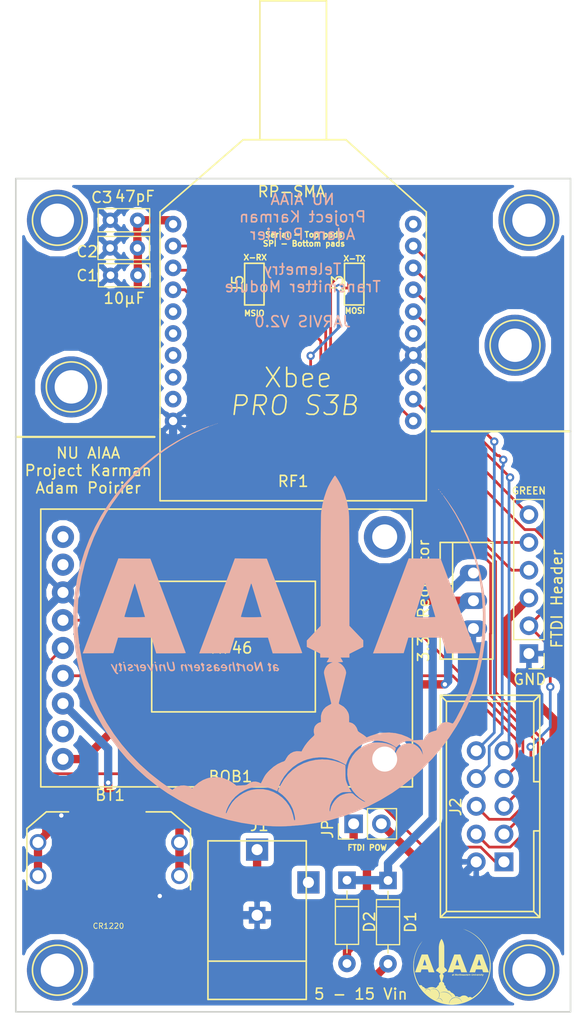
<source format=kicad_pcb>
(kicad_pcb (version 4) (host pcbnew 4.0.6)

  (general
    (links 41)
    (no_connects 0)
    (area 98.222999 34.214999 149.173001 110.565001)
    (thickness 1.6)
    (drawings 20)
    (tracks 217)
    (zones 0)
    (modules 23)
    (nets 34)
  )

  (page A4)
  (layers
    (0 F.Cu signal)
    (31 B.Cu signal)
    (32 B.Adhes user)
    (33 F.Adhes user)
    (34 B.Paste user)
    (35 F.Paste user)
    (36 B.SilkS user)
    (37 F.SilkS user)
    (38 B.Mask user)
    (39 F.Mask user)
    (40 Dwgs.User user)
    (41 Cmts.User user)
    (42 Eco1.User user)
    (43 Eco2.User user)
    (44 Edge.Cuts user)
    (45 Margin user)
    (46 B.CrtYd user)
    (47 F.CrtYd user)
    (48 B.Fab user)
    (49 F.Fab user)
  )

  (setup
    (last_trace_width 0.25)
    (user_trace_width 0.762)
    (trace_clearance 0.2)
    (zone_clearance 0.508)
    (zone_45_only no)
    (trace_min 0.2)
    (segment_width 0.2)
    (edge_width 0.15)
    (via_size 0.762)
    (via_drill 0.4)
    (via_min_size 0.635)
    (via_min_drill 0.3)
    (user_via 0.762 0.381)
    (uvia_size 0.3)
    (uvia_drill 0.1)
    (uvias_allowed no)
    (uvia_min_size 0.2)
    (uvia_min_drill 0.1)
    (pcb_text_width 0.3)
    (pcb_text_size 1.5 1.5)
    (mod_edge_width 0.15)
    (mod_text_size 1 1)
    (mod_text_width 0.15)
    (pad_size 10.16 10.16)
    (pad_drill 0)
    (pad_to_mask_clearance 0.2032)
    (aux_axis_origin 0 0)
    (visible_elements FFFFFF7F)
    (pcbplotparams
      (layerselection 0x010f0_80000001)
      (usegerberextensions false)
      (excludeedgelayer true)
      (linewidth 0.100000)
      (plotframeref false)
      (viasonmask false)
      (mode 1)
      (useauxorigin false)
      (hpglpennumber 1)
      (hpglpenspeed 20)
      (hpglpendiameter 15)
      (hpglpenoverlay 2)
      (psnegative false)
      (psa4output false)
      (plotreference true)
      (plotvalue true)
      (plotinvisibletext false)
      (padsonsilk false)
      (subtractmaskfromsilk false)
      (outputformat 1)
      (mirror false)
      (drillshape 0)
      (scaleselection 1)
      (outputdirectory gerbers/))
  )

  (net 0 "")
  (net 1 "Net-(BOB1-Pad1)")
  (net 2 "Net-(BOB1-Pad2)")
  (net 3 GND)
  (net 4 /RX-GPS)
  (net 5 /TX_GPS)
  (net 6 /GPS-FIX)
  (net 7 /Vbat)
  (net 8 "Net-(BOB1-Pad8)")
  (net 9 +3V3)
  (net 10 "Net-(D2-Pad2)")
  (net 11 "Net-(J1-Pad3)")
  (net 12 /TX-XB)
  (net 13 /RX-XB)
  (net 14 /CTS-XB)
  (net 15 /Xbee_CLK)
  (net 16 /Xbee_SS)
  (net 17 /Xbee_ATTN)
  (net 18 /RX_EX)
  (net 19 "Net-(J4-Pad3)")
  (net 20 /TX_EX)
  (net 21 "Net-(RF1-Pad5)")
  (net 22 "Net-(RF1-Pad6)")
  (net 23 "Net-(RF1-Pad7)")
  (net 24 "Net-(RF1-Pad8)")
  (net 25 "Net-(RF1-Pad9)")
  (net 26 "Net-(RF1-Pad13)")
  (net 27 "Net-(RF1-Pad15)")
  (net 28 "Net-(RF1-Pad20)")
  (net 29 /VCC)
  (net 30 /MOSI)
  (net 31 /RTS)
  (net 32 /MISO)
  (net 33 /PWR)

  (net_class Default "This is the default net class."
    (clearance 0.2)
    (trace_width 0.25)
    (via_dia 0.762)
    (via_drill 0.4)
    (uvia_dia 0.3)
    (uvia_drill 0.1)
    (add_net +3V3)
    (add_net /CTS-XB)
    (add_net /GPS-FIX)
    (add_net /MISO)
    (add_net /MOSI)
    (add_net /PWR)
    (add_net /RTS)
    (add_net /RX-GPS)
    (add_net /RX-XB)
    (add_net /RX_EX)
    (add_net /TX-XB)
    (add_net /TX_EX)
    (add_net /TX_GPS)
    (add_net /VCC)
    (add_net /Vbat)
    (add_net /Xbee_ATTN)
    (add_net /Xbee_CLK)
    (add_net /Xbee_SS)
    (add_net GND)
    (add_net "Net-(BOB1-Pad1)")
    (add_net "Net-(BOB1-Pad2)")
    (add_net "Net-(BOB1-Pad8)")
    (add_net "Net-(D2-Pad2)")
    (add_net "Net-(J1-Pad3)")
    (add_net "Net-(J4-Pad3)")
    (add_net "Net-(RF1-Pad13)")
    (add_net "Net-(RF1-Pad15)")
    (add_net "Net-(RF1-Pad20)")
    (add_net "Net-(RF1-Pad5)")
    (add_net "Net-(RF1-Pad6)")
    (add_net "Net-(RF1-Pad7)")
    (add_net "Net-(RF1-Pad8)")
    (add_net "Net-(RF1-Pad9)")
  )

  (module custom_master:Xbee_Pro_S3B (layer F.Cu) (tedit 5979281C) (tstamp 5976784A)
    (at 111.506 63.754)
    (path /59754613)
    (fp_text reference RF1 (at 12.192 -1.778) (layer F.SilkS)
      (effects (font (size 1 1) (thickness 0.15)))
    )
    (fp_text value Xbee_Pro_S3B_XSC (at 12.2174 -28.956) (layer F.Fab)
      (effects (font (size 1 1) (thickness 0.15)))
    )
    (fp_text user RP-SMA (at 12.0396 -28.2702 180) (layer F.SilkS)
      (effects (font (size 1 1) (thickness 0.15)))
    )
    (fp_text user "PRO S3B" (at 12.2936 -8.7122) (layer F.SilkS)
      (effects (font (size 1.762 1.762) (thickness 0.15) italic))
    )
    (fp_text user Xbee (at 12.6492 -11.2522) (layer F.SilkS)
      (effects (font (size 1.762 1.762) (thickness 0.15)))
    )
    (fp_line (start 9.144 -33.02) (end 9.144 -45.72) (layer F.SilkS) (width 0.15))
    (fp_line (start 9.144 -45.72) (end 15.24 -45.72) (layer F.SilkS) (width 0.15))
    (fp_line (start 15.24 -45.72) (end 15.24 -33.02) (layer F.SilkS) (width 0.15))
    (fp_line (start 0 -26.416) (end 7.62 -33.02) (layer F.SilkS) (width 0.15))
    (fp_line (start 7.62 -33.02) (end 17.018 -33.02) (layer F.SilkS) (width 0.15))
    (fp_line (start 17.018 -33.02) (end 24.384 -26.416) (layer F.SilkS) (width 0.15))
    (fp_line (start 0 0) (end 0 -26.416) (layer F.SilkS) (width 0.15))
    (fp_line (start 0 0) (end 24.384 0) (layer F.SilkS) (width 0.15))
    (fp_line (start 24.384 0) (end 24.384 -26.416) (layer F.SilkS) (width 0.15))
    (pad 1 thru_hole circle (at 1.1938 -25.2984) (size 1.524 1.524) (drill 0.762) (layers *.Cu *.Mask)
      (net 9 +3V3))
    (pad 2 thru_hole circle (at 1.1938 -23.298404) (size 1.524 1.524) (drill 0.762) (layers *.Cu *.Mask)
      (net 18 /RX_EX))
    (pad 3 thru_hole circle (at 1.1938 -21.298408) (size 1.524 1.524) (drill 0.762) (layers *.Cu *.Mask)
      (net 20 /TX_EX))
    (pad 4 thru_hole circle (at 1.1938 -19.298412) (size 1.524 1.524) (drill 0.762) (layers *.Cu *.Mask)
      (net 32 /MISO))
    (pad 5 thru_hole circle (at 1.1938 -17.298416) (size 1.524 1.524) (drill 0.762) (layers *.Cu *.Mask)
      (net 21 "Net-(RF1-Pad5)"))
    (pad 6 thru_hole circle (at 1.1938 -15.29842) (size 1.524 1.524) (drill 0.762) (layers *.Cu *.Mask)
      (net 22 "Net-(RF1-Pad6)"))
    (pad 7 thru_hole circle (at 1.1938 -13.2969) (size 1.524 1.524) (drill 0.762) (layers *.Cu *.Mask)
      (net 23 "Net-(RF1-Pad7)"))
    (pad 8 thru_hole circle (at 1.1938 -11.29792) (size 1.524 1.524) (drill 0.762) (layers *.Cu *.Mask)
      (net 24 "Net-(RF1-Pad8)"))
    (pad 9 thru_hole circle (at 1.1938 -9.2964) (size 1.524 1.524) (drill 0.762) (layers *.Cu *.Mask)
      (net 25 "Net-(RF1-Pad9)"))
    (pad 10 thru_hole circle (at 1.1938 -7.298436) (size 1.524 1.524) (drill 0.762) (layers *.Cu *.Mask)
      (net 3 GND))
    (pad 11 thru_hole circle (at 23.1902 -7.298436) (size 1.524 1.524) (drill 0.762) (layers *.Cu *.Mask)
      (net 30 /MOSI))
    (pad 12 thru_hole circle (at 23.1902 -9.2964) (size 1.524 1.524) (drill 0.762) (layers *.Cu *.Mask)
      (net 14 /CTS-XB))
    (pad 13 thru_hole circle (at 23.1902 -11.29792) (size 1.524 1.524) (drill 0.762) (layers *.Cu *.Mask)
      (net 26 "Net-(RF1-Pad13)"))
    (pad 14 thru_hole circle (at 23.1902 -13.298424) (size 1.524 1.524) (drill 0.762) (layers *.Cu *.Mask)
      (net 3 GND))
    (pad 15 thru_hole circle (at 23.1902 -15.29842) (size 1.524 1.524) (drill 0.762) (layers *.Cu *.Mask)
      (net 27 "Net-(RF1-Pad15)"))
    (pad 16 thru_hole circle (at 23.1902 -17.298416) (size 1.524 1.524) (drill 0.762) (layers *.Cu *.Mask)
      (net 31 /RTS))
    (pad 17 thru_hole circle (at 23.1902 -19.298412) (size 1.524 1.524) (drill 0.762) (layers *.Cu *.Mask)
      (net 16 /Xbee_SS))
    (pad 18 thru_hole circle (at 23.1902 -21.298408) (size 1.524 1.524) (drill 0.762) (layers *.Cu *.Mask)
      (net 15 /Xbee_CLK))
    (pad 19 thru_hole circle (at 23.1902 -23.298404) (size 1.524 1.524) (drill 0.762) (layers *.Cu *.Mask)
      (net 17 /Xbee_ATTN))
    (pad 20 thru_hole circle (at 23.1902 -25.2984) (size 1.524 1.524) (drill 0.762) (layers *.Cu *.Mask)
      (net 28 "Net-(RF1-Pad20)"))
  )

  (module adafruit_BOBs:GPS_BOB_A746 (layer F.Cu) (tedit 59773A31) (tstamp 5976772F)
    (at 100.584 89.916)
    (path /597574A1)
    (fp_text reference BOB1 (at 17.3736 -0.9398) (layer F.SilkS)
      (effects (font (size 1 1) (thickness 0.15)))
    )
    (fp_text value GPS_BOB_ADA-746 (at 15.24 -23.622) (layer F.Fab)
      (effects (font (size 1 1) (thickness 0.15)))
    )
    (fp_text user A746 (at 17.526 -12.7) (layer F.SilkS)
      (effects (font (size 1 1) (thickness 0.15)))
    )
    (fp_text user GPS (at 17.526 -14.732) (layer F.SilkS)
      (effects (font (size 1 1) (thickness 0.15)))
    )
    (fp_line (start 10.16 -6.858) (end 10.16 -18.796) (layer F.SilkS) (width 0.15))
    (fp_line (start 25.146 -6.858) (end 10.16 -6.858) (layer F.SilkS) (width 0.15))
    (fp_line (start 25.146 -18.796) (end 25.146 -6.858) (layer F.SilkS) (width 0.15))
    (fp_line (start 10.16 -18.796) (end 25.146 -18.796) (layer F.SilkS) (width 0.15))
    (fp_line (start 0 0) (end 34.036 0) (layer F.SilkS) (width 0.15))
    (fp_line (start 34.036 0) (end 34.036 -25.4) (layer F.SilkS) (width 0.15))
    (fp_line (start 34.036 -25.4) (end 0 -25.4) (layer F.SilkS) (width 0.15))
    (fp_line (start 0 -25.4) (end 0 0) (layer F.SilkS) (width 0.15))
    (pad 1 thru_hole circle (at 2.032 -22.86) (size 2.032 2.032) (drill 1.016) (layers *.Cu *.Mask)
      (net 1 "Net-(BOB1-Pad1)"))
    (pad 2 thru_hole circle (at 2.032 -20.32) (size 2.032 2.032) (drill 1.016) (layers *.Cu *.Mask)
      (net 2 "Net-(BOB1-Pad2)"))
    (pad 3 thru_hole circle (at 2.032 -17.78) (size 2.032 2.032) (drill 1.016) (layers *.Cu *.Mask)
      (net 3 GND))
    (pad 4 thru_hole circle (at 2.032 -15.24) (size 2.032 2.032) (drill 1.016) (layers *.Cu *.Mask)
      (net 4 /RX-GPS))
    (pad 5 thru_hole circle (at 2.032 -12.7) (size 2.032 2.032) (drill 1.016) (layers *.Cu *.Mask)
      (net 5 /TX_GPS))
    (pad 6 thru_hole circle (at 2.032 -10.16) (size 2.032 2.032) (drill 1.016) (layers *.Cu *.Mask)
      (net 6 /GPS-FIX))
    (pad 7 thru_hole circle (at 2.032 -7.62) (size 2.032 2.032) (drill 1.016) (layers *.Cu *.Mask)
      (net 7 /Vbat))
    (pad 8 thru_hole circle (at 2.032 -5.08) (size 2.032 2.032) (drill 1.016) (layers *.Cu *.Mask)
      (net 8 "Net-(BOB1-Pad8)"))
    (pad 9 thru_hole circle (at 2.032 -2.54) (size 2.032 2.032) (drill 1.016) (layers *.Cu *.Mask)
      (net 9 +3V3))
    (pad ~ thru_hole circle (at 31.496 -22.86) (size 3.81 3.81) (drill 2.286) (layers *.Cu *.Mask))
    (pad ~ thru_hole circle (at 31.496 -2.54) (size 3.81 3.81) (drill 2.286) (layers *.Cu *.Mask))
  )

  (module custom_master:CR1220_Conn_TH_MPD (layer F.Cu) (tedit 5977EF13) (tstamp 59767740)
    (at 106.68 96.52 180)
    (descr https://media.digikey.com/pdf/Data%20Sheets/Memory%20Protection%20PDFs/BK-917_Dwg.pdf)
    (path /5975791A)
    (fp_text reference BT1 (at -0.254 5.842 180) (layer F.SilkS)
      (effects (font (size 1 1) (thickness 0.15)))
    )
    (fp_text value Battery_Cell (at 0 -6.604 180) (layer F.Fab)
      (effects (font (size 1 1) (thickness 0.15)))
    )
    (fp_text user CR1220 (at -0.1016 -6.1214 180) (layer F.SilkS)
      (effects (font (size 0.492 0.492) (thickness 0.0738)))
    )
    (fp_text user "+ Pad" (at -0.508 5.588 180) (layer F.Fab)
      (effects (font (size 1 1) (thickness 0.15)))
    )
    (fp_line (start 5.588 4.318) (end 3.556 4.318) (layer F.SilkS) (width 0.15))
    (fp_line (start -5.842 4.318) (end -3.556 4.318) (layer F.SilkS) (width 0.15))
    (fp_line (start 7.366 2.794) (end 5.588 4.318) (layer F.SilkS) (width 0.15))
    (fp_line (start -5.842 4.318) (end -7.62 2.794) (layer F.SilkS) (width 0.15))
    (fp_line (start -7.62 -2.794) (end -7.62 2.794) (layer F.SilkS) (width 0.15))
    (fp_line (start 7.366 -2.794) (end 7.366 2.794) (layer F.SilkS) (width 0.15))
    (pad 2 smd circle (at 0 0 180) (size 10.16 10.16) (layers F.Cu F.Paste F.Mask)
      (net 3 GND))
    (pad 1 thru_hole circle (at -6.604 -1.524 180) (size 1.524 1.524) (drill 1.016) (layers *.Cu *.Mask)
      (net 7 /Vbat))
    (pad 1 thru_hole circle (at 6.35 -1.524 180) (size 1.524 1.524) (drill 1.016) (layers *.Cu *.Mask)
      (net 7 /Vbat))
    (pad 1 thru_hole circle (at 6.35 1.524 180) (size 1.524 1.524) (drill 1.016) (layers *.Cu *.Mask)
      (net 7 /Vbat))
    (pad 1 thru_hole circle (at -6.604 1.524 180) (size 1.524 1.524) (drill 1.016) (layers *.Cu *.Mask)
      (net 7 /Vbat))
  )

  (module Capacitors_THT:C_Rect_L4.6mm_W2.0mm_P2.50mm_MKS02_FKP02 (layer F.Cu) (tedit 58765D05) (tstamp 59767752)
    (at 106.974 43.1292)
    (descr "C, Rect series, Radial, pin pitch=2.50mm, , length*width=4.6*2mm^2, Capacitor, http://www.wima.de/DE/WIMA_MKS_02.pdf")
    (tags "C Rect series Radial pin pitch 2.50mm  length 4.6mm width 2mm Capacitor")
    (path /59755C48)
    (fp_text reference C1 (at -2.1482 0.0254) (layer F.SilkS)
      (effects (font (size 1 1) (thickness 0.15)))
    )
    (fp_text value 10µF (at 1.25 2.06) (layer F.Fab)
      (effects (font (size 1 1) (thickness 0.15)))
    )
    (fp_line (start -1.05 -1) (end -1.05 1) (layer F.Fab) (width 0.1))
    (fp_line (start -1.05 1) (end 3.55 1) (layer F.Fab) (width 0.1))
    (fp_line (start 3.55 1) (end 3.55 -1) (layer F.Fab) (width 0.1))
    (fp_line (start 3.55 -1) (end -1.05 -1) (layer F.Fab) (width 0.1))
    (fp_line (start -1.11 -1.06) (end 3.61 -1.06) (layer F.SilkS) (width 0.12))
    (fp_line (start -1.11 1.06) (end 3.61 1.06) (layer F.SilkS) (width 0.12))
    (fp_line (start -1.11 -1.06) (end -1.11 1.06) (layer F.SilkS) (width 0.12))
    (fp_line (start 3.61 -1.06) (end 3.61 1.06) (layer F.SilkS) (width 0.12))
    (fp_line (start -1.4 -1.35) (end -1.4 1.35) (layer F.CrtYd) (width 0.05))
    (fp_line (start -1.4 1.35) (end 3.9 1.35) (layer F.CrtYd) (width 0.05))
    (fp_line (start 3.9 1.35) (end 3.9 -1.35) (layer F.CrtYd) (width 0.05))
    (fp_line (start 3.9 -1.35) (end -1.4 -1.35) (layer F.CrtYd) (width 0.05))
    (pad 1 thru_hole circle (at 0 0) (size 1.4 1.4) (drill 0.7) (layers *.Cu *.Mask)
      (net 3 GND))
    (pad 2 thru_hole circle (at 2.5 0) (size 1.4 1.4) (drill 0.7) (layers *.Cu *.Mask)
      (net 9 +3V3))
    (model Capacitors_THT.3dshapes/C_Rect_L4.6mm_W2.0mm_P2.50mm_MKS02_FKP02.wrl
      (at (xyz 0 0 0))
      (scale (xyz 0.393701 0.393701 0.393701))
      (rotate (xyz 0 0 0))
    )
  )

  (module Capacitors_THT:C_Rect_L4.6mm_W2.0mm_P2.50mm_MKS02_FKP02 (layer F.Cu) (tedit 58765D05) (tstamp 59767764)
    (at 106.934 40.64)
    (descr "C, Rect series, Radial, pin pitch=2.50mm, , length*width=4.6*2mm^2, Capacitor, http://www.wima.de/DE/WIMA_MKS_02.pdf")
    (tags "C Rect series Radial pin pitch 2.50mm  length 4.6mm width 2mm Capacitor")
    (path /59755C76)
    (fp_text reference C2 (at -2.1082 0.3302) (layer F.SilkS)
      (effects (font (size 1 1) (thickness 0.15)))
    )
    (fp_text value 1µF (at 1.25 2.06) (layer F.Fab)
      (effects (font (size 1 1) (thickness 0.15)))
    )
    (fp_line (start -1.05 -1) (end -1.05 1) (layer F.Fab) (width 0.1))
    (fp_line (start -1.05 1) (end 3.55 1) (layer F.Fab) (width 0.1))
    (fp_line (start 3.55 1) (end 3.55 -1) (layer F.Fab) (width 0.1))
    (fp_line (start 3.55 -1) (end -1.05 -1) (layer F.Fab) (width 0.1))
    (fp_line (start -1.11 -1.06) (end 3.61 -1.06) (layer F.SilkS) (width 0.12))
    (fp_line (start -1.11 1.06) (end 3.61 1.06) (layer F.SilkS) (width 0.12))
    (fp_line (start -1.11 -1.06) (end -1.11 1.06) (layer F.SilkS) (width 0.12))
    (fp_line (start 3.61 -1.06) (end 3.61 1.06) (layer F.SilkS) (width 0.12))
    (fp_line (start -1.4 -1.35) (end -1.4 1.35) (layer F.CrtYd) (width 0.05))
    (fp_line (start -1.4 1.35) (end 3.9 1.35) (layer F.CrtYd) (width 0.05))
    (fp_line (start 3.9 1.35) (end 3.9 -1.35) (layer F.CrtYd) (width 0.05))
    (fp_line (start 3.9 -1.35) (end -1.4 -1.35) (layer F.CrtYd) (width 0.05))
    (pad 1 thru_hole circle (at 0 0) (size 1.4 1.4) (drill 0.7) (layers *.Cu *.Mask)
      (net 3 GND))
    (pad 2 thru_hole circle (at 2.5 0) (size 1.4 1.4) (drill 0.7) (layers *.Cu *.Mask)
      (net 9 +3V3))
    (model Capacitors_THT.3dshapes/C_Rect_L4.6mm_W2.0mm_P2.50mm_MKS02_FKP02.wrl
      (at (xyz 0 0 0))
      (scale (xyz 0.393701 0.393701 0.393701))
      (rotate (xyz 0 0 0))
    )
  )

  (module Capacitors_THT:C_Rect_L4.6mm_W2.0mm_P2.50mm_MKS02_FKP02 (layer F.Cu) (tedit 58765D05) (tstamp 59767776)
    (at 106.9486 38.1)
    (descr "C, Rect series, Radial, pin pitch=2.50mm, , length*width=4.6*2mm^2, Capacitor, http://www.wima.de/DE/WIMA_MKS_02.pdf")
    (tags "C Rect series Radial pin pitch 2.50mm  length 4.6mm width 2mm Capacitor")
    (path /59755C96)
    (fp_text reference C3 (at -0.7766 -2.0828) (layer F.SilkS)
      (effects (font (size 1 1) (thickness 0.15)))
    )
    (fp_text value 47pF (at 1.25 2.06) (layer F.Fab)
      (effects (font (size 1 1) (thickness 0.15)))
    )
    (fp_line (start -1.05 -1) (end -1.05 1) (layer F.Fab) (width 0.1))
    (fp_line (start -1.05 1) (end 3.55 1) (layer F.Fab) (width 0.1))
    (fp_line (start 3.55 1) (end 3.55 -1) (layer F.Fab) (width 0.1))
    (fp_line (start 3.55 -1) (end -1.05 -1) (layer F.Fab) (width 0.1))
    (fp_line (start -1.11 -1.06) (end 3.61 -1.06) (layer F.SilkS) (width 0.12))
    (fp_line (start -1.11 1.06) (end 3.61 1.06) (layer F.SilkS) (width 0.12))
    (fp_line (start -1.11 -1.06) (end -1.11 1.06) (layer F.SilkS) (width 0.12))
    (fp_line (start 3.61 -1.06) (end 3.61 1.06) (layer F.SilkS) (width 0.12))
    (fp_line (start -1.4 -1.35) (end -1.4 1.35) (layer F.CrtYd) (width 0.05))
    (fp_line (start -1.4 1.35) (end 3.9 1.35) (layer F.CrtYd) (width 0.05))
    (fp_line (start 3.9 1.35) (end 3.9 -1.35) (layer F.CrtYd) (width 0.05))
    (fp_line (start 3.9 -1.35) (end -1.4 -1.35) (layer F.CrtYd) (width 0.05))
    (pad 1 thru_hole circle (at 0 0) (size 1.4 1.4) (drill 0.7) (layers *.Cu *.Mask)
      (net 3 GND))
    (pad 2 thru_hole circle (at 2.5 0) (size 1.4 1.4) (drill 0.7) (layers *.Cu *.Mask)
      (net 9 +3V3))
    (model Capacitors_THT.3dshapes/C_Rect_L4.6mm_W2.0mm_P2.50mm_MKS02_FKP02.wrl
      (at (xyz 0 0 0))
      (scale (xyz 0.393701 0.393701 0.393701))
      (rotate (xyz 0 0 0))
    )
  )

  (module Diodes_THT:D_DO-35_SOD27_P7.62mm_Horizontal (layer F.Cu) (tedit 5877C982) (tstamp 5976778E)
    (at 132.3848 98.4758 270)
    (descr "D, DO-35_SOD27 series, Axial, Horizontal, pin pitch=7.62mm, , length*diameter=4*2mm^2, , http://www.diodes.com/_files/packages/DO-35.pdf")
    (tags "D DO-35_SOD27 series Axial Horizontal pin pitch 7.62mm  length 4mm diameter 2mm")
    (path /597634AA)
    (fp_text reference D1 (at 3.81 -2.06 270) (layer F.SilkS)
      (effects (font (size 1 1) (thickness 0.15)))
    )
    (fp_text value D_Shockley (at 3.81 2.06 270) (layer F.Fab)
      (effects (font (size 1 1) (thickness 0.15)))
    )
    (fp_line (start 1.81 -1) (end 1.81 1) (layer F.Fab) (width 0.1))
    (fp_line (start 1.81 1) (end 5.81 1) (layer F.Fab) (width 0.1))
    (fp_line (start 5.81 1) (end 5.81 -1) (layer F.Fab) (width 0.1))
    (fp_line (start 5.81 -1) (end 1.81 -1) (layer F.Fab) (width 0.1))
    (fp_line (start 0 0) (end 1.81 0) (layer F.Fab) (width 0.1))
    (fp_line (start 7.62 0) (end 5.81 0) (layer F.Fab) (width 0.1))
    (fp_line (start 2.41 -1) (end 2.41 1) (layer F.Fab) (width 0.1))
    (fp_line (start 1.75 -1.06) (end 1.75 1.06) (layer F.SilkS) (width 0.12))
    (fp_line (start 1.75 1.06) (end 5.87 1.06) (layer F.SilkS) (width 0.12))
    (fp_line (start 5.87 1.06) (end 5.87 -1.06) (layer F.SilkS) (width 0.12))
    (fp_line (start 5.87 -1.06) (end 1.75 -1.06) (layer F.SilkS) (width 0.12))
    (fp_line (start 0.98 0) (end 1.75 0) (layer F.SilkS) (width 0.12))
    (fp_line (start 6.64 0) (end 5.87 0) (layer F.SilkS) (width 0.12))
    (fp_line (start 2.41 -1.06) (end 2.41 1.06) (layer F.SilkS) (width 0.12))
    (fp_line (start -1.05 -1.35) (end -1.05 1.35) (layer F.CrtYd) (width 0.05))
    (fp_line (start -1.05 1.35) (end 8.7 1.35) (layer F.CrtYd) (width 0.05))
    (fp_line (start 8.7 1.35) (end 8.7 -1.35) (layer F.CrtYd) (width 0.05))
    (fp_line (start 8.7 -1.35) (end -1.05 -1.35) (layer F.CrtYd) (width 0.05))
    (pad 1 thru_hole rect (at 0 0 270) (size 1.6 1.6) (drill 0.8) (layers *.Cu *.Mask)
      (net 29 /VCC))
    (pad 2 thru_hole oval (at 7.62 0 270) (size 1.6 1.6) (drill 0.8) (layers *.Cu *.Mask)
      (net 33 /PWR))
    (model Diodes_THT.3dshapes/D_DO-35_SOD27_P7.62mm_Horizontal.wrl
      (at (xyz 0 0 0))
      (scale (xyz 0.393701 0.393701 0.393701))
      (rotate (xyz 0 0 0))
    )
  )

  (module Diodes_THT:D_DO-35_SOD27_P7.62mm_Horizontal (layer F.Cu) (tedit 5877C982) (tstamp 597677A6)
    (at 128.6256 98.4504 270)
    (descr "D, DO-35_SOD27 series, Axial, Horizontal, pin pitch=7.62mm, , length*diameter=4*2mm^2, , http://www.diodes.com/_files/packages/DO-35.pdf")
    (tags "D DO-35_SOD27 series Axial Horizontal pin pitch 7.62mm  length 4mm diameter 2mm")
    (path /59763451)
    (fp_text reference D2 (at 3.81 -2.06 270) (layer F.SilkS)
      (effects (font (size 1 1) (thickness 0.15)))
    )
    (fp_text value D_Shockley (at 3.81 2.06 270) (layer F.Fab)
      (effects (font (size 1 1) (thickness 0.15)))
    )
    (fp_line (start 1.81 -1) (end 1.81 1) (layer F.Fab) (width 0.1))
    (fp_line (start 1.81 1) (end 5.81 1) (layer F.Fab) (width 0.1))
    (fp_line (start 5.81 1) (end 5.81 -1) (layer F.Fab) (width 0.1))
    (fp_line (start 5.81 -1) (end 1.81 -1) (layer F.Fab) (width 0.1))
    (fp_line (start 0 0) (end 1.81 0) (layer F.Fab) (width 0.1))
    (fp_line (start 7.62 0) (end 5.81 0) (layer F.Fab) (width 0.1))
    (fp_line (start 2.41 -1) (end 2.41 1) (layer F.Fab) (width 0.1))
    (fp_line (start 1.75 -1.06) (end 1.75 1.06) (layer F.SilkS) (width 0.12))
    (fp_line (start 1.75 1.06) (end 5.87 1.06) (layer F.SilkS) (width 0.12))
    (fp_line (start 5.87 1.06) (end 5.87 -1.06) (layer F.SilkS) (width 0.12))
    (fp_line (start 5.87 -1.06) (end 1.75 -1.06) (layer F.SilkS) (width 0.12))
    (fp_line (start 0.98 0) (end 1.75 0) (layer F.SilkS) (width 0.12))
    (fp_line (start 6.64 0) (end 5.87 0) (layer F.SilkS) (width 0.12))
    (fp_line (start 2.41 -1.06) (end 2.41 1.06) (layer F.SilkS) (width 0.12))
    (fp_line (start -1.05 -1.35) (end -1.05 1.35) (layer F.CrtYd) (width 0.05))
    (fp_line (start -1.05 1.35) (end 8.7 1.35) (layer F.CrtYd) (width 0.05))
    (fp_line (start 8.7 1.35) (end 8.7 -1.35) (layer F.CrtYd) (width 0.05))
    (fp_line (start 8.7 -1.35) (end -1.05 -1.35) (layer F.CrtYd) (width 0.05))
    (pad 1 thru_hole rect (at 0 0 270) (size 1.6 1.6) (drill 0.8) (layers *.Cu *.Mask)
      (net 29 /VCC))
    (pad 2 thru_hole oval (at 7.62 0 270) (size 1.6 1.6) (drill 0.8) (layers *.Cu *.Mask)
      (net 10 "Net-(D2-Pad2)"))
    (model Diodes_THT.3dshapes/D_DO-35_SOD27_P7.62mm_Horizontal.wrl
      (at (xyz 0 0 0))
      (scale (xyz 0.393701 0.393701 0.393701))
      (rotate (xyz 0 0 0))
    )
  )

  (module custom_master:BARREL_JACK_W_Header_Holes (layer F.Cu) (tedit 5976C73F) (tstamp 597677B2)
    (at 120.396 101.854 90)
    (descr "DC Barrel Jack")
    (tags "Power Jack")
    (path /59756136)
    (fp_text reference J1 (at 8.4074 0.2032 180) (layer F.SilkS)
      (effects (font (size 1 1) (thickness 0.15)))
    )
    (fp_text value BARREL_JACK (at 0 -5.99948 90) (layer F.Fab)
      (effects (font (size 1 1) (thickness 0.15)))
    )
    (fp_line (start -4.0005 -4.50088) (end -4.0005 4.50088) (layer F.SilkS) (width 0.15))
    (fp_line (start -7.50062 -4.50088) (end -7.50062 4.50088) (layer F.SilkS) (width 0.15))
    (fp_line (start -7.50062 4.50088) (end 7.00024 4.50088) (layer F.SilkS) (width 0.15))
    (fp_line (start 7.00024 4.50088) (end 7.00024 -4.50088) (layer F.SilkS) (width 0.15))
    (fp_line (start 7.00024 -4.50088) (end -7.50062 -4.50088) (layer F.SilkS) (width 0.15))
    (pad 1 thru_hole rect (at 6.20014 0 90) (size 2.032 2.032) (drill 1.016) (layers *.Cu *.Mask)
      (net 33 /PWR))
    (pad 2 thru_hole rect (at 0.20066 0 90) (size 1.524 1.524) (drill 1.016) (layers *.Cu *.Mask)
      (net 3 GND))
    (pad 3 thru_hole rect (at 3.2004 4.699 90) (size 2.032 2.032) (drill 1.016) (layers *.Cu *.Mask)
      (net 11 "Net-(J1-Pad3)"))
  )

  (module Connectors:IDC_Header_Straight_10pins (layer F.Cu) (tedit 0) (tstamp 597677D3)
    (at 143.002 96.774 90)
    (descr "10 pins through hole IDC header")
    (tags "IDC header socket VASCH")
    (path /59753BC2)
    (fp_text reference J2 (at 5.0292 -4.4196 90) (layer F.SilkS)
      (effects (font (size 1 1) (thickness 0.15)))
    )
    (fp_text value CONN_02X05 (at 5.08 5.223 90) (layer F.Fab)
      (effects (font (size 1 1) (thickness 0.15)))
    )
    (fp_line (start -5.08 -5.82) (end 15.24 -5.82) (layer F.SilkS) (width 0.15))
    (fp_line (start -4.54 -5.27) (end 14.68 -5.27) (layer F.SilkS) (width 0.15))
    (fp_line (start -5.08 3.28) (end 15.24 3.28) (layer F.SilkS) (width 0.15))
    (fp_line (start -4.54 2.73) (end 2.83 2.73) (layer F.SilkS) (width 0.15))
    (fp_line (start 7.33 2.73) (end 14.68 2.73) (layer F.SilkS) (width 0.15))
    (fp_line (start 2.83 2.73) (end 2.83 3.28) (layer F.SilkS) (width 0.15))
    (fp_line (start 7.33 2.73) (end 7.33 3.28) (layer F.SilkS) (width 0.15))
    (fp_line (start -5.08 -5.82) (end -5.08 3.28) (layer F.SilkS) (width 0.15))
    (fp_line (start -4.54 -5.27) (end -4.54 2.73) (layer F.SilkS) (width 0.15))
    (fp_line (start 15.24 -5.82) (end 15.24 3.28) (layer F.SilkS) (width 0.15))
    (fp_line (start 14.68 -5.27) (end 14.68 2.73) (layer F.SilkS) (width 0.15))
    (fp_line (start -5.08 -5.82) (end -4.54 -5.27) (layer F.SilkS) (width 0.15))
    (fp_line (start 15.24 -5.82) (end 14.68 -5.27) (layer F.SilkS) (width 0.15))
    (fp_line (start -5.08 3.28) (end -4.54 2.73) (layer F.SilkS) (width 0.15))
    (fp_line (start 15.24 3.28) (end 14.68 2.73) (layer F.SilkS) (width 0.15))
    (fp_line (start -5.35 -6.05) (end 15.5 -6.05) (layer F.CrtYd) (width 0.05))
    (fp_line (start 15.5 -6.05) (end 15.5 3.55) (layer F.CrtYd) (width 0.05))
    (fp_line (start 15.5 3.55) (end -5.35 3.55) (layer F.CrtYd) (width 0.05))
    (fp_line (start -5.35 3.55) (end -5.35 -6.05) (layer F.CrtYd) (width 0.05))
    (pad 1 thru_hole rect (at 0 0 90) (size 1.7272 1.7272) (drill 1.016) (layers *.Cu *.Mask)
      (net 5 /TX_GPS))
    (pad 2 thru_hole oval (at 0 -2.54 90) (size 1.7272 1.7272) (drill 1.016) (layers *.Cu *.Mask)
      (net 3 GND))
    (pad 3 thru_hole oval (at 2.54 0 90) (size 1.7272 1.7272) (drill 1.016) (layers *.Cu *.Mask)
      (net 12 /TX-XB))
    (pad 4 thru_hole oval (at 2.54 -2.54 90) (size 1.7272 1.7272) (drill 1.016) (layers *.Cu *.Mask)
      (net 13 /RX-XB))
    (pad 5 thru_hole oval (at 5.08 0 90) (size 1.7272 1.7272) (drill 1.016) (layers *.Cu *.Mask)
      (net 4 /RX-GPS))
    (pad 6 thru_hole oval (at 5.08 -2.54 90) (size 1.7272 1.7272) (drill 1.016) (layers *.Cu *.Mask)
      (net 14 /CTS-XB))
    (pad 7 thru_hole oval (at 7.62 0 90) (size 1.7272 1.7272) (drill 1.016) (layers *.Cu *.Mask)
      (net 6 /GPS-FIX))
    (pad 8 thru_hole oval (at 7.62 -2.54 90) (size 1.7272 1.7272) (drill 1.016) (layers *.Cu *.Mask)
      (net 15 /Xbee_CLK))
    (pad 9 thru_hole oval (at 10.16 0 90) (size 1.7272 1.7272) (drill 1.016) (layers *.Cu *.Mask)
      (net 16 /Xbee_SS))
    (pad 10 thru_hole oval (at 10.16 -2.54 90) (size 1.7272 1.7272) (drill 1.016) (layers *.Cu *.Mask)
      (net 17 /Xbee_ATTN))
  )

  (module Connectors:GS3 (layer F.Cu) (tedit 0) (tstamp 597677DE)
    (at 129.286 43.942 180)
    (descr "Pontet Goute de soudure")
    (path /59761D6D)
    (attr virtual)
    (fp_text reference J3 (at 1.524 0 270) (layer F.SilkS)
      (effects (font (size 1 1) (thickness 0.15)))
    )
    (fp_text value GS3 (at 1.524 0 270) (layer F.Fab)
      (effects (font (size 1 1) (thickness 0.15)))
    )
    (fp_line (start -0.889 -1.905) (end -0.889 1.905) (layer F.SilkS) (width 0.15))
    (fp_line (start -0.889 1.905) (end 0.889 1.905) (layer F.SilkS) (width 0.15))
    (fp_line (start 0.889 1.905) (end 0.889 -1.905) (layer F.SilkS) (width 0.15))
    (fp_line (start -0.889 -1.905) (end 0.889 -1.905) (layer F.SilkS) (width 0.15))
    (pad 1 smd rect (at 0 -1.27 180) (size 1.27 0.9652) (layers F.Cu F.Paste F.Mask)
      (net 30 /MOSI))
    (pad 2 smd rect (at 0 0 180) (size 1.27 0.9652) (layers F.Cu F.Paste F.Mask)
      (net 12 /TX-XB))
    (pad 3 smd rect (at 0 1.27 180) (size 1.27 0.9652) (layers F.Cu F.Paste F.Mask)
      (net 18 /RX_EX))
  )

  (module Pin_Headers:Pin_Header_Straight_1x06_Pitch2.54mm (layer F.Cu) (tedit 597802A6) (tstamp 597677F6)
    (at 145.288 77.724 180)
    (descr "Through hole straight pin header, 1x06, 2.54mm pitch, single row")
    (tags "Through hole pin header THT 1x06 2.54mm single row")
    (path /5976315D)
    (fp_text reference "FTDI Header" (at -2.5654 5.0038 450) (layer F.SilkS)
      (effects (font (size 1 1) (thickness 0.15)))
    )
    (fp_text value FTDI_Header (at 0.9398 15.0622 180) (layer F.Fab)
      (effects (font (size 1 1) (thickness 0.15)))
    )
    (fp_line (start -1.27 -1.27) (end -1.27 13.97) (layer F.Fab) (width 0.1))
    (fp_line (start -1.27 13.97) (end 1.27 13.97) (layer F.Fab) (width 0.1))
    (fp_line (start 1.27 13.97) (end 1.27 -1.27) (layer F.Fab) (width 0.1))
    (fp_line (start 1.27 -1.27) (end -1.27 -1.27) (layer F.Fab) (width 0.1))
    (fp_line (start -1.39 1.27) (end -1.39 14.09) (layer F.SilkS) (width 0.12))
    (fp_line (start -1.39 14.09) (end 1.39 14.09) (layer F.SilkS) (width 0.12))
    (fp_line (start 1.39 14.09) (end 1.39 1.27) (layer F.SilkS) (width 0.12))
    (fp_line (start 1.39 1.27) (end -1.39 1.27) (layer F.SilkS) (width 0.12))
    (fp_line (start -1.39 0) (end -1.39 -1.39) (layer F.SilkS) (width 0.12))
    (fp_line (start -1.39 -1.39) (end 0 -1.39) (layer F.SilkS) (width 0.12))
    (fp_line (start -1.6 -1.6) (end -1.6 14.3) (layer F.CrtYd) (width 0.05))
    (fp_line (start -1.6 14.3) (end 1.6 14.3) (layer F.CrtYd) (width 0.05))
    (fp_line (start 1.6 14.3) (end 1.6 -1.6) (layer F.CrtYd) (width 0.05))
    (fp_line (start 1.6 -1.6) (end -1.6 -1.6) (layer F.CrtYd) (width 0.05))
    (pad 1 thru_hole rect (at 0 0 180) (size 1.7 1.7) (drill 1) (layers *.Cu *.Mask)
      (net 3 GND))
    (pad 2 thru_hole oval (at 0 2.54 180) (size 1.7 1.7) (drill 1) (layers *.Cu *.Mask)
      (net 14 /CTS-XB))
    (pad 3 thru_hole oval (at 0 5.08 180) (size 1.7 1.7) (drill 1) (layers *.Cu *.Mask)
      (net 19 "Net-(J4-Pad3)"))
    (pad 4 thru_hole oval (at 0 7.62 180) (size 1.7 1.7) (drill 1) (layers *.Cu *.Mask)
      (net 20 /TX_EX))
    (pad 5 thru_hole oval (at 0 10.16 180) (size 1.7 1.7) (drill 1) (layers *.Cu *.Mask)
      (net 18 /RX_EX))
    (pad 6 thru_hole oval (at 0 12.7 180) (size 1.7 1.7) (drill 1) (layers *.Cu *.Mask)
      (net 31 /RTS))
    (model Pin_Headers.3dshapes/Pin_Header_Straight_1x06_Pitch2.54mm.wrl
      (at (xyz 0 -0.25 0))
      (scale (xyz 1 1 1))
      (rotate (xyz 0 0 90))
    )
  )

  (module Connectors:GS3 (layer F.Cu) (tedit 0) (tstamp 59767801)
    (at 120.142 43.942 180)
    (descr "Pontet Goute de soudure")
    (path /59761B97)
    (attr virtual)
    (fp_text reference J5 (at 1.524 0 270) (layer F.SilkS)
      (effects (font (size 1 1) (thickness 0.15)))
    )
    (fp_text value GS3 (at 1.524 0 270) (layer F.Fab)
      (effects (font (size 1 1) (thickness 0.15)))
    )
    (fp_line (start -0.889 -1.905) (end -0.889 1.905) (layer F.SilkS) (width 0.15))
    (fp_line (start -0.889 1.905) (end 0.889 1.905) (layer F.SilkS) (width 0.15))
    (fp_line (start 0.889 1.905) (end 0.889 -1.905) (layer F.SilkS) (width 0.15))
    (fp_line (start -0.889 -1.905) (end 0.889 -1.905) (layer F.SilkS) (width 0.15))
    (pad 1 smd rect (at 0 -1.27 180) (size 1.27 0.9652) (layers F.Cu F.Paste F.Mask)
      (net 32 /MISO))
    (pad 2 smd rect (at 0 0 180) (size 1.27 0.9652) (layers F.Cu F.Paste F.Mask)
      (net 13 /RX-XB))
    (pad 3 smd rect (at 0 1.27 180) (size 1.27 0.9652) (layers F.Cu F.Paste F.Mask)
      (net 20 /TX_EX))
  )

  (module Pin_Headers:Pin_Header_Straight_1x02_Pitch2.54mm (layer F.Cu) (tedit 5862ED52) (tstamp 59767815)
    (at 129.2352 93.2942 90)
    (descr "Through hole straight pin header, 1x02, 2.54mm pitch, single row")
    (tags "Through hole pin header THT 1x02 2.54mm single row")
    (path /597636CF)
    (fp_text reference JP1 (at 0 -2.39 90) (layer F.SilkS)
      (effects (font (size 1 1) (thickness 0.15)))
    )
    (fp_text value FTDI_VCC_Jump (at 0 4.93 90) (layer F.Fab)
      (effects (font (size 1 1) (thickness 0.15)))
    )
    (fp_line (start -1.27 -1.27) (end -1.27 3.81) (layer F.Fab) (width 0.1))
    (fp_line (start -1.27 3.81) (end 1.27 3.81) (layer F.Fab) (width 0.1))
    (fp_line (start 1.27 3.81) (end 1.27 -1.27) (layer F.Fab) (width 0.1))
    (fp_line (start 1.27 -1.27) (end -1.27 -1.27) (layer F.Fab) (width 0.1))
    (fp_line (start -1.39 1.27) (end -1.39 3.93) (layer F.SilkS) (width 0.12))
    (fp_line (start -1.39 3.93) (end 1.39 3.93) (layer F.SilkS) (width 0.12))
    (fp_line (start 1.39 3.93) (end 1.39 1.27) (layer F.SilkS) (width 0.12))
    (fp_line (start 1.39 1.27) (end -1.39 1.27) (layer F.SilkS) (width 0.12))
    (fp_line (start -1.39 0) (end -1.39 -1.39) (layer F.SilkS) (width 0.12))
    (fp_line (start -1.39 -1.39) (end 0 -1.39) (layer F.SilkS) (width 0.12))
    (fp_line (start -1.6 -1.6) (end -1.6 4.1) (layer F.CrtYd) (width 0.05))
    (fp_line (start -1.6 4.1) (end 1.6 4.1) (layer F.CrtYd) (width 0.05))
    (fp_line (start 1.6 4.1) (end 1.6 -1.6) (layer F.CrtYd) (width 0.05))
    (fp_line (start 1.6 -1.6) (end -1.6 -1.6) (layer F.CrtYd) (width 0.05))
    (pad 1 thru_hole rect (at 0 0 90) (size 1.7 1.7) (drill 1) (layers *.Cu *.Mask)
      (net 10 "Net-(D2-Pad2)"))
    (pad 2 thru_hole oval (at 0 2.54 90) (size 1.7 1.7) (drill 1) (layers *.Cu *.Mask)
      (net 19 "Net-(J4-Pad3)"))
    (model Pin_Headers.3dshapes/Pin_Header_Straight_1x02_Pitch2.54mm.wrl
      (at (xyz 0 -0.05 0))
      (scale (xyz 1 1 1))
      (rotate (xyz 0 0 90))
    )
  )

  (module TO_SOT_Packages_THT:TO-220_Neutral123_Vertical (layer F.Cu) (tedit 5978029C) (tstamp 59767826)
    (at 140.208 72.898 90)
    (descr "TO-220, Neutral, Vertical,")
    (tags "TO-220, Neutral, Vertical,")
    (path /59756062)
    (fp_text reference "3.3V Regulator" (at 0 -4.572 90) (layer F.SilkS)
      (effects (font (size 1 1) (thickness 0.15)))
    )
    (fp_text value LD1117V33 (at 0.4826 2.7178 90) (layer F.Fab)
      (effects (font (size 1 1) (thickness 0.15)))
    )
    (fp_line (start -1.524 -3.048) (end -1.524 -1.905) (layer F.SilkS) (width 0.15))
    (fp_line (start 1.524 -3.048) (end 1.524 -1.905) (layer F.SilkS) (width 0.15))
    (fp_line (start 5.334 -1.905) (end 5.334 1.778) (layer F.SilkS) (width 0.15))
    (fp_line (start 5.334 1.778) (end -5.334 1.778) (layer F.SilkS) (width 0.15))
    (fp_line (start -5.334 1.778) (end -5.334 -1.905) (layer F.SilkS) (width 0.15))
    (fp_line (start 5.334 -3.048) (end 5.334 -1.905) (layer F.SilkS) (width 0.15))
    (fp_line (start 5.334 -1.905) (end -5.334 -1.905) (layer F.SilkS) (width 0.15))
    (fp_line (start -5.334 -1.905) (end -5.334 -3.048) (layer F.SilkS) (width 0.15))
    (fp_line (start 0 -3.048) (end -5.334 -3.048) (layer F.SilkS) (width 0.15))
    (fp_line (start 0 -3.048) (end 5.334 -3.048) (layer F.SilkS) (width 0.15))
    (pad 2 thru_hole oval (at 0 0 180) (size 2.49936 1.50114) (drill 1.00076) (layers *.Cu *.Mask)
      (net 9 +3V3))
    (pad 1 thru_hole oval (at -2.54 0 180) (size 2.49936 1.50114) (drill 1.00076) (layers *.Cu *.Mask)
      (net 3 GND))
    (pad 3 thru_hole oval (at 2.54 0 180) (size 2.49936 1.50114) (drill 1.00076) (layers *.Cu *.Mask)
      (net 29 /VCC))
    (model TO_SOT_Packages_THT.3dshapes/TO-220_Neutral123_Vertical.wrl
      (at (xyz 0 0 0))
      (scale (xyz 0.3937 0.3937 0.3937))
      (rotate (xyz 0 0 0))
    )
  )

  (module Connectors:1pin (layer F.Cu) (tedit 59773A12) (tstamp 597F4698)
    (at 102.108 106.68)
    (descr "module 1 pin (ou trou mecanique de percage)")
    (tags DEV)
    (fp_text reference REF** (at 0 -3.048) (layer F.SilkS) hide
      (effects (font (size 1 1) (thickness 0.15)))
    )
    (fp_text value 1pin (at 0 2.794) (layer F.Fab)
      (effects (font (size 1 1) (thickness 0.15)))
    )
    (fp_circle (center 0 0) (end 0 -2.286) (layer F.SilkS) (width 0.15))
    (pad 1 thru_hole circle (at 0 0) (size 5.588 5.588) (drill 3.048) (layers *.Cu *.Mask))
  )

  (module Connectors:1pin (layer F.Cu) (tedit 59773AC4) (tstamp 597F46A3)
    (at 103.378 53.34)
    (descr "module 1 pin (ou trou mecanique de percage)")
    (tags DEV)
    (fp_text reference REF** (at 0 -3.048) (layer F.SilkS) hide
      (effects (font (size 1 1) (thickness 0.15)))
    )
    (fp_text value 1pin (at 0 2.794) (layer F.Fab)
      (effects (font (size 1 1) (thickness 0.15)))
    )
    (fp_circle (center 0 0) (end 0 -2.286) (layer F.SilkS) (width 0.15))
    (pad 1 thru_hole circle (at 0 0) (size 5.588 5.588) (drill 3.048) (layers *.Cu *.Mask))
  )

  (module Connectors:1pin (layer F.Cu) (tedit 59773A0C) (tstamp 597F4BEB)
    (at 145.288 106.68)
    (descr "module 1 pin (ou trou mecanique de percage)")
    (tags DEV)
    (fp_text reference REF** (at 0 -3.048) (layer F.SilkS) hide
      (effects (font (size 1 1) (thickness 0.15)))
    )
    (fp_text value 1pin (at 0 2.794) (layer F.Fab)
      (effects (font (size 1 1) (thickness 0.15)))
    )
    (fp_circle (center 0 0) (end 0 -2.286) (layer F.SilkS) (width 0.15))
    (pad 1 thru_hole circle (at 0 0) (size 5.588 5.588) (drill 3.048) (layers *.Cu *.Mask))
  )

  (module Connectors:1pin (layer F.Cu) (tedit 59773AAE) (tstamp 597F4C71)
    (at 144.018 49.53)
    (descr "module 1 pin (ou trou mecanique de percage)")
    (tags DEV)
    (fp_text reference REF** (at 0 -3.048) (layer F.SilkS) hide
      (effects (font (size 1 1) (thickness 0.15)))
    )
    (fp_text value 1pin (at 0 2.794) (layer F.Fab)
      (effects (font (size 1 1) (thickness 0.15)))
    )
    (fp_circle (center 0 0) (end 0 -2.286) (layer F.SilkS) (width 0.15))
    (pad 1 thru_hole circle (at 0 0) (size 5.588 5.588) (drill 3.048) (layers *.Cu *.Mask))
  )

  (module Connectors:1pin (layer F.Cu) (tedit 597739FE) (tstamp 597F4CC3)
    (at 145.288 38.1)
    (descr "module 1 pin (ou trou mecanique de percage)")
    (tags DEV)
    (fp_text reference REF** (at 0 -3.048) (layer F.SilkS) hide
      (effects (font (size 1 1) (thickness 0.15)))
    )
    (fp_text value 1pin (at 0 2.794) (layer F.Fab)
      (effects (font (size 1 1) (thickness 0.15)))
    )
    (fp_circle (center 0 0) (end 0 -2.286) (layer F.SilkS) (width 0.15))
    (pad 1 thru_hole circle (at 0 0) (size 5.588 5.588) (drill 3.048) (layers *.Cu *.Mask))
  )

  (module Connectors:1pin (layer F.Cu) (tedit 59773A03) (tstamp 597F4CCE)
    (at 102.108 38.1)
    (descr "module 1 pin (ou trou mecanique de percage)")
    (tags DEV)
    (fp_text reference REF** (at 0 -3.048) (layer F.SilkS) hide
      (effects (font (size 1 1) (thickness 0.15)))
    )
    (fp_text value 1pin (at 0 2.794) (layer F.Fab)
      (effects (font (size 1 1) (thickness 0.15)))
    )
    (fp_circle (center 0 0) (end 0 -2.286) (layer F.SilkS) (width 0.15))
    (pad 1 thru_hole circle (at 0 0) (size 5.588 5.588) (drill 3.048) (layers *.Cu *.Mask))
  )

  (module logos:aiaa_logo_35in_fSS (layer F.Cu) (tedit 0) (tstamp 5987B8E9)
    (at 137.668 106.426)
    (fp_text reference G*** (at 0 0) (layer F.SilkS) hide
      (effects (font (thickness 0.3)))
    )
    (fp_text value LOGO (at 0.75 0) (layer F.SilkS) hide
      (effects (font (thickness 0.3)))
    )
    (fp_poly (pts (xy 1.78231 -3.449745) (xy 1.803493 -3.442877) (xy 1.834821 -3.431161) (xy 1.874157 -3.415492)
      (xy 1.919363 -3.396766) (xy 1.968302 -3.375877) (xy 2.018836 -3.353722) (xy 2.068829 -3.331197)
      (xy 2.116142 -3.309195) (xy 2.147094 -3.294307) (xy 2.35394 -3.184402) (xy 2.55175 -3.061794)
      (xy 2.74005 -2.927092) (xy 2.918371 -2.780903) (xy 3.086241 -2.623836) (xy 3.243189 -2.456499)
      (xy 3.388744 -2.279501) (xy 3.522435 -2.093448) (xy 3.64379 -1.898951) (xy 3.752338 -1.696616)
      (xy 3.847608 -1.487052) (xy 3.92913 -1.270868) (xy 3.996431 -1.048671) (xy 4.044193 -0.845344)
      (xy 4.084057 -0.610182) (xy 4.108166 -0.374534) (xy 4.116555 -0.138957) (xy 4.109259 0.095996)
      (xy 4.086311 0.329769) (xy 4.047748 0.561808) (xy 3.993602 0.791559) (xy 3.929066 1.003354)
      (xy 3.845735 1.224859) (xy 3.748506 1.438995) (xy 3.6378 1.645253) (xy 3.514037 1.843122)
      (xy 3.377637 2.032092) (xy 3.229019 2.211653) (xy 3.068604 2.381296) (xy 2.896812 2.54051)
      (xy 2.714061 2.688785) (xy 2.520773 2.825612) (xy 2.333625 2.941159) (xy 2.126646 3.051411)
      (xy 1.913467 3.147093) (xy 1.694399 3.228115) (xy 1.469752 3.294387) (xy 1.239836 3.345817)
      (xy 1.004961 3.382315) (xy 0.765438 3.403791) (xy 0.745622 3.404882) (xy 0.686045 3.407905)
      (xy 0.637382 3.410008) (xy 0.5956 3.411188) (xy 0.556662 3.411439) (xy 0.516533 3.410757)
      (xy 0.471179 3.409139) (xy 0.416563 3.406578) (xy 0.375443 3.404472) (xy 0.268818 3.39681)
      (xy 0.153918 3.38481) (xy 0.037477 3.369301) (xy -0.073769 3.351111) (xy -0.104089 3.345455)
      (xy -0.332801 3.293499) (xy -0.55586 3.227) (xy -0.772706 3.146448) (xy -0.982778 3.052337)
      (xy -1.185514 2.945159) (xy -1.380354 2.825405) (xy -1.566736 2.693568) (xy -1.744101 2.550141)
      (xy -1.911886 2.395615) (xy -2.069532 2.230482) (xy -2.106175 2.186781) (xy -1.889716 2.186781)
      (xy -1.873306 2.145955) (xy -1.847109 2.098101) (xy -1.810283 2.054319) (xy -1.767328 2.019609)
      (xy -1.751198 2.01028) (xy -1.724266 1.998269) (xy -1.697943 1.991726) (xy -1.665271 1.989171)
      (xy -1.651 1.988944) (xy -1.59514 1.993389) (xy -1.547455 2.008679) (xy -1.50308 2.036601)
      (xy -1.488621 2.048641) (xy -1.46438 2.075913) (xy -1.442114 2.111389) (xy -1.424534 2.149624)
      (xy -1.414352 2.185174) (xy -1.412881 2.200671) (xy -1.411008 2.219807) (xy -1.406369 2.229949)
      (xy -1.404937 2.230437) (xy -1.399262 2.223398) (xy -1.397074 2.204974) (xy -1.398107 2.179204)
      (xy -1.402094 2.15013) (xy -1.408769 2.121789) (xy -1.41291 2.109475) (xy -1.420957 2.087147)
      (xy -1.423317 2.07175) (xy -1.418055 2.059996) (xy -1.403238 2.048601) (xy -1.37693 2.034276)
      (xy -1.36505 2.028168) (xy -1.302685 2.000844) (xy -1.239326 1.983359) (xy -1.17005 1.974627)
      (xy -1.115219 1.973143) (xy -1.070828 1.973851) (xy -1.037181 1.975953) (xy -1.00916 1.980165)
      (xy -0.981648 1.987206) (xy -0.956469 1.995389) (xy -0.872616 2.031964) (xy -0.798202 2.080103)
      (xy -0.733964 2.138321) (xy -0.680641 2.205133) (xy -0.638972 2.279054) (xy -0.609695 2.358598)
      (xy -0.593548 2.44228) (xy -0.59127 2.528616) (xy -0.6036 2.61612) (xy -0.6197 2.672639)
      (xy -0.65284 2.746759) (xy -0.698961 2.817399) (xy -0.755224 2.8811) (xy -0.818788 2.934398)
      (xy -0.852107 2.955882) (xy -0.876656 2.97085) (xy -0.894184 2.982854) (xy -0.90164 2.989765)
      (xy -0.901589 2.990431) (xy -0.891009 2.990601) (xy -0.870715 2.982631) (xy -0.84343 2.968246)
      (xy -0.811879 2.949169) (xy -0.778784 2.927127) (xy -0.74687 2.903843) (xy -0.71886 2.881042)
      (xy -0.699101 2.862211) (xy -0.683778 2.849219) (xy -0.665579 2.843105) (xy -0.639253 2.841625)
      (xy -0.58973 2.846143) (xy -0.537111 2.858369) (xy -0.489002 2.876303) (xy -0.470402 2.885967)
      (xy -0.425681 2.91867) (xy -0.384138 2.96105) (xy -0.348475 3.00933) (xy -0.321394 3.059733)
      (xy -0.305597 3.108484) (xy -0.303893 3.118697) (xy -0.298881 3.144977) (xy -0.293671 3.156173)
      (xy -0.289292 3.153029) (xy -0.286775 3.13629) (xy -0.287149 3.106698) (xy -0.287154 3.106605)
      (xy -0.298671 3.043522) (xy -0.324368 2.983213) (xy -0.362553 2.928129) (xy -0.411536 2.880721)
      (xy -0.468312 2.844107) (xy -0.491085 2.833357) (xy -0.511505 2.826713) (xy -0.534709 2.823217)
      (xy -0.565835 2.821912) (xy -0.587991 2.821781) (xy -0.664014 2.821781) (xy -0.636634 2.778979)
      (xy -0.620285 2.750164) (xy -0.60239 2.713594) (xy -0.586484 2.676553) (xy -0.584646 2.671822)
      (xy -0.575168 2.646201) (xy -0.568459 2.624572) (xy -0.564007 2.603229) (xy -0.561299 2.578464)
      (xy -0.559826 2.54657) (xy -0.559074 2.503839) (xy -0.558882 2.485148) (xy -0.557725 2.362828)
      (xy -0.526909 2.346981) (xy -0.42909 2.305421) (xy -0.325976 2.27789) (xy -0.21955 2.264311)
      (xy -0.111792 2.264605) (xy -0.004684 2.278692) (xy 0.099791 2.306493) (xy 0.199653 2.34793)
      (xy 0.254594 2.378129) (xy 0.34428 2.441554) (xy 0.424412 2.517385) (xy 0.494276 2.604841)
      (xy 0.553157 2.703143) (xy 0.554292 2.70536) (xy 0.574933 2.745952) (xy 0.588795 2.77494)
      (xy 0.596137 2.794946) (xy 0.597221 2.808594) (xy 0.592307 2.818509) (xy 0.581654 2.827314)
      (xy 0.567308 2.836501) (xy 0.51502 2.876253) (xy 0.463353 2.92768) (xy 0.415572 2.986804)
      (xy 0.374942 3.049645) (xy 0.3483 3.103411) (xy 0.33691 3.134427) (xy 0.325958 3.170877)
      (xy 0.316304 3.208928) (xy 0.308808 3.244749) (xy 0.304328 3.274508) (xy 0.303726 3.294373)
      (xy 0.304581 3.298253) (xy 0.312017 3.309458) (xy 0.31954 3.305079) (xy 0.326956 3.285401)
      (xy 0.333115 3.256359) (xy 0.356404 3.166915) (xy 0.393281 3.083694) (xy 0.4423 3.007841)
      (xy 0.502012 2.940502) (xy 0.57097 2.882822) (xy 0.647728 2.835947) (xy 0.730836 2.801023)
      (xy 0.818849 2.779195) (xy 0.910319 2.771609) (xy 0.944267 2.772612) (xy 0.984376 2.776101)
      (xy 1.024968 2.781413) (xy 1.059022 2.787579) (xy 1.067594 2.789627) (xy 1.140781 2.81528)
      (xy 1.213828 2.852783) (xy 1.282548 2.899391) (xy 1.342755 2.952361) (xy 1.37937 2.994044)
      (xy 1.39966 3.02296) (xy 1.421649 3.058404) (xy 1.442984 3.096108) (xy 1.461316 3.131809)
      (xy 1.474293 3.161239) (xy 1.478455 3.173814) (xy 1.484777 3.186139) (xy 1.49123 3.187536)
      (xy 1.493512 3.177423) (xy 1.489387 3.156296) (xy 1.479871 3.127172) (xy 1.465978 3.09307)
      (xy 1.448723 3.057008) (xy 1.444861 3.049643) (xy 1.39517 2.972568) (xy 1.333053 2.902812)
      (xy 1.261248 2.843008) (xy 1.182497 2.795788) (xy 1.178719 2.793945) (xy 1.124864 2.769787)
      (xy 1.076643 2.752944) (xy 1.028821 2.742267) (xy 0.97616 2.736611) (xy 0.913426 2.734827)
      (xy 0.908844 2.734818) (xy 0.839121 2.737108) (xy 0.779327 2.744851) (xy 0.724112 2.759183)
      (xy 0.668129 2.781239) (xy 0.649847 2.789791) (xy 0.611899 2.808098) (xy 0.591536 2.74747)
      (xy 0.549621 2.646887) (xy 0.494731 2.554785) (xy 0.427816 2.47202) (xy 0.349823 2.399448)
      (xy 0.261702 2.337922) (xy 0.1644 2.288299) (xy 0.058868 2.251434) (xy 0.034187 2.245009)
      (xy -0.029683 2.233637) (xy -0.101836 2.227789) (xy -0.176231 2.227527) (xy -0.246828 2.232914)
      (xy -0.297656 2.241591) (xy -0.382335 2.265911) (xy -0.463733 2.298672) (xy -0.520295 2.328225)
      (xy -0.567377 2.355947) (xy -0.587508 2.298913) (xy -0.624112 2.218436) (xy -0.673615 2.145748)
      (xy -0.73446 2.082073) (xy -0.80509 2.028639) (xy -0.88395 1.986671) (xy -0.969481 1.957396)
      (xy -1.037468 1.944456) (xy -1.11413 1.941424) (xy -1.193426 1.950438) (xy -1.271197 1.970445)
      (xy -1.343283 2.000392) (xy -1.402424 2.036875) (xy -1.419492 2.048893) (xy -1.430773 2.05542)
      (xy -1.43221 2.055812) (xy -1.439612 2.05041) (xy -1.453791 2.036532) (xy -1.465199 2.024298)
      (xy -1.508961 1.987197) (xy -1.56076 1.961915) (xy -1.617379 1.949076) (xy -1.675597 1.949309)
      (xy -1.732194 1.963239) (xy -1.746936 1.969503) (xy -1.799181 2.001401) (xy -1.840617 2.042306)
      (xy -1.869693 2.090209) (xy -1.884857 2.143098) (xy -1.8856 2.149052) (xy -1.889716 2.186781)
      (xy -2.106175 2.186781) (xy -2.216476 2.055235) (xy -2.352159 1.870367) (xy -2.47602 1.676368)
      (xy -2.587496 1.473732) (xy -2.686029 1.262951) (xy -2.771056 1.044517) (xy -2.79032 0.988218)
      (xy -2.834967 0.845013) (xy -2.872426 0.704241) (xy -2.903706 0.561332) (xy -2.929814 0.411716)
      (xy -2.95041 0.261937) (xy -2.955684 0.206724) (xy -2.959821 0.138757) (xy -2.962821 0.061119)
      (xy -2.964685 -0.023109) (xy -2.965412 -0.110846) (xy -2.965002 -0.19901) (xy -2.963455 -0.284521)
      (xy -2.960771 -0.364297) (xy -2.956949 -0.435256) (xy -2.951991 -0.494317) (xy -2.950435 -0.508)
      (xy -2.91409 -0.746916) (xy -2.864207 -0.977856) (xy -2.800545 -1.201516) (xy -2.722866 -1.418589)
      (xy -2.63093 -1.62977) (xy -2.524498 -1.835751) (xy -2.446619 -1.9685) (xy -2.42621 -2.000783)
      (xy -2.401501 -2.038455) (xy -2.37406 -2.079275) (xy -2.345457 -2.121003) (xy -2.317261 -2.161397)
      (xy -2.29104 -2.198216) (xy -2.268363 -2.22922) (xy -2.2508 -2.252167) (xy -2.239919 -2.264817)
      (xy -2.23812 -2.266314) (xy -2.239239 -2.262259) (xy -2.248167 -2.247551) (xy -2.263459 -2.224437)
      (xy -2.28367 -2.195162) (xy -2.286535 -2.191089) (xy -2.413312 -1.997554) (xy -2.526559 -1.796157)
      (xy -2.626025 -1.587741) (xy -2.711456 -1.373149) (xy -2.782598 -1.153224) (xy -2.839199 -0.928808)
      (xy -2.881006 -0.700744) (xy -2.907765 -0.469876) (xy -2.919222 -0.237045) (xy -2.918407 -0.087313)
      (xy -2.906741 0.129207) (xy -2.883249 0.338067) (xy -2.847353 0.542081) (xy -2.798477 0.744062)
      (xy -2.736041 0.946823) (xy -2.668255 1.131093) (xy -2.645716 1.185949) (xy -2.620184 1.24427)
      (xy -2.592548 1.304367) (xy -2.563693 1.364549) (xy -2.534507 1.423126) (xy -2.505877 1.478407)
      (xy -2.478689 1.528703) (xy -2.45383 1.572322) (xy -2.432188 1.607575) (xy -2.414648 1.632771)
      (xy -2.402098 1.64622) (xy -2.397125 1.647891) (xy -2.382802 1.642979) (xy -2.360403 1.634943)
      (xy -2.3495 1.630952) (xy -2.302066 1.621741) (xy -2.252687 1.628016) (xy -2.214431 1.643129)
      (xy -2.187141 1.66252) (xy -2.161006 1.690164) (xy -2.14036 1.720713) (xy -2.129749 1.747685)
      (xy -2.12421 1.762072) (xy -2.11184 1.770013) (xy -2.092633 1.774272) (xy -2.038165 1.78948)
      (xy -1.989064 1.815493) (xy -1.948538 1.850075) (xy -1.919794 1.890988) (xy -1.917048 1.896747)
      (xy -1.903572 1.926632) (xy -1.814989 1.930852) (xy -1.726406 1.935073) (xy -1.674812 1.905254)
      (xy -1.577024 1.857731) (xy -1.474119 1.82466) (xy -1.367795 1.806156) (xy -1.25975 1.802335)
      (xy -1.151683 1.813311) (xy -1.045292 1.839198) (xy -0.990301 1.85895) (xy -0.923018 1.885965)
      (xy -0.896087 1.863096) (xy -0.874919 1.847055) (xy -0.846354 1.827844) (xy -0.819547 1.811391)
      (xy -0.794451 1.795142) (xy -0.776815 1.780467) (xy -0.769943 1.770126) (xy -0.769937 1.76993)
      (xy -0.766551 1.756143) (xy -0.757836 1.734069) (xy -0.749831 1.716955) (xy -0.724044 1.67903)
      (xy -0.690317 1.649648) (xy -0.652686 1.632164) (xy -0.645838 1.630545) (xy -0.621351 1.625648)
      (xy -0.622026 1.560933) (xy -0.621438 1.523966) (xy -0.617972 1.49633) (xy -0.610446 1.471573)
      (xy -0.602158 1.452562) (xy -0.570112 1.401157) (xy -0.527789 1.359028) (xy -0.482471 1.331168)
      (xy -0.461064 1.319454) (xy -0.447293 1.308283) (xy -0.4445 1.302946) (xy -0.446409 1.292867)
      (xy -0.451824 1.269336) (xy -0.460272 1.234274) (xy -0.471283 1.189596) (xy -0.484386 1.137223)
      (xy -0.499111 1.079071) (xy -0.508 1.044267) (xy -0.523482 0.98328) (xy -0.537599 0.926606)
      (xy -0.549877 0.876237) (xy -0.559839 0.834165) (xy -0.567011 0.802383) (xy -0.570916 0.782882)
      (xy -0.5715 0.778132) (xy -0.564693 0.739807) (xy -0.546323 0.699519) (xy -0.519467 0.661446)
      (xy -0.487201 0.629765) (xy -0.452603 0.608654) (xy -0.4445 0.605689) (xy -0.430294 0.600931)
      (xy -0.426889 0.59823) (xy -0.435855 0.596899) (xy -0.458759 0.59625) (xy -0.466328 0.596122)
      (xy -0.492035 0.594937) (xy -0.509965 0.592646) (xy -0.515937 0.590056) (xy -0.512236 0.580715)
      (xy -0.50279 0.562697) (xy -0.495759 0.550369) (xy -0.475581 0.515937) (xy -0.627062 0.515937)
      (xy -0.627062 0.452536) (xy -0.746125 0.392906) (xy -0.865187 0.333275) (xy -0.865187 0.220884)
      (xy -0.746125 0.096602) (xy -0.627062 -0.027681) (xy -0.627062 -0.954747) (xy -0.626985 -1.116235)
      (xy -0.626755 -1.264586) (xy -0.626375 -1.399521) (xy -0.625847 -1.520757) (xy -0.625173 -1.628012)
      (xy -0.624356 -1.721005) (xy -0.623398 -1.799453) (xy -0.622302 -1.863076) (xy -0.621069 -1.91159)
      (xy -0.619703 -1.944715) (xy -0.618636 -1.958891) (xy -0.59537 -2.108331) (xy -0.559258 -2.248715)
      (xy -0.510352 -2.379852) (xy -0.495334 -2.412861) (xy -0.478392 -2.446813) (xy -0.458846 -2.483057)
      (xy -0.438349 -2.518871) (xy -0.418549 -2.551534) (xy -0.4011 -2.578323) (xy -0.38765 -2.596517)
      (xy -0.37985 -2.603395) (xy -0.37978 -2.603398) (xy -0.372494 -2.596942) (xy -0.359438 -2.579298)
      (xy -0.342324 -2.553279) (xy -0.322867 -2.521697) (xy -0.302778 -2.487366) (xy -0.28377 -2.453097)
      (xy -0.267557 -2.421705) (xy -0.261842 -2.409728) (xy -0.217931 -2.300499) (xy -0.181881 -2.181341)
      (xy -0.154927 -2.05675) (xy -0.143068 -1.976646) (xy -0.141748 -1.95747) (xy -0.140527 -1.92291)
      (xy -0.13941 -1.873458) (xy -0.138401 -1.809605) (xy -0.137504 -1.731842) (xy -0.136722 -1.64066)
      (xy -0.136061 -1.536551) (xy -0.135523 -1.420006) (xy -0.135114 -1.291516) (xy -0.134836 -1.151572)
      (xy -0.134696 -1.000665) (xy -0.134684 -0.968584) (xy -0.13443 -0.027782) (xy -0.015621 0.09841)
      (xy 0.103188 0.224601) (xy 0.103188 0.333444) (xy -0.127 0.448214) (xy -0.127 0.515937)
      (xy -0.202406 0.515937) (xy -0.234809 0.51645) (xy -0.260236 0.517829) (xy -0.275243 0.519834)
      (xy -0.277812 0.521193) (xy -0.274111 0.530534) (xy -0.264665 0.548552) (xy -0.257634 0.56088)
      (xy -0.237456 0.595312) (xy -0.291369 0.595871) (xy -0.345281 0.596431) (xy -0.314251 0.6078)
      (xy -0.286453 0.620685) (xy -0.259905 0.637001) (xy -0.257525 0.638768) (xy -0.233395 0.664219)
      (xy -0.212084 0.699009) (xy -0.196741 0.736835) (xy -0.190515 0.771396) (xy -0.1905 0.772926)
      (xy -0.192441 0.788259) (xy -0.197942 0.816816) (xy -0.20652 0.856471) (xy -0.217693 0.905094)
      (xy -0.230977 0.960559) (xy -0.245889 1.020739) (xy -0.254 1.052692) (xy -0.269387 1.11306)
      (xy -0.283405 1.168517) (xy -0.295591 1.21719) (xy -0.305478 1.257204) (xy -0.312604 1.286686)
      (xy -0.316502 1.303761) (xy -0.317102 1.307246) (xy -0.310267 1.313642) (xy -0.292759 1.324179)
      (xy -0.26907 1.336232) (xy -0.219605 1.368051) (xy -0.18058 1.410597) (xy -0.153178 1.461702)
      (xy -0.138584 1.519193) (xy -0.137602 1.577115) (xy -0.139569 1.604931) (xy -0.138599 1.620314)
      (xy -0.134221 1.626514) (xy -0.130354 1.627187) (xy -0.10532 1.633436) (xy -0.077387 1.649784)
      (xy -0.051681 1.672633) (xy -0.036061 1.693355) (xy -0.021219 1.730999) (xy -0.015381 1.7739)
      (xy -0.019228 1.814867) (xy -0.023264 1.828151) (xy -0.025754 1.838704) (xy -0.022968 1.848913)
      (xy -0.012897 1.861771) (xy 0.00647 1.880271) (xy 0.019658 1.892032) (xy 0.066844 1.938956)
      (xy 0.112728 1.993991) (xy 0.152556 2.051112) (xy 0.172589 2.085824) (xy 0.194469 2.127742)
      (xy 0.235295 2.122718) (xy 0.291656 2.123409) (xy 0.345147 2.138518) (xy 0.39311 2.166589)
      (xy 0.432888 2.206167) (xy 0.456406 2.243847) (xy 0.47062 2.270786) (xy 0.482825 2.286978)
      (xy 0.496866 2.296435) (xy 0.511969 2.301837) (xy 0.581587 2.329812) (xy 0.65173 2.372085)
      (xy 0.72027 2.427301) (xy 0.742765 2.448718) (xy 0.776742 2.48349) (xy 0.802092 2.512675)
      (xy 0.822306 2.540946) (xy 0.840875 2.57297) (xy 0.852423 2.595418) (xy 0.868025 2.62646)
      (xy 0.880867 2.651675) (xy 0.889394 2.668034) (xy 0.892043 2.672688) (xy 0.899608 2.670667)
      (xy 0.916326 2.663222) (xy 0.924954 2.658942) (xy 0.9696 2.644643) (xy 1.017869 2.643662)
      (xy 1.065657 2.655446) (xy 1.108862 2.679445) (xy 1.115219 2.684502) (xy 1.127431 2.693475)
      (xy 1.140972 2.699596) (xy 1.159469 2.703657) (xy 1.186547 2.70645) (xy 1.225831 2.708769)
      (xy 1.226344 2.708795) (xy 1.313656 2.71318) (xy 1.345406 2.687245) (xy 1.416354 2.637762)
      (xy 1.494372 2.600303) (xy 1.520031 2.59096) (xy 1.552622 2.580708) (xy 1.581242 2.574269)
      (xy 1.611623 2.570829) (xy 1.649498 2.569571) (xy 1.670844 2.569501) (xy 1.71575 2.570338)
      (xy 1.75082 2.573193) (xy 1.782049 2.578898) (xy 1.815433 2.588281) (xy 1.822279 2.590472)
      (xy 1.902262 2.624542) (xy 1.976148 2.672287) (xy 2.029544 2.719793) (xy 2.071901 2.763178)
      (xy 2.093622 2.747778) (xy 2.142933 2.722139) (xy 2.197836 2.709555) (xy 2.255072 2.709904)
      (xy 2.311381 2.723063) (xy 2.363505 2.748911) (xy 2.376921 2.758418) (xy 2.412951 2.78592)
      (xy 2.500391 2.726828) (xy 2.691195 2.588506) (xy 2.871184 2.438957) (xy 3.039949 2.278777)
      (xy 3.197083 2.108563) (xy 3.342176 1.928909) (xy 3.47482 1.740413) (xy 3.594608 1.543671)
      (xy 3.701131 1.339278) (xy 3.793981 1.12783) (xy 3.872748 0.909925) (xy 3.937026 0.686157)
      (xy 3.957664 0.599281) (xy 3.988405 0.447509) (xy 4.011527 0.299117) (xy 4.027415 0.150053)
      (xy 4.036454 -0.00373) (xy 4.039029 -0.166281) (xy 4.0381 -0.247645) (xy 4.027874 -0.464507)
      (xy 4.005384 -0.673717) (xy 3.970093 -0.878328) (xy 3.921458 -1.081392) (xy 3.85894 -1.285963)
      (xy 3.849478 -1.313657) (xy 3.766889 -1.528414) (xy 3.670141 -1.736782) (xy 3.559874 -1.938085)
      (xy 3.43673 -2.131645) (xy 3.301352 -2.316787) (xy 3.154383 -2.492835) (xy 2.996463 -2.659111)
      (xy 2.828236 -2.814941) (xy 2.650344 -2.959647) (xy 2.463428 -3.092554) (xy 2.268131 -3.212985)
      (xy 2.065094 -3.320264) (xy 1.855583 -3.413463) (xy 1.822457 -3.427199) (xy 1.795878 -3.438863)
      (xy 1.778622 -3.447189) (xy 1.77341 -3.450868) (xy 1.78231 -3.449745)) (layer F.SilkS) (width 0.01))
    (fp_poly (pts (xy 3.467408 0.629347) (xy 3.468688 0.631229) (xy 3.465037 0.641881) (xy 3.455444 0.662413)
      (xy 3.441946 0.688984) (xy 3.426579 0.71775) (xy 3.41138 0.744869) (xy 3.398386 0.766496)
      (xy 3.392011 0.77589) (xy 3.375928 0.792018) (xy 3.359574 0.800651) (xy 3.346858 0.800639)
      (xy 3.341688 0.79083) (xy 3.341688 0.790707) (xy 3.348373 0.780248) (xy 3.358704 0.775276)
      (xy 3.367587 0.771812) (xy 3.372114 0.764825) (xy 3.373026 0.750548) (xy 3.371066 0.725213)
      (xy 3.370224 0.716803) (xy 3.366752 0.686397) (xy 3.363098 0.660182) (xy 3.360284 0.644921)
      (xy 3.359951 0.630757) (xy 3.368457 0.627062) (xy 3.378217 0.631549) (xy 3.384975 0.646438)
      (xy 3.389453 0.673868) (xy 3.391169 0.694531) (xy 3.393287 0.726281) (xy 3.419195 0.676671)
      (xy 3.433608 0.652067) (xy 3.446986 0.634317) (xy 3.456548 0.627082) (xy 3.456896 0.627062)
      (xy 3.467408 0.629347)) (layer F.SilkS) (width 0.01))
    (fp_poly (pts (xy 0.659652 0.631623) (xy 0.673694 0.640953) (xy 0.682551 0.649619) (xy 0.686432 0.659479)
      (xy 0.685848 0.675157) (xy 0.681309 0.701279) (xy 0.680694 0.704453) (xy 0.67372 0.732575)
      (xy 0.666213 0.749892) (xy 0.660965 0.754062) (xy 0.651627 0.74895) (xy 0.650875 0.745845)
      (xy 0.646016 0.741683) (xy 0.635522 0.745845) (xy 0.615819 0.753335) (xy 0.600886 0.749295)
      (xy 0.591911 0.741589) (xy 0.580449 0.722692) (xy 0.607226 0.722692) (xy 0.608945 0.725362)
      (xy 0.622617 0.729656) (xy 0.638736 0.725003) (xy 0.648944 0.714084) (xy 0.649392 0.71239)
      (xy 0.64636 0.70086) (xy 0.636554 0.6985) (xy 0.621235 0.702729) (xy 0.609875 0.712335)
      (xy 0.607226 0.722692) (xy 0.580449 0.722692) (xy 0.580189 0.722265) (xy 0.583175 0.704616)
      (xy 0.599707 0.69074) (xy 0.624166 0.683373) (xy 0.648148 0.675883) (xy 0.657325 0.664644)
      (xy 0.653833 0.65398) (xy 0.641694 0.650779) (xy 0.626607 0.655702) (xy 0.620713 0.6604)
      (xy 0.609261 0.665556) (xy 0.602581 0.661318) (xy 0.600114 0.651889) (xy 0.611717 0.640287)
      (xy 0.612285 0.639887) (xy 0.637118 0.628316) (xy 0.659652 0.631623)) (layer F.SilkS) (width 0.01))
    (fp_poly (pts (xy 0.766198 0.60909) (xy 0.76487 0.615156) (xy 0.76522 0.62535) (xy 0.769088 0.627062)
      (xy 0.776878 0.633477) (xy 0.777875 0.638968) (xy 0.771984 0.649502) (xy 0.76687 0.650875)
      (xy 0.759272 0.657809) (xy 0.752918 0.674739) (xy 0.748821 0.695857) (xy 0.747993 0.715354)
      (xy 0.751445 0.727421) (xy 0.753316 0.728678) (xy 0.761254 0.73802) (xy 0.762 0.742817)
      (xy 0.756063 0.751859) (xy 0.742523 0.753417) (xy 0.72779 0.747468) (xy 0.72297 0.742949)
      (xy 0.71807 0.731228) (xy 0.719259 0.712221) (xy 0.723329 0.693783) (xy 0.728397 0.669384)
      (xy 0.727865 0.656602) (xy 0.723643 0.652641) (xy 0.715813 0.644532) (xy 0.715234 0.633273)
      (xy 0.72215 0.627092) (xy 0.722879 0.627062) (xy 0.734956 0.621956) (xy 0.74329 0.615156)
      (xy 0.756027 0.605438) (xy 0.762318 0.60325) (xy 0.766198 0.60909)) (layer F.SilkS) (width 0.01))
    (fp_poly (pts (xy 0.906828 0.592246) (xy 0.919506 0.613478) (xy 0.933006 0.644921) (xy 0.955707 0.702468)
      (xy 0.965276 0.66675) (xy 0.972321 0.639634) (xy 0.978335 0.615142) (xy 0.979699 0.609203)
      (xy 0.98659 0.595062) (xy 0.996661 0.587532) (xy 1.005198 0.588613) (xy 1.00775 0.597296)
      (xy 1.0059 0.611616) (xy 1.001484 0.63554) (xy 0.995435 0.664848) (xy 0.988689 0.695318)
      (xy 0.982178 0.722728) (xy 0.976835 0.742855) (xy 0.973659 0.751424) (xy 0.962574 0.753627)
      (xy 0.949514 0.740449) (xy 0.934763 0.712224) (xy 0.929335 0.699063) (xy 0.918785 0.673648)
      (xy 0.909886 0.654802) (xy 0.904758 0.646833) (xy 0.900794 0.652293) (xy 0.895354 0.66978)
      (xy 0.889546 0.695659) (xy 0.888946 0.698785) (xy 0.882474 0.728766) (xy 0.876279 0.745915)
      (xy 0.869035 0.753193) (xy 0.864163 0.754062) (xy 0.853639 0.749714) (xy 0.852853 0.74414)
      (xy 0.855563 0.732339) (xy 0.860293 0.708969) (xy 0.866235 0.678084) (xy 0.869463 0.660796)
      (xy 0.878166 0.620296) (xy 0.88684 0.595484) (xy 0.896167 0.586191) (xy 0.906828 0.592246)) (layer F.SilkS) (width 0.01))
    (fp_poly (pts (xy 1.110297 0.635462) (xy 1.115541 0.63845) (xy 1.129943 0.65643) (xy 1.135535 0.681947)
      (xy 1.131952 0.709097) (xy 1.121172 0.729346) (xy 1.098876 0.745675) (xy 1.071744 0.751173)
      (xy 1.046089 0.744824) (xy 1.041797 0.742119) (xy 1.028593 0.723937) (xy 1.024557 0.702669)
      (xy 1.047817 0.702669) (xy 1.050269 0.720436) (xy 1.053042 0.724958) (xy 1.068258 0.730566)
      (xy 1.08722 0.727138) (xy 1.102003 0.716398) (xy 1.103523 0.713982) (xy 1.109351 0.693478)
      (xy 1.109755 0.676279) (xy 1.101465 0.658746) (xy 1.085522 0.651108) (xy 1.0677 0.654788)
      (xy 1.058117 0.663544) (xy 1.050643 0.681155) (xy 1.047817 0.702669) (xy 1.024557 0.702669)
      (xy 1.023684 0.698075) (xy 1.027478 0.670628) (xy 1.035854 0.653269) (xy 1.056595 0.636152)
      (xy 1.083554 0.629817) (xy 1.110297 0.635462)) (layer F.SilkS) (width 0.01))
    (fp_poly (pts (xy 1.304736 0.614849) (xy 1.30462 0.615156) (xy 1.30497 0.62535) (xy 1.308838 0.627062)
      (xy 1.316628 0.633477) (xy 1.317625 0.638968) (xy 1.311734 0.649502) (xy 1.30662 0.650875)
      (xy 1.299022 0.657809) (xy 1.292668 0.674739) (xy 1.288571 0.695857) (xy 1.287743 0.715354)
      (xy 1.291195 0.727421) (xy 1.293066 0.728678) (xy 1.301413 0.737133) (xy 1.299144 0.74805)
      (xy 1.288075 0.75402) (xy 1.286847 0.754062) (xy 1.267722 0.748961) (xy 1.259012 0.733124)
      (xy 1.260396 0.705751) (xy 1.262894 0.694516) (xy 1.267907 0.67086) (xy 1.267523 0.657699)
      (xy 1.26157 0.65054) (xy 1.261224 0.650321) (xy 1.250241 0.648039) (xy 1.24751 0.651129)
      (xy 1.238431 0.65768) (xy 1.230623 0.658812) (xy 1.212279 0.665316) (xy 1.199442 0.685527)
      (xy 1.194494 0.702513) (xy 1.187845 0.730272) (xy 1.182565 0.745844) (xy 1.177052 0.752637)
      (xy 1.170246 0.754062) (xy 1.160005 0.752034) (xy 1.158875 0.750484) (xy 1.160312 0.74136)
      (xy 1.16403 0.721278) (xy 1.169144 0.694835) (xy 1.174767 0.666627) (xy 1.179236 0.644921)
      (xy 1.186812 0.630966) (xy 1.19528 0.627062) (xy 1.203644 0.631146) (xy 1.20208 0.644921)
      (xy 1.196591 0.662781) (xy 1.215436 0.646287) (xy 1.234668 0.634076) (xy 1.25222 0.628915)
      (xy 1.272402 0.622795) (xy 1.282553 0.615643) (xy 1.296517 0.605105) (xy 1.304985 0.604817)
      (xy 1.304736 0.614849)) (layer F.SilkS) (width 0.01))
    (fp_poly (pts (xy 1.376648 0.592917) (xy 1.378478 0.610208) (xy 1.375806 0.640243) (xy 1.368578 0.684019)
      (xy 1.363834 0.708421) (xy 1.35721 0.735452) (xy 1.350158 0.749656) (xy 1.34113 0.754045)
      (xy 1.340359 0.754062) (xy 1.329986 0.749727) (xy 1.329421 0.74414) (xy 1.332224 0.732327)
      (xy 1.336937 0.708932) (xy 1.342758 0.678017) (xy 1.345872 0.660796) (xy 1.353482 0.622916)
      (xy 1.360417 0.599328) (xy 1.36719 0.588497) (xy 1.37037 0.587375) (xy 1.376648 0.592917)) (layer F.SilkS) (width 0.01))
    (fp_poly (pts (xy 1.42799 0.63158) (xy 1.433375 0.635544) (xy 1.441069 0.645902) (xy 1.443447 0.662536)
      (xy 1.441558 0.68763) (xy 1.43669 0.721329) (xy 1.431057 0.741835) (xy 1.423594 0.75183)
      (xy 1.415134 0.754062) (xy 1.40681 0.749093) (xy 1.407666 0.736203) (xy 1.411795 0.716776)
      (xy 1.416409 0.691186) (xy 1.41738 0.685224) (xy 1.419982 0.664321) (xy 1.417372 0.654247)
      (xy 1.407232 0.650226) (xy 1.3999 0.649157) (xy 1.377156 0.646209) (xy 1.398749 0.635468)
      (xy 1.416019 0.628907) (xy 1.42799 0.63158)) (layer F.SilkS) (width 0.01))
    (fp_poly (pts (xy 1.552285 0.634034) (xy 1.569939 0.6513) (xy 1.579169 0.673381) (xy 1.579563 0.678656)
      (xy 1.578429 0.690021) (xy 1.57244 0.695938) (xy 1.557709 0.698174) (xy 1.535906 0.6985)
      (xy 1.509111 0.699357) (xy 1.495859 0.702872) (xy 1.493866 0.710463) (xy 1.499327 0.721191)
      (xy 1.509241 0.727734) (xy 1.528917 0.728004) (xy 1.540877 0.726366) (xy 1.561563 0.723502)
      (xy 1.569235 0.724464) (xy 1.566448 0.729987) (xy 1.563688 0.732918) (xy 1.538934 0.748432)
      (xy 1.511812 0.749086) (xy 1.489922 0.73806) (xy 1.471948 0.715713) (xy 1.468883 0.690047)
      (xy 1.473921 0.678538) (xy 1.503203 0.678538) (xy 1.513759 0.682128) (xy 1.52712 0.682625)
      (xy 1.545828 0.681813) (xy 1.555418 0.679809) (xy 1.55575 0.679305) (xy 1.548896 0.66093)
      (xy 1.531968 0.651288) (xy 1.52712 0.650875) (xy 1.512595 0.652061) (xy 1.508125 0.654194)
      (xy 1.505656 0.663524) (xy 1.503307 0.670069) (xy 1.503203 0.678538) (xy 1.473921 0.678538)
      (xy 1.480687 0.663086) (xy 1.491639 0.650264) (xy 1.510274 0.635451) (xy 1.527725 0.627495)
      (xy 1.531327 0.627062) (xy 1.552285 0.634034)) (layer F.SilkS) (width 0.01))
    (fp_poly (pts (xy 1.675652 0.631623) (xy 1.689694 0.640953) (xy 1.698551 0.649619) (xy 1.702432 0.659479)
      (xy 1.701848 0.675157) (xy 1.697309 0.701279) (xy 1.696694 0.704453) (xy 1.68972 0.732575)
      (xy 1.682213 0.749892) (xy 1.676965 0.754062) (xy 1.667627 0.74895) (xy 1.666875 0.745845)
      (xy 1.662016 0.741683) (xy 1.651522 0.745845) (xy 1.631819 0.753335) (xy 1.616886 0.749295)
      (xy 1.607911 0.741589) (xy 1.596449 0.722692) (xy 1.623226 0.722692) (xy 1.624945 0.725362)
      (xy 1.638617 0.729656) (xy 1.654736 0.725003) (xy 1.664944 0.714084) (xy 1.665392 0.71239)
      (xy 1.66236 0.70086) (xy 1.652554 0.6985) (xy 1.637235 0.702729) (xy 1.625875 0.712335)
      (xy 1.623226 0.722692) (xy 1.596449 0.722692) (xy 1.596189 0.722265) (xy 1.599175 0.704616)
      (xy 1.615707 0.69074) (xy 1.640166 0.683373) (xy 1.664148 0.675883) (xy 1.673325 0.664644)
      (xy 1.669833 0.65398) (xy 1.657694 0.650779) (xy 1.642607 0.655702) (xy 1.636713 0.6604)
      (xy 1.625261 0.665556) (xy 1.618581 0.661318) (xy 1.616114 0.651889) (xy 1.627717 0.640287)
      (xy 1.628285 0.639887) (xy 1.653118 0.628316) (xy 1.675652 0.631623)) (layer F.SilkS) (width 0.01))
    (fp_poly (pts (xy 1.803432 0.632016) (xy 1.818031 0.641619) (xy 1.829533 0.652396) (xy 1.828856 0.658306)
      (xy 1.823133 0.661116) (xy 1.809829 0.661663) (xy 1.805567 0.658465) (xy 1.795519 0.652677)
      (xy 1.780058 0.651083) (xy 1.766558 0.653635) (xy 1.762125 0.65875) (xy 1.768653 0.666724)
      (xy 1.784983 0.677148) (xy 1.791891 0.680609) (xy 1.815168 0.696415) (xy 1.824292 0.714158)
      (xy 1.818722 0.731853) (xy 1.808435 0.741389) (xy 1.78064 0.752605) (xy 1.750159 0.748547)
      (xy 1.740297 0.744374) (xy 1.726706 0.735611) (xy 1.722438 0.729505) (xy 1.728427 0.719425)
      (xy 1.741507 0.717903) (xy 1.75013 0.722238) (xy 1.765363 0.728256) (xy 1.783449 0.72797)
      (xy 1.796837 0.721978) (xy 1.799118 0.718343) (xy 1.794093 0.710768) (xy 1.778481 0.701018)
      (xy 1.769974 0.697105) (xy 1.746624 0.682697) (xy 1.738222 0.6662) (xy 1.745104 0.648991)
      (xy 1.755954 0.639418) (xy 1.780521 0.628206) (xy 1.803432 0.632016)) (layer F.SilkS) (width 0.01))
    (fp_poly (pts (xy 1.90951 0.60521) (xy 1.912938 0.614494) (xy 1.918899 0.626981) (xy 1.922859 0.62937)
      (xy 1.926137 0.63604) (xy 1.915799 0.649334) (xy 1.914922 0.650185) (xy 1.90212 0.66658)
      (xy 1.896954 0.680949) (xy 1.894816 0.699721) (xy 1.89206 0.71239) (xy 1.891264 0.726325)
      (xy 1.900702 0.730249) (xy 1.900767 0.73025) (xy 1.910083 0.734701) (xy 1.909233 0.743829)
      (xy 1.899485 0.751299) (xy 1.896405 0.752068) (xy 1.880021 0.749819) (xy 1.874091 0.746924)
      (xy 1.868225 0.734832) (xy 1.867391 0.712795) (xy 1.871348 0.685844) (xy 1.878051 0.663475)
      (xy 1.87736 0.652804) (xy 1.87038 0.650875) (xy 1.86159 0.645904) (xy 1.862442 0.638968)
      (xy 1.871962 0.628428) (xy 1.877219 0.627062) (xy 1.888706 0.620676) (xy 1.891995 0.615156)
      (xy 1.900466 0.604712) (xy 1.90951 0.60521)) (layer F.SilkS) (width 0.01))
    (fp_poly (pts (xy 2.013598 0.634778) (xy 2.03124 0.648355) (xy 2.039716 0.670186) (xy 2.039938 0.67487)
      (xy 2.039056 0.688859) (xy 2.03368 0.695834) (xy 2.019716 0.698235) (xy 2.00025 0.6985)
      (xy 1.975439 0.699728) (xy 1.963271 0.704044) (xy 1.960563 0.710655) (xy 1.966967 0.723689)
      (xy 1.982052 0.72903) (xy 1.999627 0.724539) (xy 2.000027 0.724293) (xy 2.015709 0.720019)
      (xy 2.023597 0.722024) (xy 2.027467 0.729121) (xy 2.017765 0.739271) (xy 2.015167 0.741139)
      (xy 1.991148 0.752696) (xy 1.968948 0.750054) (xy 1.954391 0.741706) (xy 1.941415 0.723956)
      (xy 1.936503 0.698423) (xy 1.939302 0.677051) (xy 1.964441 0.677051) (xy 1.969399 0.681632)
      (xy 1.986807 0.682622) (xy 1.988646 0.682625) (xy 2.007786 0.681104) (xy 2.014802 0.675273)
      (xy 2.014642 0.668734) (xy 2.005868 0.65594) (xy 1.990484 0.652458) (xy 1.974978 0.658638)
      (xy 1.968758 0.666268) (xy 1.964441 0.677051) (xy 1.939302 0.677051) (xy 1.940065 0.671234)
      (xy 1.948471 0.653548) (xy 1.967933 0.636377) (xy 1.991069 0.630453) (xy 2.013598 0.634778)) (layer F.SilkS) (width 0.01))
    (fp_poly (pts (xy 2.101408 0.63368) (xy 2.103438 0.642937) (xy 2.10408 0.653674) (xy 2.108576 0.653185)
      (xy 2.119313 0.642937) (xy 2.136433 0.629604) (xy 2.147553 0.628872) (xy 2.151063 0.639165)
      (xy 2.144433 0.650784) (xy 2.131701 0.658629) (xy 2.113117 0.670201) (xy 2.100512 0.690324)
      (xy 2.091715 0.722537) (xy 2.091352 0.724443) (xy 2.084896 0.744565) (xy 2.076188 0.753869)
      (xy 2.074773 0.754062) (xy 2.064794 0.749223) (xy 2.06375 0.745669) (xy 2.064973 0.734074)
      (xy 2.068184 0.711621) (xy 2.072698 0.683097) (xy 2.072851 0.682169) (xy 2.079954 0.648487)
      (xy 2.087545 0.630388) (xy 2.092694 0.627062) (xy 2.101408 0.63368)) (layer F.SilkS) (width 0.01))
    (fp_poly (pts (xy 2.194764 0.63014) (xy 2.193842 0.638392) (xy 2.192178 0.648964) (xy 2.200138 0.648843)
      (xy 2.217692 0.638788) (xy 2.239104 0.631094) (xy 2.256915 0.636) (xy 2.265192 0.647256)
      (xy 2.266997 0.663272) (xy 2.264857 0.686457) (xy 2.259883 0.711937) (xy 2.253184 0.734838)
      (xy 2.245871 0.750288) (xy 2.240864 0.754062) (xy 2.23473 0.75145) (xy 2.232206 0.74148)
      (xy 2.232911 0.720953) (xy 2.234699 0.702468) (xy 2.237298 0.674757) (xy 2.237129 0.659269)
      (xy 2.233492 0.652484) (xy 2.225683 0.650885) (xy 2.224397 0.650875) (xy 2.208391 0.654734)
      (xy 2.196535 0.668005) (xy 2.187111 0.693226) (xy 2.18238 0.712931) (xy 2.174576 0.739589)
      (xy 2.16579 0.752888) (xy 2.162311 0.754062) (xy 2.152495 0.748513) (xy 2.151552 0.74414)
      (xy 2.153218 0.731615) (xy 2.157085 0.708674) (xy 2.161872 0.682657) (xy 2.169187 0.651596)
      (xy 2.17703 0.63422) (xy 2.185167 0.628502) (xy 2.194764 0.63014)) (layer F.SilkS) (width 0.01))
    (fp_poly (pts (xy 2.505878 0.594073) (xy 2.508126 0.605234) (xy 2.505423 0.631609) (xy 2.498672 0.662886)
      (xy 2.489449 0.693678) (xy 2.479328 0.718598) (xy 2.471343 0.730997) (xy 2.447442 0.745328)
      (xy 2.417716 0.750806) (xy 2.39187 0.746436) (xy 2.376051 0.734552) (xy 2.368759 0.714417)
      (xy 2.369497 0.683744) (xy 2.373307 0.660743) (xy 2.380369 0.626393) (xy 2.385775 0.604779)
      (xy 2.390642 0.593006) (xy 2.396089 0.58818) (xy 2.401629 0.587375) (xy 2.411869 0.5885)
      (xy 2.412991 0.589359) (xy 2.41161 0.59752) (xy 2.407965 0.617316) (xy 2.402787 0.644791)
      (xy 2.401679 0.65061) (xy 2.396734 0.67979) (xy 2.393985 0.702795) (xy 2.393924 0.715313)
      (xy 2.394219 0.716094) (xy 2.404001 0.720303) (xy 2.422748 0.722289) (xy 2.425095 0.722312)
      (xy 2.442234 0.720584) (xy 2.454418 0.713581) (xy 2.463387 0.69858) (xy 2.47088 0.672855)
      (xy 2.477425 0.640325) (xy 2.484742 0.608934) (xy 2.492446 0.59108) (xy 2.497716 0.587375)
      (xy 2.505878 0.594073)) (layer F.SilkS) (width 0.01))
    (fp_poly (pts (xy 2.567827 0.63014) (xy 2.566904 0.638392) (xy 2.56524 0.648964) (xy 2.573201 0.648843)
      (xy 2.590755 0.638788) (xy 2.612167 0.631094) (xy 2.629977 0.636) (xy 2.638255 0.647256)
      (xy 2.64006 0.663272) (xy 2.63792 0.686457) (xy 2.632946 0.711937) (xy 2.626247 0.734838)
      (xy 2.618933 0.750288) (xy 2.613926 0.754062) (xy 2.607792 0.75145) (xy 2.605269 0.74148)
      (xy 2.605973 0.720953) (xy 2.607762 0.702468) (xy 2.61036 0.674757) (xy 2.610192 0.659269)
      (xy 2.606555 0.652484) (xy 2.598746 0.650885) (xy 2.597459 0.650875) (xy 2.581453 0.654734)
      (xy 2.569598 0.668005) (xy 2.560174 0.693226) (xy 2.555443 0.712931) (xy 2.547638 0.739589)
      (xy 2.538853 0.752888) (xy 2.535374 0.754062) (xy 2.525557 0.748513) (xy 2.524614 0.74414)
      (xy 2.52628 0.731615) (xy 2.530148 0.708674) (xy 2.534934 0.682657) (xy 2.54225 0.651596)
      (xy 2.550093 0.63422) (xy 2.558229 0.628502) (xy 2.567827 0.63014)) (layer F.SilkS) (width 0.01))
    (fp_poly (pts (xy 2.712442 0.629106) (xy 2.713264 0.639964) (xy 2.712378 0.644136) (xy 2.708401 0.662227)
      (xy 2.702822 0.688896) (xy 2.698851 0.708421) (xy 2.690952 0.738054) (xy 2.682273 0.752588)
      (xy 2.678343 0.754062) (xy 2.668925 0.747586) (xy 2.667346 0.740171) (xy 2.669095 0.725184)
      (xy 2.673267 0.700679) (xy 2.677584 0.678704) (xy 2.68506 0.649654) (xy 2.693196 0.633711)
      (xy 2.702107 0.628309) (xy 2.712442 0.629106)) (layer F.SilkS) (width 0.01))
    (fp_poly (pts (xy 2.844565 0.627134) (xy 2.847583 0.629046) (xy 2.846391 0.635341) (xy 2.840096 0.648563)
      (xy 2.827806 0.671254) (xy 2.813844 0.69651) (xy 2.793891 0.730042) (xy 2.778615 0.748787)
      (xy 2.76701 0.752783) (xy 2.75807 0.742067) (xy 2.750792 0.716675) (xy 2.747538 0.698955)
      (xy 2.742109 0.665185) (xy 2.739456 0.644086) (xy 2.739673 0.632683) (xy 2.742852 0.628001)
      (xy 2.749085 0.627064) (xy 2.749773 0.627062) (xy 2.757998 0.633852) (xy 2.764171 0.654909)
      (xy 2.766562 0.670718) (xy 2.770424 0.694585) (xy 2.774674 0.710442) (xy 2.777386 0.714375)
      (xy 2.783418 0.707825) (xy 2.793719 0.690786) (xy 2.804166 0.670718) (xy 2.818412 0.645769)
      (xy 2.83136 0.630415) (xy 2.838231 0.627062) (xy 2.844565 0.627134)) (layer F.SilkS) (width 0.01))
    (fp_poly (pts (xy 2.942285 0.634778) (xy 2.959927 0.648355) (xy 2.968403 0.670186) (xy 2.968625 0.67487)
      (xy 2.967743 0.688859) (xy 2.962367 0.695834) (xy 2.948404 0.698235) (xy 2.928938 0.6985)
      (xy 2.904126 0.699728) (xy 2.891958 0.704044) (xy 2.88925 0.710655) (xy 2.895654 0.723689)
      (xy 2.910739 0.72903) (xy 2.928314 0.724539) (xy 2.928715 0.724293) (xy 2.944396 0.720019)
      (xy 2.952284 0.722024) (xy 2.956154 0.729121) (xy 2.946453 0.739271) (xy 2.943855 0.741139)
      (xy 2.919835 0.752696) (xy 2.897635 0.750054) (xy 2.883079 0.741706) (xy 2.870103 0.723956)
      (xy 2.86519 0.698423) (xy 2.86799 0.677051) (xy 2.893128 0.677051) (xy 2.898087 0.681632)
      (xy 2.915495 0.682622) (xy 2.917334 0.682625) (xy 2.936474 0.681104) (xy 2.943489 0.675273)
      (xy 2.943329 0.668734) (xy 2.934556 0.65594) (xy 2.919171 0.652458) (xy 2.903666 0.658638)
      (xy 2.897445 0.666268) (xy 2.893128 0.677051) (xy 2.86799 0.677051) (xy 2.868753 0.671234)
      (xy 2.877159 0.653548) (xy 2.896621 0.636377) (xy 2.919756 0.630453) (xy 2.942285 0.634778)) (layer F.SilkS) (width 0.01))
    (fp_poly (pts (xy 3.029269 0.631146) (xy 3.027705 0.644921) (xy 3.022216 0.662781) (xy 3.041573 0.644921)
      (xy 3.058995 0.630694) (xy 3.068388 0.628683) (xy 3.071704 0.638761) (xy 3.071813 0.642937)
      (xy 3.066119 0.656306) (xy 3.056909 0.658812) (xy 3.038326 0.66503) (xy 3.025431 0.684556)
      (xy 3.020119 0.702513) (xy 3.01347 0.730272) (xy 3.00819 0.745844) (xy 3.002677 0.752637)
      (xy 2.995871 0.754062) (xy 2.98563 0.752034) (xy 2.9845 0.750484) (xy 2.985937 0.74136)
      (xy 2.989655 0.721278) (xy 2.994769 0.694835) (xy 3.000392 0.666627) (xy 3.004861 0.644921)
      (xy 3.012437 0.630966) (xy 3.020905 0.627062) (xy 3.029269 0.631146)) (layer F.SilkS) (width 0.01))
    (fp_poly (pts (xy 3.165832 0.634559) (xy 3.178359 0.642548) (xy 3.182113 0.651873) (xy 3.174 0.660395)
      (xy 3.171031 0.661682) (xy 3.16081 0.661847) (xy 3.159125 0.658563) (xy 3.152692 0.652736)
      (xy 3.138283 0.651077) (xy 3.123232 0.653561) (xy 3.11553 0.658713) (xy 3.119126 0.666033)
      (xy 3.133834 0.675403) (xy 3.142843 0.679419) (xy 3.166336 0.693853) (xy 3.175573 0.711334)
      (xy 3.170047 0.72968) (xy 3.157359 0.741706) (xy 3.135258 0.752203) (xy 3.111856 0.750812)
      (xy 3.098422 0.746178) (xy 3.080902 0.736065) (xy 3.076073 0.726197) (xy 3.08351 0.719522)
      (xy 3.096263 0.719631) (xy 3.099808 0.722659) (xy 3.110369 0.728124) (xy 3.127843 0.73025)
      (xy 3.146011 0.72675) (xy 3.15081 0.718229) (xy 3.142591 0.707647) (xy 3.124108 0.698731)
      (xy 3.104724 0.689583) (xy 3.093006 0.678986) (xy 3.092387 0.677697) (xy 3.092406 0.658352)
      (xy 3.105022 0.641394) (xy 3.126843 0.631148) (xy 3.147628 0.630046) (xy 3.165832 0.634559)) (layer F.SilkS) (width 0.01))
    (fp_poly (pts (xy 3.252192 0.629106) (xy 3.253014 0.639964) (xy 3.252128 0.644136) (xy 3.248151 0.662227)
      (xy 3.242572 0.688896) (xy 3.238601 0.708421) (xy 3.230702 0.738054) (xy 3.222023 0.752588)
      (xy 3.218093 0.754062) (xy 3.208675 0.747586) (xy 3.207096 0.740171) (xy 3.208845 0.725184)
      (xy 3.213017 0.700679) (xy 3.217334 0.678704) (xy 3.22481 0.649654) (xy 3.232946 0.633711)
      (xy 3.241857 0.628309) (xy 3.252192 0.629106)) (layer F.SilkS) (width 0.01))
    (fp_poly (pts (xy 3.322385 0.60521) (xy 3.325813 0.614494) (xy 3.331774 0.626981) (xy 3.335734 0.62937)
      (xy 3.339012 0.63604) (xy 3.328674 0.649334) (xy 3.327797 0.650185) (xy 3.314995 0.66658)
      (xy 3.309829 0.680949) (xy 3.307691 0.699721) (xy 3.304935 0.71239) (xy 3.304139 0.726325)
      (xy 3.313577 0.730249) (xy 3.313642 0.73025) (xy 3.322958 0.734701) (xy 3.322108 0.743829)
      (xy 3.31236 0.751299) (xy 3.30928 0.752068) (xy 3.292896 0.749819) (xy 3.286966 0.746924)
      (xy 3.2811 0.734832) (xy 3.280266 0.712795) (xy 3.284223 0.685844) (xy 3.290926 0.663475)
      (xy 3.290235 0.652804) (xy 3.283255 0.650875) (xy 3.274465 0.645904) (xy 3.275317 0.638968)
      (xy 3.284837 0.628428) (xy 3.290094 0.627062) (xy 3.301581 0.620676) (xy 3.30487 0.615156)
      (xy 3.313341 0.604712) (xy 3.322385 0.60521)) (layer F.SilkS) (width 0.01))
    (fp_poly (pts (xy 2.721761 0.594573) (xy 2.722563 0.598699) (xy 2.715886 0.609003) (xy 2.706026 0.611187)
      (xy 2.693929 0.607395) (xy 2.692793 0.601265) (xy 2.701334 0.591382) (xy 2.713336 0.588949)
      (xy 2.721761 0.594573)) (layer F.SilkS) (width 0.01))
    (fp_poly (pts (xy 3.261511 0.594573) (xy 3.262313 0.598699) (xy 3.255636 0.609003) (xy 3.245776 0.611187)
      (xy 3.233679 0.607395) (xy 3.232543 0.601265) (xy 3.241084 0.591382) (xy 3.253086 0.588949)
      (xy 3.261511 0.594573)) (layer F.SilkS) (width 0.01))
    (fp_poly (pts (xy -1.557292 -0.946649) (xy -1.539639 -0.899623) (xy -1.517079 -0.839574) (xy -1.490304 -0.768335)
      (xy -1.460002 -0.687741) (xy -1.426862 -0.599623) (xy -1.391576 -0.505816) (xy -1.354831 -0.408152)
      (xy -1.317318 -0.308466) (xy -1.279726 -0.20859) (xy -1.251212 -0.132848) (xy -1.033766 0.444711)
      (xy -1.559164 0.440531) (xy -1.639094 0.174713) (xy -1.926487 0.174669) (xy -2.213881 0.174625)
      (xy -2.237482 0.252015) (xy -2.250008 0.293213) (xy -2.263144 0.336617) (xy -2.274689 0.374952)
      (xy -2.278284 0.386953) (xy -2.295484 0.4445) (xy -2.548711 0.4445) (xy -2.610294 0.44432)
      (xy -2.666463 0.443812) (xy -2.715337 0.443019) (xy -2.755036 0.441986) (xy -2.783679 0.440756)
      (xy -2.799387 0.439375) (xy -2.801832 0.438546) (xy -2.799073 0.43047) (xy -2.791063 0.408506)
      (xy -2.778164 0.37362) (xy -2.760737 0.326775) (xy -2.739144 0.268935) (xy -2.713744 0.201063)
      (xy -2.6849 0.124123) (xy -2.652972 0.039079) (xy -2.618321 -0.053104) (xy -2.581309 -0.151465)
      (xy -2.57083 -0.179285) (xy -2.103437 -0.179285) (xy -2.095873 -0.177948) (xy -2.074671 -0.17676)
      (xy -2.042067 -0.175781) (xy -2.0003 -0.175068) (xy -1.951606 -0.17468) (xy -1.924309 -0.174625)
      (xy -1.866509 -0.174699) (xy -1.822721 -0.175017) (xy -1.791082 -0.175729) (xy -1.76973 -0.176981)
      (xy -1.756801 -0.178922) (xy -1.750433 -0.1817) (xy -1.748764 -0.185462) (xy -1.749319 -0.188516)
      (xy -1.765064 -0.2411) (xy -1.782518 -0.298935) (xy -1.801092 -0.360111) (xy -1.820197 -0.42272)
      (xy -1.839244 -0.484853) (xy -1.857644 -0.544602) (xy -1.874809 -0.600058) (xy -1.89015 -0.649312)
      (xy -1.903078 -0.690456) (xy -1.913004 -0.721581) (xy -1.91934 -0.740779) (xy -1.921337 -0.746125)
      (xy -1.927197 -0.75405) (xy -1.931512 -0.747372) (xy -1.93196 -0.746125) (xy -1.935925 -0.733861)
      (xy -1.943641 -0.709072) (xy -1.954487 -0.673812) (xy -1.967843 -0.630131) (xy -1.983087 -0.580082)
      (xy -1.9996 -0.525716) (xy -2.01676 -0.469086) (xy -2.033946 -0.412243) (xy -2.050538 -0.35724)
      (xy -2.065916 -0.306127) (xy -2.079458 -0.260958) (xy -2.090543 -0.223783) (xy -2.098552 -0.196655)
      (xy -2.102863 -0.181625) (xy -2.103437 -0.179285) (xy -2.57083 -0.179285) (xy -2.542296 -0.255038)
      (xy -2.501643 -0.36286) (xy -2.497794 -0.373063) (xy -2.19386 -1.178719) (xy -1.919893 -1.180805)
      (xy -1.645926 -1.18289) (xy -1.557292 -0.946649)) (layer F.SilkS) (width 0.01))
    (fp_poly (pts (xy 1.427208 -0.946649) (xy 1.444861 -0.899623) (xy 1.467421 -0.839574) (xy 1.494196 -0.768335)
      (xy 1.524498 -0.687741) (xy 1.557638 -0.599623) (xy 1.592924 -0.505816) (xy 1.629669 -0.408152)
      (xy 1.667182 -0.308466) (xy 1.704774 -0.20859) (xy 1.733288 -0.132848) (xy 1.950734 0.444711)
      (xy 1.425336 0.440531) (xy 1.345406 0.174713) (xy 1.058013 0.174669) (xy 0.770619 0.174625)
      (xy 0.747018 0.252015) (xy 0.734492 0.293213) (xy 0.721356 0.336617) (xy 0.709811 0.374952)
      (xy 0.706216 0.386953) (xy 0.689016 0.4445) (xy 0.435789 0.4445) (xy 0.374206 0.44432)
      (xy 0.318037 0.443812) (xy 0.269163 0.443019) (xy 0.229464 0.441986) (xy 0.200821 0.440756)
      (xy 0.185113 0.439375) (xy 0.182668 0.438546) (xy 0.185427 0.43047) (xy 0.193437 0.408506)
      (xy 0.206336 0.37362) (xy 0.223763 0.326775) (xy 0.245356 0.268935) (xy 0.270756 0.201063)
      (xy 0.2996 0.124123) (xy 0.331528 0.039079) (xy 0.366179 -0.053104) (xy 0.403191 -0.151465)
      (xy 0.41367 -0.179285) (xy 0.881063 -0.179285) (xy 0.888627 -0.177948) (xy 0.909829 -0.17676)
      (xy 0.942433 -0.175781) (xy 0.9842 -0.175068) (xy 1.032894 -0.17468) (xy 1.060191 -0.174625)
      (xy 1.117991 -0.174699) (xy 1.161779 -0.175017) (xy 1.193418 -0.175729) (xy 1.21477 -0.176981)
      (xy 1.227699 -0.178922) (xy 1.234067 -0.1817) (xy 1.235736 -0.185462) (xy 1.235181 -0.188516)
      (xy 1.219436 -0.2411) (xy 1.201982 -0.298935) (xy 1.183408 -0.360111) (xy 1.164303 -0.42272)
      (xy 1.145256 -0.484853) (xy 1.126856 -0.544602) (xy 1.109691 -0.600058) (xy 1.09435 -0.649312)
      (xy 1.081422 -0.690456) (xy 1.071496 -0.721581) (xy 1.06516 -0.740779) (xy 1.063163 -0.746125)
      (xy 1.057303 -0.75405) (xy 1.052988 -0.747372) (xy 1.05254 -0.746125) (xy 1.048575 -0.733861)
      (xy 1.040859 -0.709072) (xy 1.030013 -0.673812) (xy 1.016657 -0.630131) (xy 1.001413 -0.580082)
      (xy 0.9849 -0.525716) (xy 0.96774 -0.469086) (xy 0.950554 -0.412243) (xy 0.933962 -0.35724)
      (xy 0.918584 -0.306127) (xy 0.905042 -0.260958) (xy 0.893957 -0.223783) (xy 0.885948 -0.196655)
      (xy 0.881637 -0.181625) (xy 0.881063 -0.179285) (xy 0.41367 -0.179285) (xy 0.442204 -0.255038)
      (xy 0.482857 -0.36286) (xy 0.486706 -0.373063) (xy 0.79064 -1.178719) (xy 1.064607 -1.180805)
      (xy 1.338574 -1.18289) (xy 1.427208 -0.946649)) (layer F.SilkS) (width 0.01))
    (fp_poly (pts (xy 3.427458 -0.946649) (xy 3.445111 -0.899623) (xy 3.467671 -0.839574) (xy 3.494446 -0.768335)
      (xy 3.524748 -0.687741) (xy 3.557888 -0.599623) (xy 3.593174 -0.505816) (xy 3.629919 -0.408152)
      (xy 3.667432 -0.308466) (xy 3.705024 -0.20859) (xy 3.733538 -0.132848) (xy 3.950984 0.444711)
      (xy 3.425586 0.440531) (xy 3.345656 0.174713) (xy 3.058263 0.174669) (xy 2.770869 0.174625)
      (xy 2.747268 0.252015) (xy 2.734742 0.293213) (xy 2.721606 0.336617) (xy 2.710061 0.374952)
      (xy 2.706466 0.386953) (xy 2.689266 0.4445) (xy 2.436039 0.4445) (xy 2.374456 0.44432)
      (xy 2.318287 0.443812) (xy 2.269413 0.443019) (xy 2.229714 0.441986) (xy 2.201071 0.440756)
      (xy 2.185363 0.439375) (xy 2.182918 0.438546) (xy 2.185677 0.43047) (xy 2.193687 0.408506)
      (xy 2.206586 0.37362) (xy 2.224013 0.326775) (xy 2.245606 0.268935) (xy 2.271006 0.201063)
      (xy 2.29985 0.124123) (xy 2.331778 0.039079) (xy 2.366429 -0.053104) (xy 2.403441 -0.151465)
      (xy 2.41392 -0.179285) (xy 2.881313 -0.179285) (xy 2.888877 -0.177948) (xy 2.910079 -0.17676)
      (xy 2.942683 -0.175781) (xy 2.98445 -0.175068) (xy 3.033144 -0.17468) (xy 3.060441 -0.174625)
      (xy 3.118241 -0.174699) (xy 3.162029 -0.175017) (xy 3.193668 -0.175729) (xy 3.21502 -0.176981)
      (xy 3.227949 -0.178922) (xy 3.234317 -0.1817) (xy 3.235986 -0.185462) (xy 3.235431 -0.188516)
      (xy 3.219686 -0.2411) (xy 3.202232 -0.298935) (xy 3.183658 -0.360111) (xy 3.164553 -0.42272)
      (xy 3.145506 -0.484853) (xy 3.127106 -0.544602) (xy 3.109941 -0.600058) (xy 3.0946 -0.649312)
      (xy 3.081672 -0.690456) (xy 3.071746 -0.721581) (xy 3.06541 -0.740779) (xy 3.063413 -0.746125)
      (xy 3.057553 -0.75405) (xy 3.053238 -0.747372) (xy 3.05279 -0.746125) (xy 3.048825 -0.733861)
      (xy 3.041109 -0.709072) (xy 3.030263 -0.673812) (xy 3.016907 -0.630131) (xy 3.001663 -0.580082)
      (xy 2.98515 -0.525716) (xy 2.96799 -0.469086) (xy 2.950804 -0.412243) (xy 2.934212 -0.35724)
      (xy 2.918834 -0.306127) (xy 2.905292 -0.260958) (xy 2.894207 -0.223783) (xy 2.886198 -0.196655)
      (xy 2.881887 -0.181625) (xy 2.881313 -0.179285) (xy 2.41392 -0.179285) (xy 2.442454 -0.255038)
      (xy 2.483107 -0.36286) (xy 2.486956 -0.373063) (xy 2.79089 -1.178719) (xy 3.064857 -1.180805)
      (xy 3.338824 -1.18289) (xy 3.427458 -0.946649)) (layer F.SilkS) (width 0.01))
    (fp_poly (pts (xy -2.209116 -2.297705) (xy -2.21355 -2.291954) (xy -2.225136 -2.279613) (xy -2.230307 -2.279667)
      (xy -2.230437 -2.28106) (xy -2.225013 -2.287686) (xy -2.216547 -2.29495) (xy -2.207145 -2.301815)
      (xy -2.209116 -2.297705)) (layer F.SilkS) (width 0.01))
    (fp_poly (pts (xy -2.185303 -2.328498) (xy -2.186781 -2.325688) (xy -2.19426 -2.318108) (xy -2.195656 -2.31775)
      (xy -2.196197 -2.322878) (xy -2.194719 -2.325688) (xy -2.18724 -2.333268) (xy -2.185844 -2.333625)
      (xy -2.185303 -2.328498)) (layer F.SilkS) (width 0.01))
    (fp_poly (pts (xy -2.153553 -2.368186) (xy -2.155031 -2.365375) (xy -2.16251 -2.357795) (xy -2.163906 -2.357438)
      (xy -2.164447 -2.362565) (xy -2.162969 -2.365375) (xy -2.15549 -2.372956) (xy -2.154094 -2.373313)
      (xy -2.153553 -2.368186)) (layer F.SilkS) (width 0.01))
    (fp_poly (pts (xy 1.759479 -3.458105) (xy 1.75839 -3.453386) (xy 1.754188 -3.452813) (xy 1.747654 -3.455717)
      (xy 1.748896 -3.458105) (xy 1.758316 -3.459055) (xy 1.759479 -3.458105)) (layer F.SilkS) (width 0.01))
    (fp_poly (pts (xy 1.735667 -3.466042) (xy 1.734577 -3.461323) (xy 1.730375 -3.46075) (xy 1.723842 -3.463655)
      (xy 1.725083 -3.466042) (xy 1.734503 -3.466992) (xy 1.735667 -3.466042)) (layer F.SilkS) (width 0.01))
    (fp_poly (pts (xy 1.7145 -3.472657) (xy 1.710531 -3.468688) (xy 1.706563 -3.472657) (xy 1.710531 -3.476625)
      (xy 1.7145 -3.472657)) (layer F.SilkS) (width 0.01))
    (fp_poly (pts (xy 1.690688 -3.480594) (xy 1.686719 -3.476625) (xy 1.68275 -3.480594) (xy 1.686719 -3.484563)
      (xy 1.690688 -3.480594)) (layer F.SilkS) (width 0.01))
    (fp_poly (pts (xy 1.666875 -3.488532) (xy 1.662906 -3.484563) (xy 1.658938 -3.488532) (xy 1.662906 -3.4925)
      (xy 1.666875 -3.488532)) (layer F.SilkS) (width 0.01))
    (fp_poly (pts (xy 1.643063 -3.496469) (xy 1.639094 -3.4925) (xy 1.635125 -3.496469) (xy 1.639094 -3.500438)
      (xy 1.643063 -3.496469)) (layer F.SilkS) (width 0.01))
  )

  (module logos:aiaa_logo_inverse_2in_bSS (layer F.Cu) (tedit 0) (tstamp 59902EC5)
    (at 125.5014 75.3364)
    (fp_text reference G*** (at 0 0) (layer B.SilkS) hide
      (effects (font (thickness 0.3)))
    )
    (fp_text value LOGO (at 0.75 0) (layer B.SilkS) hide
      (effects (font (thickness 0.3)))
    )
    (fp_poly (pts (xy -9.488521 -18.383659) (xy -9.582817 -18.338413) (xy -9.726252 -18.275637) (xy -9.896442 -18.205134)
      (xy -11.017083 -17.706398) (xy -12.102505 -17.132364) (xy -13.148775 -16.486409) (xy -14.151961 -15.771907)
      (xy -15.108133 -14.992236) (xy -16.013356 -14.150771) (xy -16.863699 -13.250888) (xy -17.655231 -12.295963)
      (xy -18.384018 -11.289371) (xy -18.907613 -10.468497) (xy -19.514673 -9.378674) (xy -20.044214 -8.255282)
      (xy -20.496373 -7.097928) (xy -20.871284 -5.906221) (xy -21.169083 -4.679766) (xy -21.389906 -3.418172)
      (xy -21.423101 -3.175) (xy -21.462902 -2.804173) (xy -21.495354 -2.369083) (xy -21.519996 -1.889852)
      (xy -21.536369 -1.386605) (xy -21.54401 -0.879464) (xy -21.54246 -0.388552) (xy -21.531256 0.066008)
      (xy -21.509939 0.464092) (xy -21.507269 0.499565) (xy -21.368261 1.755267) (xy -21.148881 2.987327)
      (xy -20.850866 4.192762) (xy -20.47595 5.368588) (xy -20.02587 6.511824) (xy -19.502361 7.619486)
      (xy -18.907158 8.688591) (xy -18.241998 9.716157) (xy -17.508616 10.6992) (xy -16.708748 11.634739)
      (xy -15.844129 12.51979) (xy -14.916496 13.351369) (xy -13.927584 14.126496) (xy -13.335421 14.543083)
      (xy -12.869075 14.858243) (xy -12.676914 14.711563) (xy -12.4083 14.554855) (xy -12.112488 14.465635)
      (xy -11.80686 14.444554) (xy -11.508803 14.492265) (xy -11.235699 14.609423) (xy -11.165987 14.654819)
      (xy -11.05014 14.736954) (xy -10.824233 14.505565) (xy -10.468545 14.199186) (xy -10.067121 13.957491)
      (xy -9.71882 13.815853) (xy -9.535184 13.76172) (xy -9.368913 13.728022) (xy -9.188036 13.710332)
      (xy -8.96058 13.704222) (xy -8.911167 13.704008) (xy -8.680751 13.706846) (xy -8.504262 13.719339)
      (xy -8.351128 13.745836) (xy -8.190774 13.790689) (xy -8.106834 13.818455) (xy -7.674284 14.001681)
      (xy -7.28724 14.244739) (xy -7.1755 14.331974) (xy -7.006167 14.470295) (xy -6.5405 14.446908)
      (xy -6.330163 14.434546) (xy -6.185138 14.419698) (xy -6.08609 14.398137) (xy -6.013682 14.365636)
      (xy -5.94858 14.317968) (xy -5.947834 14.317345) (xy -5.723497 14.17896) (xy -5.471131 14.105239)
      (xy -5.212619 14.099123) (xy -4.969844 14.163551) (xy -4.933089 14.181026) (xy -4.831106 14.229698)
      (xy -4.766983 14.254013) (xy -4.757564 14.254341) (xy -4.735422 14.214432) (xy -4.683899 14.114856)
      (xy -4.61128 13.971773) (xy -4.546257 13.842231) (xy -4.443695 13.648049) (xy -4.343298 13.488526)
      (xy -4.226449 13.338755) (xy -4.074529 13.17383) (xy -3.961414 13.059833) (xy -3.601344 12.743587)
      (xy -3.228875 12.493919) (xy -2.855358 12.318055) (xy -2.7305 12.276464) (xy -2.633086 12.239351)
      (xy -2.561824 12.183397) (xy -2.496219 12.08721) (xy -2.434167 11.967189) (xy -2.265614 11.713868)
      (xy -2.042422 11.515895) (xy -1.778762 11.381035) (xy -1.488807 11.31705) (xy -1.254909 11.321165)
      (xy -1.037167 11.347959) (xy -0.920476 11.124396) (xy -0.741854 10.829412) (xy -0.51478 10.525087)
      (xy -0.264612 10.243558) (xy -0.104845 10.090842) (xy 0.026054 9.972068) (xy 0.102226 9.891042)
      (xy 0.134393 9.831804) (xy 0.133281 9.778394) (xy 0.124076 9.750143) (xy 0.08343 9.545262)
      (xy 0.095795 9.315813) (xy 0.15753 9.100146) (xy 0.192326 9.031231) (xy 0.299904 8.895375)
      (xy 0.441425 8.778713) (xy 0.589545 8.700432) (xy 0.69522 8.678333) (xy 0.72923 8.664216)
      (xy 0.743733 8.610312) (xy 0.74124 8.499291) (xy 0.733876 8.411284) (xy 0.741746 8.083195)
      (xy 0.823863 7.778292) (xy 0.97391 7.508151) (xy 1.185568 7.284346) (xy 1.435037 7.126574)
      (xy 1.564245 7.060715) (xy 1.656447 7.004921) (xy 1.691208 6.971983) (xy 1.681588 6.924087)
      (xy 1.653314 6.804199) (xy 1.608865 6.622312) (xy 1.550718 6.388422) (xy 1.48135 6.112523)
      (xy 1.403238 5.804609) (xy 1.354666 5.614361) (xy 1.271682 5.284919) (xy 1.196064 4.97481)
      (xy 1.130389 4.695382) (xy 1.077231 4.457979) (xy 1.039166 4.273948) (xy 1.018769 4.154636)
      (xy 1.016 4.122272) (xy 1.046329 3.939702) (xy 1.126123 3.738034) (xy 1.238588 3.55088)
      (xy 1.366932 3.411855) (xy 1.373467 3.406768) (xy 1.510027 3.319994) (xy 1.660921 3.247338)
      (xy 1.676007 3.241601) (xy 1.8415 3.180966) (xy 1.26643 3.175) (xy 1.374048 2.991364)
      (xy 1.435986 2.880532) (xy 1.474888 2.801029) (xy 1.481666 2.779697) (xy 1.442402 2.767652)
      (xy 1.336866 2.7582) (xy 1.183444 2.752622) (xy 1.0795 2.751667) (xy 0.677333 2.751667)
      (xy 0.677333 2.39048) (xy 0.0635 2.084426) (xy -0.550334 1.778372) (xy -0.550334 1.197875)
      (xy 0.083314 0.524854) (xy 0.716961 -0.148167) (xy 0.718314 -5.165777) (xy 0.718914 -5.982216)
      (xy 0.720246 -6.740721) (xy 0.722288 -7.438675) (xy 0.725017 -8.073456) (xy 0.728413 -8.642445)
      (xy 0.732452 -9.143023) (xy 0.737114 -9.572568) (xy 0.742377 -9.928463) (xy 0.748218 -10.208086)
      (xy 0.754617 -10.408817) (xy 0.761551 -10.528038) (xy 0.763029 -10.542111) (xy 0.872474 -11.212554)
      (xy 1.034613 -11.869288) (xy 1.242869 -12.488335) (xy 1.396492 -12.851883) (xy 1.47369 -13.008033)
      (xy 1.56974 -13.186007) (xy 1.675509 -13.370804) (xy 1.78186 -13.547421) (xy 1.879658 -13.700858)
      (xy 1.959767 -13.816113) (xy 2.013053 -13.878184) (xy 2.025492 -13.884787) (xy 2.066532 -13.849199)
      (xy 2.137849 -13.75302) (xy 2.230641 -13.610767) (xy 2.336105 -13.436956) (xy 2.445435 -13.246102)
      (xy 2.549829 -13.052723) (xy 2.640483 -12.871334) (xy 2.641783 -12.86859) (xy 2.920556 -12.182361)
      (xy 3.131167 -11.44655) (xy 3.273342 -10.662173) (xy 3.29939 -10.447419) (xy 3.307185 -10.33086)
      (xy 3.314274 -10.13114) (xy 3.320647 -9.849761) (xy 3.32629 -9.488227) (xy 3.331191 -9.048041)
      (xy 3.335337 -8.530704) (xy 3.338715 -7.93772) (xy 3.341313 -7.270592) (xy 3.343119 -6.530823)
      (xy 3.344119 -5.719914) (xy 3.344333 -5.091983) (xy 3.344333 -0.147629) (xy 3.979333 0.515211)
      (xy 4.614333 1.178052) (xy 4.614333 1.77747) (xy 3.344333 2.41353) (xy 3.344333 2.751667)
      (xy 2.53643 2.751667) (xy 2.644048 2.935302) (xy 2.705986 3.046134) (xy 2.744888 3.125637)
      (xy 2.751666 3.146969) (xy 2.713112 3.162124) (xy 2.612563 3.173897) (xy 2.487083 3.179322)
      (xy 2.346259 3.182458) (xy 2.281735 3.188375) (xy 2.285149 3.200736) (xy 2.348138 3.223206)
      (xy 2.370666 3.230345) (xy 2.555736 3.326529) (xy 2.732202 3.484299) (xy 2.883657 3.681374)
      (xy 2.993691 3.895475) (xy 3.045897 4.104322) (xy 3.048 4.150041) (xy 3.037753 4.213783)
      (xy 3.008702 4.348833) (xy 2.963384 4.544564) (xy 2.904333 4.790351) (xy 2.834085 5.075567)
      (xy 2.755175 5.389586) (xy 2.709333 5.569428) (xy 2.627014 5.892496) (xy 2.551919 6.190547)
      (xy 2.486558 6.453352) (xy 2.433443 6.670679) (xy 2.395086 6.832298) (xy 2.373997 6.927978)
      (xy 2.370666 6.949046) (xy 2.406159 6.997812) (xy 2.497147 7.060448) (xy 2.57318 7.099567)
      (xy 2.834824 7.264129) (xy 3.056716 7.493445) (xy 3.211509 7.747) (xy 3.270499 7.888719)
      (xy 3.30343 8.021769) (xy 3.31661 8.180567) (xy 3.317469 8.324979) (xy 3.31387 8.670124)
      (xy 3.444466 8.696243) (xy 3.646628 8.776228) (xy 3.831822 8.922872) (xy 3.978523 9.11829)
      (xy 3.999098 9.157098) (xy 4.058474 9.287593) (xy 4.097416 9.394927) (xy 4.106333 9.439628)
      (xy 4.141158 9.493934) (xy 4.23388 9.571768) (xy 4.366867 9.658395) (xy 4.370916 9.660756)
      (xy 4.528852 9.758157) (xy 4.678991 9.860034) (xy 4.779132 9.936514) (xy 4.922765 10.058483)
      (xy 5.281603 9.914402) (xy 5.840633 9.73404) (xy 6.413391 9.633532) (xy 6.99082 9.612266)
      (xy 7.563862 9.669629) (xy 8.123459 9.805008) (xy 8.660554 10.017791) (xy 8.932333 10.161358)
      (xy 9.2075 10.320391) (xy 9.679942 10.297881) (xy 10.152385 10.275371) (xy 10.224258 10.115985)
      (xy 10.367978 9.894217) (xy 10.576798 9.704636) (xy 10.83361 9.559175) (xy 11.121307 9.469769)
      (xy 11.16071 9.462784) (xy 11.277413 9.434756) (xy 11.335695 9.388105) (xy 11.358662 9.320991)
      (xy 11.419228 9.169919) (xy 11.531143 9.007078) (xy 11.671296 8.860999) (xy 11.810297 8.763358)
      (xy 12.077702 8.667315) (xy 12.339109 8.653475) (xy 12.530666 8.698414) (xy 12.657675 8.744561)
      (xy 12.757936 8.779853) (xy 12.784666 8.788757) (xy 12.828063 8.771109) (xy 12.895 8.693638)
      (xy 12.989413 8.550904) (xy 13.115234 8.337465) (xy 13.13101 8.309701) (xy 13.718192 7.188697)
      (xy 14.225922 6.039856) (xy 14.653642 4.866078) (xy 15.00079 3.67026) (xy 15.266809 2.455302)
      (xy 15.451137 1.2241) (xy 15.553215 -0.020447) (xy 15.572485 -1.275441) (xy 15.508384 -2.537984)
      (xy 15.406978 -3.475197) (xy 15.207583 -4.662972) (xy 14.92683 -5.844301) (xy 14.567961 -7.010896)
      (xy 14.134219 -8.154468) (xy 13.628847 -9.266728) (xy 13.055087 -10.339389) (xy 12.416182 -11.364162)
      (xy 12.194852 -11.685805) (xy 12.084266 -11.845275) (xy 11.998924 -11.97342) (xy 11.946536 -12.058264)
      (xy 11.934812 -12.087827) (xy 11.936639 -12.087008) (xy 11.981655 -12.039406) (xy 12.064957 -11.933103)
      (xy 12.178176 -11.78005) (xy 12.312946 -11.592199) (xy 12.460899 -11.381503) (xy 12.613667 -11.159913)
      (xy 12.762882 -10.939381) (xy 12.900177 -10.73186) (xy 13.017185 -10.549302) (xy 13.048632 -10.498667)
      (xy 13.667727 -9.416288) (xy 14.20867 -8.308613) (xy 14.672738 -7.171942) (xy 15.061207 -6.002571)
      (xy 15.375356 -4.796801) (xy 15.61646 -3.550929) (xy 15.735654 -2.709333) (xy 15.763761 -2.41457)
      (xy 15.785802 -2.051854) (xy 15.801778 -1.637619) (xy 15.811689 -1.188299) (xy 15.815535 -0.720328)
      (xy 15.813317 -0.25014) (xy 15.805036 0.205832) (xy 15.790692 0.631153) (xy 15.770286 1.00939)
      (xy 15.743818 1.324109) (xy 15.735518 1.397) (xy 15.543618 2.664838) (xy 15.282749 3.886167)
      (xy 14.951283 5.065799) (xy 14.547589 6.208544) (xy 14.070041 7.319213) (xy 13.517008 8.402617)
      (xy 13.146756 9.044101) (xy 12.483035 10.066175) (xy 11.749071 11.048961) (xy 10.951133 11.985963)
      (xy 10.09549 12.870685) (xy 9.18841 13.696631) (xy 8.236161 14.457304) (xy 7.281333 15.122704)
      (xy 6.188628 15.783011) (xy 5.069175 16.363063) (xy 3.922594 16.862983) (xy 2.748501 17.282893)
      (xy 1.546515 17.622918) (xy 0.316254 17.88318) (xy -0.942664 18.063804) (xy -2.11935 18.159373)
      (xy -2.437096 18.175495) (xy -2.696629 18.186714) (xy -2.919469 18.193005) (xy -3.127138 18.194345)
      (xy -3.341157 18.190709) (xy -3.583047 18.182075) (xy -3.874329 18.168417) (xy -4.093637 18.157184)
      (xy -5.33119 18.051042) (xy -6.550891 17.863711) (xy -7.749337 17.59743) (xy -8.923126 17.254432)
      (xy -9.820612 16.92741) (xy -7.963494 16.92741) (xy -7.958774 16.994706) (xy -7.953229 17.000194)
      (xy -7.912528 16.985994) (xy -7.885093 16.927009) (xy -7.838331 16.800056) (xy -7.755695 16.626394)
      (xy -7.649724 16.428772) (xy -7.532959 16.229942) (xy -7.417937 16.052652) (xy -7.356639 15.968236)
      (xy -7.083504 15.670046) (xy -6.74845 15.394951) (xy -6.373798 15.157589) (xy -5.981874 14.972594)
      (xy -5.693834 14.878013) (xy -5.531849 14.844758) (xy -5.322683 14.814361) (xy -5.10379 14.79199)
      (xy -5.036092 14.787266) (xy -4.543451 14.79849) (xy -4.066429 14.887901) (xy -3.612746 15.049388)
      (xy -3.19012 15.276842) (xy -2.806272 15.564153) (xy -2.468921 15.905209) (xy -2.185787 16.2939)
      (xy -1.964589 16.724117) (xy -1.813047 17.189749) (xy -1.776615 17.36725) (xy -1.738403 17.541341)
      (xy -1.698713 17.635168) (xy -1.658589 17.647196) (xy -1.624431 17.590685) (xy -1.619395 17.507822)
      (xy -1.636629 17.365101) (xy -1.671546 17.182958) (xy -1.719562 16.98183) (xy -1.776089 16.782153)
      (xy -1.836544 16.604365) (xy -1.857598 16.55153) (xy -2.027786 16.216262) (xy -2.251023 15.882649)
      (xy -2.509898 15.571911) (xy -2.787 15.305266) (xy -3.025644 15.128008) (xy -3.108918 15.074361)
      (xy -3.162846 15.027441) (xy -3.186038 14.973253) (xy -3.177104 14.897805) (xy -3.134657 14.787103)
      (xy -3.057308 14.627155) (xy -2.956224 14.42859) (xy -2.643492 13.903123) (xy -2.272099 13.435407)
      (xy -1.845858 13.029605) (xy -1.368582 12.68988) (xy -1.357833 12.68336) (xy -0.844319 12.420443)
      (xy -0.300078 12.230004) (xy 0.264321 12.112465) (xy 0.838309 12.068247) (xy 1.411317 12.097772)
      (xy 1.972777 12.201459) (xy 2.51212 12.379731) (xy 2.810183 12.517235) (xy 2.974532 12.601751)
      (xy 2.980705 13.254125) (xy 2.983997 13.50759) (xy 2.990161 13.696162) (xy 3.001924 13.839613)
      (xy 3.022015 13.957717) (xy 3.053164 14.070248) (xy 3.0981 14.196979) (xy 3.118114 14.249721)
      (xy 3.20001 14.444577) (xy 3.295108 14.64227) (xy 3.384557 14.803948) (xy 3.39538 14.821221)
      (xy 3.541408 15.0495) (xy 3.135954 15.0495) (xy 2.935359 15.052243) (xy 2.791952 15.063879)
      (xy 2.678339 15.089518) (xy 2.567126 15.134272) (xy 2.497666 15.168573) (xy 2.188794 15.368686)
      (xy 1.928677 15.622532) (xy 1.726337 15.917039) (xy 1.590795 16.239135) (xy 1.531489 16.568565)
      (xy 1.529449 16.72656) (xy 1.542842 16.81602) (xy 1.566175 16.832978) (xy 1.593957 16.773468)
      (xy 1.620697 16.633522) (xy 1.62076 16.633054) (xy 1.689706 16.377737) (xy 1.82203 16.109135)
      (xy 2.003322 15.84739) (xy 2.21917 15.612643) (xy 2.455164 15.425037) (xy 2.508808 15.391825)
      (xy 2.740575 15.285699) (xy 3.015134 15.205102) (xy 3.291926 15.160684) (xy 3.409348 15.155333)
      (xy 3.554054 15.163926) (xy 3.649921 15.197685) (xy 3.728537 15.265129) (xy 3.846446 15.376429)
      (xy 3.998362 15.498656) (xy 4.169761 15.622611) (xy 4.346115 15.739097) (xy 4.512898 15.838914)
      (xy 4.655584 15.912865) (xy 4.759647 15.951751) (xy 4.808475 15.948969) (xy 4.784095 15.920357)
      (xy 4.702069 15.861839) (xy 4.578675 15.784781) (xy 4.544569 15.764707) (xy 4.231258 15.545763)
      (xy 3.932949 15.269705) (xy 3.676575 14.96324) (xy 3.563555 14.79199) (xy 3.348607 14.353311)
      (xy 3.213198 13.903317) (xy 3.154405 13.449893) (xy 3.169307 13.000926) (xy 3.254982 12.564301)
      (xy 3.408508 12.147904) (xy 3.626963 11.759622) (xy 3.907425 11.407341) (xy 4.246972 11.098947)
      (xy 4.642682 10.842326) (xy 5.091633 10.645364) (xy 5.101166 10.642077) (xy 5.265468 10.589654)
      (xy 5.410574 10.555382) (xy 5.563775 10.535438) (xy 5.752364 10.525997) (xy 5.947833 10.523433)
      (xy 6.355146 10.540674) (xy 6.712476 10.600543) (xy 7.04607 10.708821) (xy 7.280265 10.816898)
      (xy 7.443712 10.902578) (xy 7.542375 10.96669) (xy 7.586573 11.026763) (xy 7.586623 11.100324)
      (xy 7.552843 11.2049) (xy 7.535522 11.250537) (xy 7.493457 11.391985) (xy 7.465038 11.547835)
      (xy 7.451685 11.696541) (xy 7.454818 11.816558) (xy 7.475858 11.88634) (xy 7.493 11.895667)
      (xy 7.520223 11.858272) (xy 7.534666 11.765549) (xy 7.535366 11.736917) (xy 7.563676 11.566039)
      (xy 7.638899 11.365876) (xy 7.746573 11.16546) (xy 7.872234 10.993824) (xy 7.939311 10.926088)
      (xy 8.175816 10.753318) (xy 8.421584 10.65101) (xy 8.702555 10.609627) (xy 8.805333 10.607702)
      (xy 9.000275 10.61574) (xy 9.148325 10.642268) (xy 9.286596 10.695188) (xy 9.339721 10.721496)
      (xy 9.574716 10.882621) (xy 9.78568 11.101746) (xy 9.948614 11.352205) (xy 9.990966 11.445094)
      (xy 10.078484 11.662833) (xy 10.056533 11.461614) (xy 9.986038 11.179314) (xy 9.847455 10.930045)
      (xy 9.65303 10.720099) (xy 9.415009 10.555772) (xy 9.145638 10.443356) (xy 8.857163 10.389145)
      (xy 8.56183 10.399432) (xy 8.271886 10.480511) (xy 8.20587 10.510511) (xy 8.045371 10.60549)
      (xy 7.89104 10.722768) (xy 7.814397 10.796261) (xy 7.725514 10.89007) (xy 7.659783 10.951078)
      (xy 7.638452 10.964333) (xy 7.592341 10.941238) (xy 7.507341 10.883759) (xy 7.479592 10.863335)
      (xy 7.144169 10.658684) (xy 6.757465 10.501738) (xy 6.341663 10.398114) (xy 5.918947 10.35343)
      (xy 5.533163 10.370435) (xy 5.055645 10.471178) (xy 4.60745 10.644549) (xy 4.19688 10.884008)
      (xy 3.832236 11.183016) (xy 3.521822 11.535031) (xy 3.273939 11.933514) (xy 3.133374 12.26087)
      (xy 3.026008 12.565051) (xy 2.774907 12.417205) (xy 2.269238 12.167704) (xy 1.733904 11.993906)
      (xy 1.178263 11.896377) (xy 0.611675 11.875685) (xy 0.043499 11.932395) (xy -0.516904 12.067074)
      (xy -0.871957 12.196442) (xy -1.376982 12.451701) (xy -1.841369 12.776731) (xy -2.257507 13.163342)
      (xy -2.617789 13.603344) (xy -2.914604 14.08855) (xy -3.140344 14.610771) (xy -3.154862 14.653178)
      (xy -3.263464 14.976524) (xy -3.465852 14.878889) (xy -3.771463 14.747306) (xy -4.064163 14.658789)
      (xy -4.372476 14.607281) (xy -4.724928 14.586729) (xy -4.847167 14.585697) (xy -5.186239 14.594072)
      (xy -5.469757 14.622702) (xy -5.725647 14.677704) (xy -5.981831 14.765197) (xy -6.266236 14.8913)
      (xy -6.2865 14.901044) (xy -6.707871 15.149427) (xy -7.092872 15.46558) (xy -7.426887 15.835461)
      (xy -7.695302 16.245028) (xy -7.705925 16.264767) (xy -7.800958 16.45725) (xy -7.879172 16.642584)
      (xy -7.935156 16.80467) (xy -7.963494 16.92741) (xy -9.820612 16.92741) (xy -10.068857 16.836956)
      (xy -11.183127 16.347237) (xy -12.262535 15.787511) (xy -13.303678 15.160015) (xy -14.303155 14.466986)
      (xy -15.257563 13.710659) (xy -16.163501 12.893271) (xy -17.017566 12.017058) (xy -17.816357 11.084256)
      (xy -18.556472 10.097102) (xy -19.234508 9.057833) (xy -19.847064 7.968684) (xy -19.975447 7.717121)
      (xy -20.493106 6.589943) (xy -20.933283 5.431918) (xy -21.295375 4.247666) (xy -21.578781 3.041808)
      (xy -21.782898 1.818964) (xy -21.907124 0.583754) (xy -21.950856 -0.659201) (xy -21.913493 -1.905282)
      (xy -21.794432 -3.149867) (xy -21.593071 -4.388338) (xy -21.56903 -4.5085) (xy -21.280049 -5.719482)
      (xy -20.91298 -6.901298) (xy -20.470336 -8.050706) (xy -19.954629 -9.16446) (xy -19.368373 -10.239317)
      (xy -18.714079 -11.272034) (xy -17.994262 -12.259366) (xy -17.211434 -13.198071) (xy -16.368107 -14.084903)
      (xy -15.466795 -14.916619) (xy -14.51001 -15.689975) (xy -13.500266 -16.401728) (xy -12.440074 -17.048634)
      (xy -11.451167 -17.569632) (xy -11.216005 -17.682053) (xy -10.958416 -17.800681) (xy -10.689798 -17.92074)
      (xy -10.421553 -18.037454) (xy -10.165078 -18.146048) (xy -9.931774 -18.241744) (xy -9.733041 -18.319767)
      (xy -9.580276 -18.375341) (xy -9.484881 -18.403689) (xy -9.458185 -18.404629) (xy -9.488521 -18.383659)) (layer B.SilkS) (width 0.01))
    (fp_poly (pts (xy -17.917735 3.368421) (xy -17.921516 3.439583) (xy -17.937945 3.530132) (xy -17.957516 3.672791)
      (xy -17.974528 3.822954) (xy -17.98816 3.975761) (xy -17.987453 4.064627) (xy -17.968448 4.109643)
      (xy -17.927189 4.130895) (xy -17.913089 4.134808) (xy -17.840942 4.177375) (xy -17.826304 4.232833)
      (xy -17.87091 4.271525) (xy -17.904846 4.275667) (xy -17.981496 4.243767) (xy -18.069335 4.164511)
      (xy -18.090728 4.138083) (xy -18.146333 4.053257) (xy -18.22086 3.925633) (xy -18.303448 3.775707)
      (xy -18.383231 3.623974) (xy -18.449348 3.49093) (xy -18.490934 3.39707) (xy -18.499667 3.366557)
      (xy -18.465178 3.346744) (xy -18.436777 3.344333) (xy -18.387272 3.3794) (xy -18.316627 3.471584)
      (xy -18.239681 3.601361) (xy -18.23571 3.608917) (xy -18.097533 3.8735) (xy -18.086233 3.704167)
      (xy -18.067299 3.517224) (xy -18.038266 3.403302) (xy -17.995291 3.350986) (xy -17.965105 3.344333)
      (xy -17.917735 3.368421)) (layer B.SilkS) (width 0.01))
    (fp_poly (pts (xy -17.663715 3.229549) (xy -17.625976 3.280833) (xy -17.575201 3.33705) (xy -17.547167 3.344333)
      (xy -17.485899 3.378394) (xy -17.468358 3.407833) (xy -17.475361 3.462146) (xy -17.510692 3.471333)
      (xy -17.557309 3.497049) (xy -17.551605 3.538534) (xy -17.510409 3.683504) (xy -17.493655 3.824371)
      (xy -17.502613 3.934356) (xy -17.530483 3.983) (xy -17.635303 4.019621) (xy -17.709445 3.993444)
      (xy -17.736302 3.931221) (xy -17.689392 3.896176) (xy -17.66923 3.894667) (xy -17.621425 3.872272)
      (xy -17.626318 3.799417) (xy -17.647476 3.690379) (xy -17.652422 3.631732) (xy -17.681658 3.552212)
      (xy -17.74825 3.467654) (xy -17.807051 3.394872) (xy -17.793145 3.357652) (xy -17.790584 3.356644)
      (xy -17.742091 3.302864) (xy -17.737667 3.277305) (xy -17.713573 3.223791) (xy -17.663715 3.229549)) (layer B.SilkS) (width 0.01))
    (fp_poly (pts (xy -17.289907 3.350982) (xy -17.23759 3.395697) (xy -17.189678 3.494543) (xy -17.150378 3.625261)
      (xy -17.123895 3.765592) (xy -17.114437 3.893276) (xy -17.126209 3.986053) (xy -17.163166 4.021667)
      (xy -17.210845 3.979828) (xy -17.254929 3.856227) (xy -17.272539 3.77825) (xy -17.303625 3.626216)
      (xy -17.331516 3.494477) (xy -17.344681 3.435393) (xy -17.349981 3.362876) (xy -17.307295 3.348242)
      (xy -17.289907 3.350982)) (layer B.SilkS) (width 0.01))
    (fp_poly (pts (xy -16.676499 3.366123) (xy -16.559283 3.421442) (xy -16.492514 3.512097) (xy -16.492729 3.614386)
      (xy -16.546944 3.670099) (xy -16.646955 3.721336) (xy -16.661911 3.726569) (xy -16.767262 3.779269)
      (xy -16.804888 3.835359) (xy -16.772917 3.879034) (xy -16.681832 3.894667) (xy -16.584497 3.882208)
      (xy -16.53231 3.854182) (xy -16.477394 3.831723) (xy -16.441862 3.838804) (xy -16.399345 3.868868)
      (xy -16.429512 3.916956) (xy -16.433202 3.920677) (xy -16.551237 3.987483) (xy -16.69608 4.003828)
      (xy -16.826115 3.965879) (xy -16.838084 3.957971) (xy -16.924233 3.861931) (xy -16.929315 3.763575)
      (xy -16.855863 3.674005) (xy -16.761828 3.62357) (xy -16.663906 3.573833) (xy -16.615972 3.528003)
      (xy -16.616159 3.51314) (xy -16.669791 3.481758) (xy -16.752285 3.472361) (xy -16.824523 3.485083)
      (xy -16.848667 3.512338) (xy -16.879698 3.53563) (xy -16.912167 3.528975) (xy -16.968623 3.48551)
      (xy -16.958802 3.435705) (xy -16.899216 3.390969) (xy -16.806374 3.362709) (xy -16.696785 3.362336)
      (xy -16.676499 3.366123)) (layer B.SilkS) (width 0.01))
    (fp_poly (pts (xy -16.052713 3.380315) (xy -16.025927 3.439583) (xy -15.997318 3.578966) (xy -15.967448 3.729548)
      (xy -15.941043 3.866812) (xy -15.922835 3.966238) (xy -15.917334 4.002584) (xy -15.943802 4.027341)
      (xy -15.99949 4.011437) (xy -16.048826 3.96871) (xy -16.058713 3.947583) (xy -16.082705 3.852088)
      (xy -16.107303 3.746737) (xy -16.161166 3.598193) (xy -16.241951 3.524677) (xy -16.303517 3.513667)
      (xy -16.370454 3.481321) (xy -16.383 3.429) (xy -16.371508 3.359972) (xy -16.330088 3.355253)
      (xy -16.248332 3.415527) (xy -16.221721 3.439583) (xy -16.118484 3.534833) (xy -16.147762 3.439583)
      (xy -16.155689 3.36503) (xy -16.111493 3.344333) (xy -16.052713 3.380315)) (layer B.SilkS) (width 0.01))
    (fp_poly (pts (xy -15.46987 3.384135) (xy -15.360905 3.464628) (xy -15.344846 3.48559) (xy -15.290752 3.615942)
      (xy -15.283491 3.7618) (xy -15.32087 3.89049) (xy -15.37642 3.955766) (xy -15.502229 4.015034)
      (xy -15.621205 3.998732) (xy -15.700559 3.952746) (xy -15.763272 3.895192) (xy -15.752786 3.85577)
      (xy -15.745516 3.850798) (xy -15.669152 3.843405) (xy -15.619813 3.862899) (xy -15.526165 3.888249)
      (xy -15.445007 3.860886) (xy -15.409357 3.792219) (xy -15.409334 3.790162) (xy -15.430726 3.749633)
      (xy -15.505877 3.729757) (xy -15.621 3.725333) (xy -15.746308 3.722533) (xy -15.808795 3.705463)
      (xy -15.830298 3.661123) (xy -15.832667 3.599309) (xy -15.823651 3.566583) (xy -15.697755 3.566583)
      (xy -15.690617 3.616837) (xy -15.630496 3.637857) (xy -15.559115 3.640667) (xy -15.460777 3.636238)
      (xy -15.43007 3.613669) (xy -15.450063 3.559036) (xy -15.453042 3.553431) (xy -15.521365 3.491384)
      (xy -15.608056 3.481884) (xy -15.678496 3.523073) (xy -15.697755 3.566583) (xy -15.823651 3.566583)
      (xy -15.798579 3.475587) (xy -15.711533 3.394936) (xy -15.594354 3.362678) (xy -15.46987 3.384135)) (layer B.SilkS) (width 0.01))
    (fp_poly (pts (xy -15.137235 3.344333) (xy -15.080537 3.381297) (xy -15.007909 3.480987) (xy -14.955555 3.577167)
      (xy -14.891285 3.699451) (xy -14.838753 3.783773) (xy -14.812726 3.81) (xy -14.792306 3.771866)
      (xy -14.769609 3.673462) (xy -14.754999 3.577167) (xy -14.726663 3.425628) (xy -14.688414 3.352884)
      (xy -14.665454 3.344333) (xy -14.630775 3.348344) (xy -14.612429 3.370956) (xy -14.609922 3.428036)
      (xy -14.622761 3.535453) (xy -14.650454 3.709073) (xy -14.653538 3.727762) (xy -14.689979 3.901331)
      (xy -14.73266 3.996728) (xy -14.786942 4.013756) (xy -14.858185 3.952217) (xy -14.951751 3.811914)
      (xy -15.007167 3.714721) (xy -15.100316 3.546045) (xy -15.157853 3.438224) (xy -15.184541 3.377694)
      (xy -15.185146 3.350889) (xy -15.164429 3.344245) (xy -15.137235 3.344333)) (layer B.SilkS) (width 0.01))
    (fp_poly (pts (xy -14.41124 3.350982) (xy -14.358923 3.395697) (xy -14.311012 3.494543) (xy -14.271711 3.625261)
      (xy -14.245228 3.765592) (xy -14.23577 3.893276) (xy -14.247542 3.986053) (xy -14.284499 4.021667)
      (xy -14.332178 3.979828) (xy -14.376262 3.856227) (xy -14.393872 3.77825) (xy -14.424958 3.626216)
      (xy -14.452849 3.494477) (xy -14.466015 3.435393) (xy -14.471315 3.362876) (xy -14.428628 3.348242)
      (xy -14.41124 3.350982)) (layer B.SilkS) (width 0.01))
    (fp_poly (pts (xy -13.595386 3.389818) (xy -13.554134 3.490286) (xy -13.51965 3.640838) (xy -13.486508 3.820064)
      (xy -13.470308 3.932037) (xy -13.471146 3.99248) (xy -13.489118 4.017113) (xy -13.521993 4.021667)
      (xy -13.569607 3.980949) (xy -13.613819 3.865239) (xy -13.62903 3.802304) (xy -13.67608 3.627314)
      (xy -13.731098 3.523444) (xy -13.80325 3.477155) (xy -13.853116 3.471333) (xy -13.897767 3.47775)
      (xy -13.919708 3.50951) (xy -13.922684 3.585377) (xy -13.910443 3.724114) (xy -13.908063 3.7465)
      (xy -13.895051 3.897471) (xy -13.898046 3.982004) (xy -13.919086 4.017166) (xy -13.940941 4.021667)
      (xy -13.986271 3.98626) (xy -14.025594 3.876016) (xy -14.048276 3.766261) (xy -14.068776 3.620848)
      (xy -14.076007 3.504499) (xy -14.070693 3.452034) (xy -14.004864 3.378905) (xy -13.9026 3.36991)
      (xy -13.817358 3.406873) (xy -13.720527 3.461799) (xy -13.680598 3.459783) (xy -13.690156 3.404758)
      (xy -13.689448 3.354334) (xy -13.643891 3.352012) (xy -13.595386 3.389818)) (layer B.SilkS) (width 0.01))
    (fp_poly (pts (xy -12.772856 3.139854) (xy -12.744893 3.171709) (xy -12.718838 3.24367) (xy -12.688731 3.371178)
      (xy -12.65764 3.523967) (xy -12.630428 3.72194) (xy -12.643654 3.857211) (xy -12.700598 3.943154)
      (xy -12.769879 3.981758) (xy -12.892714 4.015531) (xy -13.000656 4.003127) (xy -13.067949 3.978927)
      (xy -13.17996 3.897233) (xy -13.26579 3.748802) (xy -13.330083 3.525567) (xy -13.330791 3.522166)
      (xy -13.365502 3.331272) (xy -13.374264 3.2101) (xy -13.356806 3.147693) (xy -13.321151 3.132667)
      (xy -13.280274 3.173753) (xy -13.239521 3.292114) (xy -13.212933 3.415072) (xy -13.172342 3.612657)
      (xy -13.131807 3.740627) (xy -13.082053 3.813517) (xy -13.013801 3.845862) (xy -12.933843 3.852333)
      (xy -12.830798 3.843526) (xy -12.771474 3.822034) (xy -12.769169 3.819172) (xy -12.766772 3.764322)
      (xy -12.779157 3.6496) (xy -12.803706 3.497992) (xy -12.808954 3.469922) (xy -12.837698 3.317944)
      (xy -12.859008 3.202873) (xy -12.86899 3.145805) (xy -12.869284 3.14325) (xy -12.834916 3.133714)
      (xy -12.808687 3.132667) (xy -12.772856 3.139854)) (layer B.SilkS) (width 0.01))
    (fp_poly (pts (xy -11.605719 3.389818) (xy -11.564467 3.490286) (xy -11.529983 3.640838) (xy -11.496841 3.820064)
      (xy -11.480641 3.932037) (xy -11.481479 3.99248) (xy -11.499451 4.017113) (xy -11.532326 4.021667)
      (xy -11.57994 3.980949) (xy -11.624153 3.865239) (xy -11.639363 3.802304) (xy -11.686414 3.627314)
      (xy -11.741431 3.523444) (xy -11.813583 3.477155) (xy -11.863449 3.471333) (xy -11.908101 3.47775)
      (xy -11.930041 3.50951) (xy -11.933017 3.585377) (xy -11.920776 3.724114) (xy -11.918396 3.7465)
      (xy -11.905385 3.897471) (xy -11.908379 3.982004) (xy -11.929419 4.017166) (xy -11.951274 4.021667)
      (xy -11.996605 3.98626) (xy -12.035927 3.876016) (xy -12.058609 3.766261) (xy -12.079109 3.620848)
      (xy -12.086341 3.504499) (xy -12.081026 3.452034) (xy -12.015198 3.378905) (xy -11.912934 3.36991)
      (xy -11.827692 3.406873) (xy -11.73086 3.461799) (xy -11.690931 3.459783) (xy -11.70049 3.404758)
      (xy -11.699781 3.354334) (xy -11.654224 3.352012) (xy -11.605719 3.389818)) (layer B.SilkS) (width 0.01))
    (fp_poly (pts (xy -11.119055 3.386499) (xy -11.079448 3.512374) (xy -11.055204 3.638238) (xy -11.02625 3.818358)
      (xy -11.012071 3.930899) (xy -11.013089 3.991721) (xy -11.02973 4.016687) (xy -11.062418 4.021657)
      (xy -11.065456 4.021667) (xy -11.112604 3.983237) (xy -11.14979 3.883451) (xy -11.15388 3.863696)
      (xy -11.200113 3.688332) (xy -11.266105 3.578355) (xy -11.363432 3.514883) (xy -11.369074 3.512688)
      (xy -11.446704 3.461072) (xy -11.472334 3.408881) (xy -11.449414 3.351342) (xy -11.386541 3.361954)
      (xy -11.303 3.429) (xy -11.242312 3.486262) (xy -11.22094 3.483657) (xy -11.218334 3.429)
      (xy -11.194449 3.360326) (xy -11.161038 3.344333) (xy -11.119055 3.386499)) (layer B.SilkS) (width 0.01))
    (fp_poly (pts (xy -10.51687 3.384135) (xy -10.407905 3.464628) (xy -10.391846 3.48559) (xy -10.337752 3.615942)
      (xy -10.330491 3.7618) (xy -10.36787 3.89049) (xy -10.42342 3.955766) (xy -10.549229 4.015034)
      (xy -10.668205 3.998732) (xy -10.747559 3.952746) (xy -10.810272 3.895192) (xy -10.799786 3.85577)
      (xy -10.792516 3.850798) (xy -10.716152 3.843405) (xy -10.666813 3.862899) (xy -10.573165 3.888249)
      (xy -10.492007 3.860886) (xy -10.456357 3.792219) (xy -10.456334 3.790162) (xy -10.477726 3.749633)
      (xy -10.552877 3.729757) (xy -10.668 3.725333) (xy -10.793308 3.722533) (xy -10.855795 3.705463)
      (xy -10.877298 3.661123) (xy -10.879667 3.599309) (xy -10.870651 3.566583) (xy -10.744755 3.566583)
      (xy -10.737617 3.616837) (xy -10.677496 3.637857) (xy -10.606115 3.640667) (xy -10.507777 3.636238)
      (xy -10.47707 3.613669) (xy -10.497063 3.559036) (xy -10.500042 3.553431) (xy -10.568365 3.491384)
      (xy -10.655056 3.481884) (xy -10.725496 3.523073) (xy -10.744755 3.566583) (xy -10.870651 3.566583)
      (xy -10.845579 3.475587) (xy -10.758533 3.394936) (xy -10.641354 3.362678) (xy -10.51687 3.384135)) (layer B.SilkS) (width 0.01))
    (fp_poly (pts (xy -10.128382 3.229549) (xy -10.090643 3.280833) (xy -10.039868 3.33705) (xy -10.011834 3.344333)
      (xy -9.950566 3.378394) (xy -9.933025 3.407833) (xy -9.940028 3.462146) (xy -9.975358 3.471333)
      (xy -10.021976 3.497049) (xy -10.016272 3.538534) (xy -9.975076 3.683504) (xy -9.958321 3.824371)
      (xy -9.96728 3.934356) (xy -9.99515 3.983) (xy -10.09997 4.019621) (xy -10.174112 3.993444)
      (xy -10.200968 3.931221) (xy -10.154059 3.896176) (xy -10.133896 3.894667) (xy -10.086092 3.872272)
      (xy -10.090985 3.799417) (xy -10.112142 3.690379) (xy -10.117089 3.631732) (xy -10.146325 3.552212)
      (xy -10.212917 3.467654) (xy -10.271718 3.394872) (xy -10.257812 3.357652) (xy -10.25525 3.356644)
      (xy -10.206758 3.302864) (xy -10.202334 3.277305) (xy -10.17824 3.223791) (xy -10.128382 3.229549)) (layer B.SilkS) (width 0.01))
    (fp_poly (pts (xy -9.446214 3.364656) (xy -9.365087 3.410234) (xy -9.281263 3.500903) (xy -9.279966 3.591949)
      (xy -9.359412 3.676023) (xy -9.439862 3.717894) (xy -9.539656 3.769748) (xy -9.592572 3.816988)
      (xy -9.595297 3.831167) (xy -9.543901 3.87381) (xy -9.452197 3.88724) (xy -9.360452 3.868257)
      (xy -9.334025 3.851938) (xy -9.26063 3.825866) (xy -9.200156 3.851707) (xy -9.186334 3.89037)
      (xy -9.222023 3.931705) (xy -9.306965 3.97724) (xy -9.407971 4.011891) (xy -9.47524 4.021667)
      (xy -9.56399 3.998256) (xy -9.64499 3.954079) (xy -9.721879 3.864762) (xy -9.718714 3.768998)
      (xy -9.638376 3.677371) (xy -9.55675 3.629915) (xy -9.457829 3.57423) (xy -9.402345 3.525121)
      (xy -9.398 3.513333) (xy -9.432372 3.481885) (xy -9.509266 3.472341) (xy -9.589351 3.484959)
      (xy -9.629691 3.511818) (xy -9.684448 3.533702) (xy -9.723376 3.525953) (xy -9.762862 3.499903)
      (xy -9.740646 3.460331) (xy -9.696163 3.421969) (xy -9.569484 3.353037) (xy -9.446214 3.364656)) (layer B.SilkS) (width 0.01))
    (fp_poly (pts (xy -8.767304 3.365718) (xy -8.684186 3.412732) (xy -8.620002 3.475143) (xy -8.631023 3.525593)
      (xy -8.632433 3.527032) (xy -8.69103 3.548471) (xy -8.729134 3.522133) (xy -8.8071 3.476454)
      (xy -8.882212 3.475596) (xy -8.924086 3.516037) (xy -8.924399 3.544772) (xy -8.869799 3.607908)
      (xy -8.747552 3.644658) (xy -8.601638 3.692116) (xy -8.522591 3.769401) (xy -8.516606 3.865336)
      (xy -8.575524 3.955143) (xy -8.6569 4.013289) (xy -8.743049 4.007921) (xy -8.808117 3.977844)
      (xy -8.875512 3.955644) (xy -8.89 3.977844) (xy -8.923479 4.018399) (xy -8.943815 4.021667)
      (xy -8.982016 3.982062) (xy -9.021903 3.873452) (xy -9.03359 3.823326) (xy -8.887832 3.823326)
      (xy -8.861778 3.866444) (xy -8.790921 3.892265) (xy -8.701932 3.886121) (xy -8.66459 3.866812)
      (xy -8.660435 3.81666) (xy -8.709447 3.761894) (xy -8.785576 3.727771) (xy -8.810517 3.725333)
      (xy -8.876514 3.756099) (xy -8.887832 3.823326) (xy -9.03359 3.823326) (xy -9.049037 3.757083)
      (xy -9.075099 3.611229) (xy -9.080322 3.523408) (xy -9.061985 3.468949) (xy -9.01737 3.42318)
      (xy -9.011699 3.418417) (xy -8.890126 3.352295) (xy -8.767304 3.365718)) (layer B.SilkS) (width 0.01))
    (fp_poly (pts (xy -8.08226 3.373018) (xy -7.98084 3.444289) (xy -7.955411 3.468077) (xy -7.854857 3.610902)
      (xy -7.832531 3.7524) (xy -7.888744 3.880799) (xy -7.94321 3.933927) (xy -8.045121 4.001238)
      (xy -8.132397 4.013178) (xy -8.240085 3.979616) (xy -8.343074 3.924694) (xy -8.364963 3.883161)
      (xy -8.30834 3.865078) (xy -8.212786 3.87348) (xy -8.082599 3.885548) (xy -8.011792 3.863944)
      (xy -7.99641 3.846356) (xy -7.965537 3.781428) (xy -7.98435 3.744663) (xy -8.065027 3.728507)
      (xy -8.1915 3.725333) (xy -8.324849 3.722586) (xy -8.394282 3.708066) (xy -8.420519 3.672355)
      (xy -8.424334 3.6195) (xy -8.424152 3.618872) (xy -8.281253 3.618872) (xy -8.224954 3.638019)
      (xy -8.153696 3.640667) (xy -8.053916 3.636336) (xy -8.002771 3.625651) (xy -8.001 3.622962)
      (xy -8.037553 3.524962) (xy -8.127836 3.473539) (xy -8.153696 3.471333) (xy -8.231159 3.47766)
      (xy -8.255 3.489037) (xy -8.26817 3.5388) (xy -8.280696 3.573704) (xy -8.281253 3.618872)
      (xy -8.424152 3.618872) (xy -8.389568 3.499943) (xy -8.30348 3.399231) (xy -8.193381 3.346575)
      (xy -8.167077 3.344333) (xy -8.08226 3.373018)) (layer B.SilkS) (width 0.01))
    (fp_poly (pts (xy -7.505447 3.368184) (xy -7.459997 3.389167) (xy -7.344834 3.446449) (xy -7.466136 3.462174)
      (xy -7.541492 3.47754) (xy -7.571334 3.514119) (xy -7.568011 3.597395) (xy -7.559362 3.654533)
      (xy -7.53557 3.791333) (xy -7.512053 3.907405) (xy -7.507554 3.926417) (xy -7.51412 4.000883)
      (xy -7.561276 4.024461) (xy -7.617257 3.990226) (xy -7.636691 3.954565) (xy -7.656326 3.875217)
      (xy -7.677804 3.747383) (xy -7.688309 3.667362) (xy -7.69833 3.525181) (xy -7.683667 3.43984)
      (xy -7.644669 3.389573) (xy -7.580491 3.354237) (xy -7.505447 3.368184)) (layer B.SilkS) (width 0.01))
    (fp_poly (pts (xy -7.272006 3.162076) (xy -7.235755 3.255771) (xy -7.197151 3.421949) (xy -7.177982 3.52425)
      (xy -7.145575 3.701175) (xy -7.116915 3.848953) (xy -7.096275 3.945927) (xy -7.090246 3.96875)
      (xy -7.108721 4.012574) (xy -7.148584 4.021667) (xy -7.197818 4.001422) (xy -7.235914 3.929986)
      (xy -7.271128 3.791306) (xy -7.273782 3.77825) (xy -7.32334 3.51013) (xy -7.348471 3.317678)
      (xy -7.349462 3.195583) (xy -7.326599 3.138533) (xy -7.308641 3.132667) (xy -7.272006 3.162076)) (layer B.SilkS) (width 0.01))
    (fp_poly (pts (xy -6.916005 3.226663) (xy -6.841949 3.281774) (xy -6.840282 3.283432) (xy -6.744148 3.33995)
      (xy -6.678509 3.354216) (xy -6.577931 3.385028) (xy -6.482326 3.446867) (xy -6.381817 3.534833)
      (xy -6.411095 3.439583) (xy -6.419022 3.36503) (xy -6.374826 3.344333) (xy -6.316046 3.380315)
      (xy -6.28926 3.439583) (xy -6.260652 3.578966) (xy -6.230781 3.729548) (xy -6.204377 3.866812)
      (xy -6.186168 3.966238) (xy -6.180667 4.002584) (xy -6.215034 4.01977) (xy -6.241314 4.021667)
      (xy -6.27965 4.01283) (xy -6.308726 3.974205) (xy -6.337091 3.887619) (xy -6.370636 3.746737)
      (xy -6.425153 3.597145) (xy -6.50655 3.523663) (xy -6.563323 3.513667) (xy -6.634845 3.494035)
      (xy -6.653389 3.47269) (xy -6.694488 3.454648) (xy -6.726528 3.468381) (xy -6.759447 3.505801)
      (xy -6.762637 3.574297) (xy -6.737005 3.697837) (xy -6.735437 3.704086) (xy -6.708363 3.842235)
      (xy -6.714262 3.926528) (xy -6.73451 3.962395) (xy -6.806 4.010273) (xy -6.884885 4.01807)
      (xy -6.936984 3.985901) (xy -6.942667 3.961694) (xy -6.915084 3.897682) (xy -6.896352 3.886284)
      (xy -6.870584 3.838565) (xy -6.869155 3.742551) (xy -6.886669 3.62922) (xy -6.917729 3.529552)
      (xy -6.956939 3.474523) (xy -6.968641 3.471333) (xy -7.020567 3.437343) (xy -7.027334 3.407833)
      (xy -7.002084 3.351536) (xy -6.980471 3.344333) (xy -6.952165 3.31354) (xy -6.957976 3.280833)
      (xy -6.960405 3.226223) (xy -6.916005 3.226663)) (layer B.SilkS) (width 0.01))
    (fp_poly (pts (xy -5.665331 3.380158) (xy -5.544417 3.459277) (xy -5.524553 3.484105) (xy -5.469817 3.615183)
      (xy -5.462107 3.761371) (xy -5.499324 3.890242) (xy -5.555087 3.955766) (xy -5.672021 4.011565)
      (xy -5.795811 4.004796) (xy -5.870983 3.979038) (xy -5.976417 3.897453) (xy -6.040081 3.771639)
      (xy -6.058247 3.628819) (xy -6.053096 3.606823) (xy -5.918694 3.606823) (xy -5.909071 3.754134)
      (xy -5.848028 3.852437) (xy -5.745197 3.887979) (xy -5.722737 3.88662) (xy -5.63314 3.855017)
      (xy -5.597591 3.771604) (xy -5.595974 3.759177) (xy -5.605597 3.611866) (xy -5.66664 3.513562)
      (xy -5.769471 3.478021) (xy -5.791931 3.479379) (xy -5.881528 3.510983) (xy -5.917077 3.594395)
      (xy -5.918694 3.606823) (xy -6.053096 3.606823) (xy -6.027189 3.496218) (xy -5.949554 3.405068)
      (xy -5.811817 3.35996) (xy -5.665331 3.380158)) (layer B.SilkS) (width 0.01))
    (fp_poly (pts (xy -4.724532 3.186599) (xy -4.678433 3.328248) (xy -4.637138 3.52425) (xy -4.603807 3.701065)
      (xy -4.574753 3.848786) (xy -4.554283 3.945799) (xy -4.548548 3.96875) (xy -4.568694 4.012467)
      (xy -4.608872 4.021667) (xy -4.653348 4.005039) (xy -4.688477 3.944657) (xy -4.72128 3.824771)
      (xy -4.7416 3.723923) (xy -4.772715 3.584033) (xy -4.803049 3.489311) (xy -4.826663 3.457714)
      (xy -4.829085 3.45934) (xy -4.86064 3.513352) (xy -4.912033 3.621501) (xy -4.966256 3.7465)
      (xy -5.044925 3.905528) (xy -5.117055 3.995529) (xy -5.177252 4.012721) (xy -5.220125 3.953322)
      (xy -5.226783 3.929229) (xy -5.255766 3.798466) (xy -5.289201 3.638582) (xy -5.32252 3.472697)
      (xy -5.351156 3.323931) (xy -5.370541 3.215404) (xy -5.376334 3.172232) (xy -5.354019 3.128988)
      (xy -5.303987 3.138812) (xy -5.251606 3.188817) (xy -5.22506 3.249083) (xy -5.197648 3.363765)
      (xy -5.160494 3.509354) (xy -5.148138 3.556) (xy -5.097103 3.7465) (xy -4.97603 3.439583)
      (xy -4.895817 3.255217) (xy -4.829587 3.150992) (xy -4.773704 3.127816) (xy -4.724532 3.186599)) (layer B.SilkS) (width 0.01))
    (fp_poly (pts (xy -4.007778 3.244252) (xy -3.964215 3.280833) (xy -3.892717 3.33288) (xy -3.855358 3.344333)
      (xy -3.815773 3.373954) (xy -3.816254 3.433564) (xy -3.85549 3.479282) (xy -3.859429 3.480754)
      (xy -3.885223 3.512896) (xy -3.881246 3.59371) (xy -3.857755 3.700177) (xy -3.830146 3.839675)
      (xy -3.835126 3.924834) (xy -3.855843 3.962395) (xy -3.927333 4.010273) (xy -4.006218 4.01807)
      (xy -4.058317 3.985901) (xy -4.064 3.961694) (xy -4.036418 3.897682) (xy -4.017685 3.886284)
      (xy -3.991917 3.838565) (xy -3.990489 3.742551) (xy -4.008003 3.62922) (xy -4.039063 3.529552)
      (xy -4.078272 3.474523) (xy -4.089974 3.471333) (xy -4.141901 3.437343) (xy -4.148667 3.407833)
      (xy -4.123417 3.351536) (xy -4.101805 3.344333) (xy -4.073498 3.31354) (xy -4.079309 3.280833)
      (xy -4.081622 3.22625) (xy -4.065696 3.217333) (xy -4.007778 3.244252)) (layer B.SilkS) (width 0.01))
    (fp_poly (pts (xy -3.348638 3.365718) (xy -3.265519 3.412732) (xy -3.201335 3.475143) (xy -3.212357 3.525593)
      (xy -3.213766 3.527032) (xy -3.272363 3.548471) (xy -3.310467 3.522133) (xy -3.388433 3.476454)
      (xy -3.463546 3.475596) (xy -3.50542 3.516037) (xy -3.505732 3.544772) (xy -3.451132 3.607908)
      (xy -3.328885 3.644658) (xy -3.182971 3.692116) (xy -3.103924 3.769401) (xy -3.097939 3.865336)
      (xy -3.156858 3.955143) (xy -3.238233 4.013289) (xy -3.324383 4.007921) (xy -3.38945 3.977844)
      (xy -3.456845 3.955644) (xy -3.471334 3.977844) (xy -3.504813 4.018399) (xy -3.525148 4.021667)
      (xy -3.563349 3.982062) (xy -3.603236 3.873452) (xy -3.614923 3.823326) (xy -3.469165 3.823326)
      (xy -3.443112 3.866444) (xy -3.372255 3.892265) (xy -3.283265 3.886121) (xy -3.245923 3.866812)
      (xy -3.241768 3.81666) (xy -3.290781 3.761894) (xy -3.366909 3.727771) (xy -3.391851 3.725333)
      (xy -3.457847 3.756099) (xy -3.469165 3.823326) (xy -3.614923 3.823326) (xy -3.63037 3.757083)
      (xy -3.656432 3.611229) (xy -3.661655 3.523408) (xy -3.643319 3.468949) (xy -3.598703 3.42318)
      (xy -3.593033 3.418417) (xy -3.47146 3.352295) (xy -3.348638 3.365718)) (layer B.SilkS) (width 0.01))
    (fp_poly (pts (xy -17.25786 3.175498) (xy -17.242093 3.224412) (xy -17.285482 3.25733) (xy -17.310806 3.259667)
      (xy -17.38358 3.232774) (xy -17.399 3.193062) (xy -17.367261 3.142199) (xy -17.328425 3.140146)
      (xy -17.25786 3.175498)) (layer B.SilkS) (width 0.01))
    (fp_poly (pts (xy -14.379193 3.175498) (xy -14.363426 3.224412) (xy -14.406816 3.25733) (xy -14.432139 3.259667)
      (xy -14.504913 3.232774) (xy -14.520334 3.193062) (xy -14.488594 3.142199) (xy -14.449759 3.140146)
      (xy -14.379193 3.175498)) (layer B.SilkS) (width 0.01))
    (fp_poly (pts (xy -14.884746 -6.2865) (xy -13.263768 -1.989667) (xy -13.046238 -1.412772) (xy -12.837273 -0.858059)
      (xy -12.6388 -0.330671) (xy -12.452744 0.164255) (xy -12.28103 0.621577) (xy -12.125584 1.036156)
      (xy -11.988332 1.402851) (xy -11.871198 1.716523) (xy -11.776109 1.972031) (xy -11.70499 2.164235)
      (xy -11.659767 2.287996) (xy -11.642365 2.338172) (xy -11.642229 2.338917) (xy -11.682749 2.346638)
      (xy -11.797906 2.353682) (xy -11.977671 2.359812) (xy -12.212017 2.364791) (xy -12.490913 2.368386)
      (xy -12.804333 2.370358) (xy -12.992211 2.370667) (xy -14.342754 2.370667) (xy -14.434486 2.06375)
      (xy -14.489575 1.880346) (xy -14.557719 1.654784) (xy -14.627187 1.425862) (xy -14.652094 1.344083)
      (xy -14.77797 0.931333) (xy -17.8435 0.931807) (xy -18.056646 1.640654) (xy -18.269791 2.3495)
      (xy -19.670852 2.360648) (xy -21.071914 2.371795) (xy -19.912201 -0.708519) (xy -19.809437 -0.981503)
      (xy -17.257718 -0.981503) (xy -17.241223 -0.963354) (xy -17.196214 -0.950181) (xy -17.112756 -0.941196)
      (xy -16.980915 -0.93561) (xy -16.790757 -0.932634) (xy -16.532346 -0.93148) (xy -16.322353 -0.931333)
      (xy -16.048163 -0.932383) (xy -15.804718 -0.935324) (xy -15.603947 -0.939848) (xy -15.457782 -0.945642)
      (xy -15.378153 -0.952398) (xy -15.367 -0.956185) (xy -15.378799 -0.999679) (xy -15.411987 -1.113213)
      (xy -15.463254 -1.285845) (xy -15.529289 -1.50663) (xy -15.606783 -1.764625) (xy -15.692424 -2.048888)
      (xy -15.782902 -2.348474) (xy -15.874906 -2.652441) (xy -15.965127 -2.949844) (xy -16.050253 -3.229741)
      (xy -16.126973 -3.481189) (xy -16.191978 -3.693244) (xy -16.241957 -3.854963) (xy -16.2736 -3.955402)
      (xy -16.28155 -3.979333) (xy -16.305017 -4.021596) (xy -16.334589 -3.985983) (xy -16.338202 -3.979333)
      (xy -16.356451 -3.928414) (xy -16.396085 -3.806637) (xy -16.453964 -3.624182) (xy -16.526946 -3.391229)
      (xy -16.611892 -3.117956) (xy -16.705661 -2.814544) (xy -16.805114 -2.491171) (xy -16.907109 -2.158018)
      (xy -17.008507 -1.825263) (xy -17.106168 -1.503086) (xy -17.19695 -1.201666) (xy -17.255634 -1.005417)
      (xy -17.257718 -0.981503) (xy -19.809437 -0.981503) (xy -19.713887 -1.235323) (xy -19.513167 -1.76863)
      (xy -19.313718 -2.298664) (xy -19.119219 -2.815646) (xy -18.933347 -3.309799) (xy -18.75978 -3.771345)
      (xy -18.602194 -4.190505) (xy -18.464268 -4.557503) (xy -18.349679 -4.86256) (xy -18.279775 -5.04879)
      (xy -17.807062 -6.308746) (xy -14.884746 -6.2865)) (layer B.SilkS) (width 0.01))
    (fp_poly (pts (xy -4.216746 -6.2865) (xy -2.595768 -1.989667) (xy -2.378238 -1.412772) (xy -2.169273 -0.858059)
      (xy -1.9708 -0.330671) (xy -1.784744 0.164255) (xy -1.61303 0.621577) (xy -1.457584 1.036156)
      (xy -1.320332 1.402851) (xy -1.203198 1.716523) (xy -1.108109 1.972031) (xy -1.03699 2.164235)
      (xy -0.991767 2.287996) (xy -0.974365 2.338172) (xy -0.974229 2.338917) (xy -1.014749 2.346638)
      (xy -1.129906 2.353682) (xy -1.309671 2.359812) (xy -1.544017 2.364791) (xy -1.822913 2.368386)
      (xy -2.136333 2.370358) (xy -2.324211 2.370667) (xy -3.674754 2.370667) (xy -3.766486 2.06375)
      (xy -3.821575 1.880346) (xy -3.889719 1.654784) (xy -3.959187 1.425862) (xy -3.984094 1.344083)
      (xy -4.10997 0.931333) (xy -7.1755 0.931807) (xy -7.388646 1.640654) (xy -7.601791 2.3495)
      (xy -9.002852 2.360648) (xy -10.403914 2.371795) (xy -9.244201 -0.708519) (xy -9.141437 -0.981503)
      (xy -6.589718 -0.981503) (xy -6.573223 -0.963354) (xy -6.528214 -0.950181) (xy -6.444756 -0.941196)
      (xy -6.312915 -0.93561) (xy -6.122757 -0.932634) (xy -5.864346 -0.93148) (xy -5.654353 -0.931333)
      (xy -5.380163 -0.932383) (xy -5.136718 -0.935324) (xy -4.935947 -0.939848) (xy -4.789782 -0.945642)
      (xy -4.710153 -0.952398) (xy -4.699 -0.956185) (xy -4.710799 -0.999679) (xy -4.743987 -1.113213)
      (xy -4.795254 -1.285845) (xy -4.861289 -1.50663) (xy -4.938783 -1.764625) (xy -5.024424 -2.048888)
      (xy -5.114902 -2.348474) (xy -5.206906 -2.652441) (xy -5.297127 -2.949844) (xy -5.382253 -3.229741)
      (xy -5.458973 -3.481189) (xy -5.523978 -3.693244) (xy -5.573957 -3.854963) (xy -5.6056 -3.955402)
      (xy -5.61355 -3.979333) (xy -5.637017 -4.021596) (xy -5.666589 -3.985983) (xy -5.670202 -3.979333)
      (xy -5.688451 -3.928414) (xy -5.728085 -3.806637) (xy -5.785964 -3.624182) (xy -5.858946 -3.391229)
      (xy -5.943892 -3.117956) (xy -6.037661 -2.814544) (xy -6.137114 -2.491171) (xy -6.239109 -2.158018)
      (xy -6.340507 -1.825263) (xy -6.438168 -1.503086) (xy -6.52895 -1.201666) (xy -6.587634 -1.005417)
      (xy -6.589718 -0.981503) (xy -9.141437 -0.981503) (xy -9.045887 -1.235323) (xy -8.845167 -1.76863)
      (xy -8.645718 -2.298664) (xy -8.451219 -2.815646) (xy -8.265347 -3.309799) (xy -8.09178 -3.771345)
      (xy -7.934194 -4.190505) (xy -7.796268 -4.557503) (xy -7.681679 -4.86256) (xy -7.611775 -5.04879)
      (xy -7.139062 -6.308746) (xy -4.216746 -6.2865)) (layer B.SilkS) (width 0.01))
    (fp_poly (pts (xy 11.700588 -6.2865) (xy 13.321565 -1.989667) (xy 13.539096 -1.412772) (xy 13.74806 -0.858059)
      (xy 13.946533 -0.330671) (xy 14.13259 0.164255) (xy 14.304303 0.621577) (xy 14.459749 1.036156)
      (xy 14.597002 1.402851) (xy 14.714135 1.716523) (xy 14.809224 1.972031) (xy 14.880343 2.164235)
      (xy 14.925566 2.287996) (xy 14.942969 2.338172) (xy 14.943105 2.338917) (xy 14.902585 2.346638)
      (xy 14.787427 2.353682) (xy 14.607662 2.359812) (xy 14.373317 2.364791) (xy 14.09442 2.368386)
      (xy 13.781 2.370358) (xy 13.593123 2.370667) (xy 12.242579 2.370667) (xy 12.150847 2.06375)
      (xy 12.095758 1.880346) (xy 12.027614 1.654784) (xy 11.958146 1.425862) (xy 11.933239 1.344083)
      (xy 11.807364 0.931333) (xy 10.274598 0.93157) (xy 8.741833 0.931807) (xy 8.528688 1.640654)
      (xy 8.315543 2.3495) (xy 6.914481 2.360648) (xy 5.51342 2.371795) (xy 6.673132 -0.708519)
      (xy 6.775896 -0.981503) (xy 9.327615 -0.981503) (xy 9.344111 -0.963354) (xy 9.38912 -0.950181)
      (xy 9.472577 -0.941196) (xy 9.604418 -0.93561) (xy 9.794576 -0.932634) (xy 10.052987 -0.93148)
      (xy 10.26298 -0.931333) (xy 10.53717 -0.932383) (xy 10.780616 -0.935324) (xy 10.981386 -0.939848)
      (xy 11.127551 -0.945642) (xy 11.207181 -0.952398) (xy 11.218333 -0.956185) (xy 11.206535 -0.999679)
      (xy 11.173347 -1.113213) (xy 11.12208 -1.285845) (xy 11.056044 -1.50663) (xy 10.978551 -1.764625)
      (xy 10.892909 -2.048888) (xy 10.802431 -2.348474) (xy 10.710427 -2.652441) (xy 10.620206 -2.949844)
      (xy 10.535081 -3.229741) (xy 10.45836 -3.481189) (xy 10.393355 -3.693244) (xy 10.343376 -3.854963)
      (xy 10.311734 -3.955402) (xy 10.303784 -3.979333) (xy 10.280317 -4.021596) (xy 10.250745 -3.985983)
      (xy 10.247132 -3.979333) (xy 10.228882 -3.928414) (xy 10.189248 -3.806637) (xy 10.13137 -3.624182)
      (xy 10.058387 -3.391229) (xy 9.973441 -3.117956) (xy 9.879672 -2.814544) (xy 9.780219 -2.491171)
      (xy 9.678224 -2.158018) (xy 9.576826 -1.825263) (xy 9.479166 -1.503086) (xy 9.388383 -1.201666)
      (xy 9.329699 -1.005417) (xy 9.327615 -0.981503) (xy 6.775896 -0.981503) (xy 6.871447 -1.235323)
      (xy 7.072167 -1.76863) (xy 7.271615 -2.298664) (xy 7.466114 -2.815646) (xy 7.651986 -3.309799)
      (xy 7.825554 -3.771345) (xy 7.983139 -4.190505) (xy 8.121066 -4.557503) (xy 8.235655 -4.86256)
      (xy 8.305558 -5.04879) (xy 8.778272 -6.308746) (xy 11.700588 -6.2865)) (layer B.SilkS) (width 0.01))
    (fp_poly (pts (xy 11.79091 -12.263382) (xy 11.821583 -12.239733) (xy 11.887398 -12.177943) (xy 11.887111 -12.150362)
      (xy 11.879683 -12.149667) (xy 11.844346 -12.178596) (xy 11.8056 -12.22375) (xy 11.768988 -12.273894)
      (xy 11.79091 -12.263382)) (layer B.SilkS) (width 0.01))
    (fp_poly (pts (xy 11.677459 -12.428876) (xy 11.722549 -12.389524) (xy 11.726333 -12.380002) (xy 11.706242 -12.362602)
      (xy 11.664415 -12.40159) (xy 11.65879 -12.410208) (xy 11.653801 -12.439176) (xy 11.677459 -12.428876)) (layer B.SilkS) (width 0.01))
    (fp_poly (pts (xy 11.508125 -12.640543) (xy 11.553572 -12.597917) (xy 11.544249 -12.573412) (xy 11.538331 -12.573)
      (xy 11.502525 -12.603069) (xy 11.489457 -12.621874) (xy 11.484467 -12.650843) (xy 11.508125 -12.640543)) (layer B.SilkS) (width 0.01))
    (fp_poly (pts (xy -9.327445 -18.443222) (xy -9.333256 -18.418055) (xy -9.355667 -18.415) (xy -9.390512 -18.430489)
      (xy -9.383889 -18.443222) (xy -9.33365 -18.448289) (xy -9.327445 -18.443222)) (layer B.SilkS) (width 0.01))
    (fp_poly (pts (xy -9.200445 -18.485556) (xy -9.206256 -18.460389) (xy -9.228667 -18.457333) (xy -9.263512 -18.472823)
      (xy -9.256889 -18.485556) (xy -9.20665 -18.490622) (xy -9.200445 -18.485556)) (layer B.SilkS) (width 0.01))
    (fp_poly (pts (xy -9.101667 -18.520833) (xy -9.122834 -18.499667) (xy -9.144 -18.520833) (xy -9.122834 -18.542)
      (xy -9.101667 -18.520833)) (layer B.SilkS) (width 0.01))
    (fp_poly (pts (xy -8.974667 -18.563167) (xy -8.995834 -18.542) (xy -9.017 -18.563167) (xy -8.995834 -18.584333)
      (xy -8.974667 -18.563167)) (layer B.SilkS) (width 0.01))
    (fp_poly (pts (xy -8.847667 -18.6055) (xy -8.868834 -18.584333) (xy -8.89 -18.6055) (xy -8.868834 -18.626667)
      (xy -8.847667 -18.6055)) (layer B.SilkS) (width 0.01))
    (fp_poly (pts (xy -8.720667 -18.647833) (xy -8.741834 -18.626667) (xy -8.763 -18.647833) (xy -8.741834 -18.669)
      (xy -8.720667 -18.647833)) (layer B.SilkS) (width 0.01))
  )

  (gr_text "FTDI POW" (at 130.4798 95.4786) (layer F.SilkS) (tstamp 597B7E74)
    (effects (font (size 0.508 0.508) (thickness 0.127)))
  )
  (gr_text MOSI (at 129.3622 46.3804) (layer F.SilkS)
    (effects (font (size 0.508 0.508) (thickness 0.127)))
  )
  (gr_text MSIO (at 120.142 46.609) (layer F.SilkS)
    (effects (font (size 0.508 0.508) (thickness 0.127)))
  )
  (gr_text X-TX (at 129.3114 41.6052) (layer F.SilkS)
    (effects (font (size 0.508 0.508) (thickness 0.127)))
  )
  (gr_text X-RX (at 120.2182 41.5036) (layer F.SilkS)
    (effects (font (size 0.508 0.508) (thickness 0.127)))
  )
  (gr_text "Serial - Top pads\nSPI - Bottom pads" (at 124.6886 39.8272) (layer F.SilkS)
    (effects (font (size 0.508 0.508) (thickness 0.127)))
  )
  (gr_text "NU AIAA\nProject Karman\nAdam Poirier\n\nTelemetry\nTransmitter Module\n\nJARVIS V2.0" (at 124.5616 41.783) (layer B.SilkS) (tstamp 5987BD7F)
    (effects (font (size 0.992 0.992) (thickness 0.15)) (justify mirror))
  )
  (gr_text "5 - 15 Vin" (at 129.8956 108.8644) (layer F.SilkS) (tstamp 5987BD79)
    (effects (font (size 0.992 0.992) (thickness 0.15)))
  )
  (gr_text "NU AIAA\nProject Karman\nAdam Poirier" (at 104.9274 60.9854) (layer F.SilkS) (tstamp 5987BD72)
    (effects (font (size 0.992 0.992) (thickness 0.15)))
  )
  (gr_text 10µF (at 108.2294 45.2374) (layer F.SilkS) (tstamp 5987BD02)
    (effects (font (size 0.992 0.992) (thickness 0.15)))
  )
  (gr_text 47pF (at 109.1946 35.9156) (layer F.SilkS) (tstamp 5987BC26)
    (effects (font (size 0.992 0.992) (thickness 0.15)))
  )
  (gr_text GREEN (at 145.288 62.8396) (layer F.SilkS) (tstamp 5987BBCF)
    (effects (font (size 0.635 0.635) (thickness 0.127)))
  )
  (gr_text GND (at 145.3642 80.0862) (layer F.SilkS)
    (effects (font (size 0.992 0.992) (thickness 0.15)))
  )
  (gr_line (start 149.098 57.404) (end 136.398 57.404) (angle 90) (layer F.SilkS) (width 0.2))
  (gr_line (start 98.298 57.912) (end 110.998 57.912) (angle 90) (layer F.SilkS) (width 0.2))
  (gr_line (start 98.298 34.29) (end 98.298 110.49) (angle 90) (layer Edge.Cuts) (width 0.15))
  (gr_line (start 149.098 34.29) (end 98.298 34.29) (angle 90) (layer Edge.Cuts) (width 0.15))
  (gr_line (start 149.098 34.544) (end 149.098 34.29) (angle 90) (layer Edge.Cuts) (width 0.15))
  (gr_line (start 149.098 110.49) (end 149.098 34.544) (angle 90) (layer Edge.Cuts) (width 0.15))
  (gr_line (start 98.298 110.49) (end 149.098 110.49) (angle 90) (layer Edge.Cuts) (width 0.15))

  (segment (start 112.6998 56.455564) (end 128.696212 56.455564) (width 0.762) (layer B.Cu) (net 3))
  (segment (start 133.934201 51.217575) (end 134.6962 50.455576) (width 0.762) (layer B.Cu) (net 3))
  (segment (start 128.696212 56.455564) (end 133.934201 51.217575) (width 0.762) (layer B.Cu) (net 3))
  (segment (start 102.616 72.136) (end 112.6998 62.0522) (width 0.762) (layer B.Cu) (net 3))
  (segment (start 112.6998 62.0522) (end 112.6998 56.455564) (width 0.762) (layer B.Cu) (net 3))
  (segment (start 100.2538 90.3224) (end 100.2538 74.4982) (width 0.762) (layer B.Cu) (net 3))
  (segment (start 100.2538 74.4982) (end 102.616 72.136) (width 0.762) (layer B.Cu) (net 3))
  (segment (start 102.4636 92.5322) (end 100.2538 90.3224) (width 0.762) (layer B.Cu) (net 3))
  (segment (start 106.68 96.52) (end 106.4514 96.52) (width 0.762) (layer F.Cu) (net 3))
  (segment (start 106.4514 96.52) (end 102.4636 92.5322) (width 0.762) (layer F.Cu) (net 3))
  (via (at 102.4636 92.5322) (size 0.762) (drill 0.4) (layers F.Cu B.Cu) (net 3))
  (segment (start 120.396 101.65334) (end 135.58266 101.65334) (width 0.762) (layer B.Cu) (net 3))
  (segment (start 135.58266 101.65334) (end 140.462 96.774) (width 0.762) (layer B.Cu) (net 3))
  (segment (start 111.4806 99.8982) (end 113.23574 101.65334) (width 0.762) (layer B.Cu) (net 3))
  (segment (start 113.23574 101.65334) (end 120.396 101.65334) (width 0.762) (layer B.Cu) (net 3))
  (segment (start 106.68 96.52) (end 108.1024 96.52) (width 0.762) (layer F.Cu) (net 3))
  (via (at 111.4806 99.8982) (size 0.762) (drill 0.4) (layers F.Cu B.Cu) (net 3))
  (segment (start 108.1024 96.52) (end 111.4806 99.8982) (width 0.762) (layer F.Cu) (net 3))
  (segment (start 104.05284 74.676) (end 102.616 74.676) (width 0.25) (layer F.Cu) (net 4))
  (segment (start 144.734398 85.298398) (end 134.112 74.676) (width 0.25) (layer F.Cu) (net 4))
  (segment (start 134.112 74.676) (end 104.05284 74.676) (width 0.25) (layer F.Cu) (net 4))
  (segment (start 143.002 91.694) (end 144.734398 89.961602) (width 0.25) (layer F.Cu) (net 4))
  (segment (start 144.734398 89.961602) (end 144.734398 85.298398) (width 0.25) (layer F.Cu) (net 4))
  (segment (start 143.002 96.774) (end 142.22113 96.774) (width 0.25) (layer F.Cu) (net 5))
  (segment (start 101.467801 88.717001) (end 100.7618 88.011) (width 0.25) (layer F.Cu) (net 5))
  (segment (start 100.7618 88.011) (end 100.7618 79.0702) (width 0.25) (layer F.Cu) (net 5))
  (segment (start 100.7618 79.0702) (end 101.5238 78.3082) (width 0.25) (layer F.Cu) (net 5))
  (segment (start 142.22113 96.774) (end 140.869731 95.422601) (width 0.25) (layer F.Cu) (net 5))
  (segment (start 128.937003 88.717001) (end 101.467801 88.717001) (width 0.25) (layer F.Cu) (net 5))
  (segment (start 140.869731 95.422601) (end 135.642603 95.422601) (width 0.25) (layer F.Cu) (net 5))
  (segment (start 135.642603 95.422601) (end 128.937003 88.717001) (width 0.25) (layer F.Cu) (net 5))
  (segment (start 101.5238 78.3082) (end 102.616 77.216) (width 0.25) (layer F.Cu) (net 5))
  (segment (start 143.002 96.774) (end 142.36559 96.774) (width 0.25) (layer F.Cu) (net 5))
  (segment (start 138.303 79.756) (end 144.190601 85.643601) (width 0.25) (layer F.Cu) (net 6))
  (segment (start 144.190601 85.643601) (end 144.190601 87.965399) (width 0.25) (layer F.Cu) (net 6))
  (segment (start 144.190601 87.965399) (end 143.865599 88.290401) (width 0.25) (layer F.Cu) (net 6))
  (segment (start 143.865599 88.290401) (end 143.002 89.154) (width 0.25) (layer F.Cu) (net 6))
  (segment (start 102.616 79.756) (end 138.303 79.756) (width 0.25) (layer F.Cu) (net 6))
  (segment (start 106.7562 89.535) (end 106.7562 86.4362) (width 0.762) (layer B.Cu) (net 7))
  (segment (start 106.7562 86.4362) (end 103.631999 83.311999) (width 0.762) (layer B.Cu) (net 7))
  (segment (start 103.631999 83.311999) (end 102.616 82.296) (width 0.762) (layer B.Cu) (net 7))
  (segment (start 106.7562 90.551) (end 111.0742 90.551) (width 0.762) (layer F.Cu) (net 7))
  (segment (start 102.489 90.551) (end 106.7562 90.551) (width 0.762) (layer F.Cu) (net 7))
  (segment (start 106.7562 90.551) (end 106.7562 89.535) (width 0.762) (layer F.Cu) (net 7))
  (via (at 106.7562 89.535) (size 0.762) (drill 0.4) (layers F.Cu B.Cu) (net 7))
  (segment (start 100.33 94.996) (end 101.091999 94.234001) (width 0.762) (layer F.Cu) (net 7))
  (segment (start 113.284 92.7608) (end 113.284 94.996) (width 0.762) (layer F.Cu) (net 7))
  (segment (start 101.091999 94.234001) (end 101.091999 91.948001) (width 0.762) (layer F.Cu) (net 7))
  (segment (start 101.091999 91.948001) (end 102.489 90.551) (width 0.762) (layer F.Cu) (net 7))
  (segment (start 111.0742 90.551) (end 113.284 92.7608) (width 0.762) (layer F.Cu) (net 7))
  (segment (start 100.33 94.996) (end 100.33 98.044) (width 0.762) (layer F.Cu) (net 7))
  (segment (start 113.284 94.996) (end 113.284 98.044) (width 0.762) (layer F.Cu) (net 7))
  (segment (start 109.4486 38.1) (end 112.3442 38.1) (width 0.762) (layer F.Cu) (net 9))
  (segment (start 112.3442 38.1) (end 112.6998 38.4556) (width 0.762) (layer F.Cu) (net 9))
  (segment (start 109.434 40.64) (end 109.434 38.1146) (width 0.762) (layer F.Cu) (net 9))
  (segment (start 109.434 38.1146) (end 109.4486 38.1) (width 0.762) (layer F.Cu) (net 9))
  (segment (start 109.474 43.1292) (end 109.474 40.68) (width 0.762) (layer F.Cu) (net 9))
  (segment (start 109.474 40.68) (end 109.434 40.64) (width 0.762) (layer F.Cu) (net 9))
  (segment (start 140.208 72.898) (end 124.457562 72.898) (width 0.762) (layer F.Cu) (net 9))
  (segment (start 124.457562 72.898) (end 109.434 57.874438) (width 0.762) (layer F.Cu) (net 9))
  (segment (start 109.434 57.874438) (end 109.474 57.834438) (width 0.762) (layer F.Cu) (net 9))
  (segment (start 109.474 57.834438) (end 109.474 43.1292) (width 0.762) (layer F.Cu) (net 9))
  (segment (start 137.5918 80.5434) (end 137.891799 80.243401) (width 0.762) (layer B.Cu) (net 9))
  (segment (start 137.891799 80.243401) (end 137.891799 74.715091) (width 0.762) (layer B.Cu) (net 9))
  (segment (start 137.891799 74.715091) (end 139.70889 72.898) (width 0.762) (layer B.Cu) (net 9))
  (segment (start 139.70889 72.898) (end 140.208 72.898) (width 0.762) (layer B.Cu) (net 9))
  (segment (start 104.5718 87.376) (end 111.4044 80.5434) (width 0.762) (layer F.Cu) (net 9))
  (segment (start 111.4044 80.5434) (end 137.5918 80.5434) (width 0.762) (layer F.Cu) (net 9))
  (via (at 137.5918 80.5434) (size 0.762) (drill 0.4) (layers F.Cu B.Cu) (net 9))
  (segment (start 102.616 87.376) (end 104.5718 87.376) (width 0.762) (layer F.Cu) (net 9))
  (segment (start 129.2352 93.2942) (end 129.2352 94.9062) (width 0.762) (layer F.Cu) (net 10))
  (segment (start 129.2352 94.9062) (end 130.4544 96.1254) (width 0.762) (layer F.Cu) (net 10))
  (segment (start 130.4544 96.1254) (end 130.4544 103.11023) (width 0.762) (layer F.Cu) (net 10))
  (segment (start 130.4544 103.11023) (end 128.6256 104.93903) (width 0.762) (layer F.Cu) (net 10))
  (segment (start 128.6256 104.93903) (end 128.6256 106.0704) (width 0.762) (layer F.Cu) (net 10))
  (segment (start 127.9144 44.2976) (end 128.9304 44.2976) (width 0.25) (layer F.Cu) (net 12))
  (segment (start 128.9304 44.2976) (end 129.286 43.942) (width 0.25) (layer F.Cu) (net 12))
  (segment (start 127.8128 47.9806) (end 128.0668 47.7266) (width 0.25) (layer B.Cu) (net 12))
  (segment (start 125.2982 50.4952) (end 127.8128 47.9806) (width 0.25) (layer B.Cu) (net 12))
  (segment (start 127.8128 47.9806) (end 127.8128 44.3992) (width 0.25) (layer B.Cu) (net 12))
  (segment (start 127.8128 44.3992) (end 127.9144 44.2976) (width 0.25) (layer B.Cu) (net 12))
  (via (at 127.9144 44.2976) (size 0.762) (drill 0.381) (layers F.Cu B.Cu) (net 12))
  (segment (start 125.916767 53.602967) (end 125.2982 52.9844) (width 0.25) (layer F.Cu) (net 12))
  (segment (start 125.2982 52.9844) (end 125.2982 50.4952) (width 0.25) (layer F.Cu) (net 12))
  (via (at 125.2982 50.4952) (size 0.762) (drill 0.381) (layers F.Cu B.Cu) (net 12))
  (segment (start 125.916767 53.628367) (end 125.916767 53.602967) (width 0.25) (layer F.Cu) (net 12))
  (segment (start 141.78269 75.883519) (end 141.78269 69.49429) (width 0.25) (layer F.Cu) (net 12))
  (segment (start 141.78269 69.49429) (end 125.916767 53.628367) (width 0.25) (layer F.Cu) (net 12))
  (segment (start 141.7574 75.908809) (end 141.78269 75.883519) (width 0.25) (layer F.Cu) (net 12))
  (segment (start 141.7574 81.5086) (end 141.7574 75.908809) (width 0.25) (layer F.Cu) (net 12))
  (segment (start 146.146402 91.089598) (end 146.146402 85.897602) (width 0.25) (layer F.Cu) (net 12))
  (segment (start 146.146402 85.897602) (end 141.7574 81.5086) (width 0.25) (layer F.Cu) (net 12))
  (segment (start 143.002 94.234) (end 146.146402 91.089598) (width 0.25) (layer F.Cu) (net 12))
  (segment (start 129.1336 44.0944) (end 129.286 43.942) (width 0.25) (layer F.Cu) (net 12))
  (segment (start 142.232701 69.30789) (end 142.232701 81.272701) (width 0.25) (layer F.Cu) (net 13))
  (segment (start 142.232701 81.272701) (end 146.6088 85.6488) (width 0.25) (layer F.Cu) (net 13))
  (segment (start 146.6088 85.6488) (end 146.6088 92.38633) (width 0.25) (layer F.Cu) (net 13))
  (segment (start 141.650601 95.422601) (end 141.325599 95.097599) (width 0.25) (layer F.Cu) (net 13))
  (segment (start 126.226978 53.2556) (end 126.541777 53.570398) (width 0.25) (layer F.Cu) (net 13))
  (segment (start 126.541777 53.570398) (end 126.541777 53.616966) (width 0.25) (layer F.Cu) (net 13))
  (segment (start 126.541777 53.616966) (end 142.232701 69.30789) (width 0.25) (layer F.Cu) (net 13))
  (segment (start 143.572529 95.422601) (end 141.650601 95.422601) (width 0.25) (layer F.Cu) (net 13))
  (segment (start 126.226978 49.141978) (end 126.226978 53.2556) (width 0.25) (layer F.Cu) (net 13))
  (segment (start 120.142 43.942) (end 121.027 43.942) (width 0.25) (layer F.Cu) (net 13))
  (segment (start 121.027 43.942) (end 126.226978 49.141978) (width 0.25) (layer F.Cu) (net 13))
  (segment (start 146.6088 92.38633) (end 143.572529 95.422601) (width 0.25) (layer F.Cu) (net 13))
  (segment (start 141.325599 95.097599) (end 140.462 94.234) (width 0.25) (layer F.Cu) (net 13))
  (segment (start 147.2438 80.772) (end 147.2438 83.8708) (width 0.25) (layer B.Cu) (net 14))
  (segment (start 147.2438 83.8708) (end 147.2438 84.0486) (width 0.25) (layer B.Cu) (net 14))
  (segment (start 145.4404 86.2584) (end 147.2438 84.455) (width 0.25) (layer B.Cu) (net 14))
  (segment (start 147.2438 84.455) (end 147.2438 83.8708) (width 0.25) (layer B.Cu) (net 14))
  (segment (start 145.4658 86.2838) (end 145.4404 86.2584) (width 0.25) (layer F.Cu) (net 14))
  (segment (start 145.4658 87.182152) (end 145.4658 86.2838) (width 0.25) (layer F.Cu) (net 14))
  (via (at 145.4404 86.2584) (size 0.762) (drill 0.381) (layers F.Cu B.Cu) (net 14))
  (segment (start 135.458199 55.219599) (end 134.6962 54.4576) (width 0.25) (layer F.Cu) (net 14))
  (segment (start 147.0406 67.577598) (end 145.852001 66.388999) (width 0.25) (layer F.Cu) (net 14))
  (segment (start 145.852001 66.388999) (end 144.913997 66.388999) (width 0.25) (layer F.Cu) (net 14))
  (segment (start 137.587967 57.349367) (end 135.458199 55.219599) (width 0.25) (layer F.Cu) (net 14))
  (segment (start 145.288 75.184) (end 147.0406 73.4314) (width 0.25) (layer F.Cu) (net 14))
  (segment (start 144.913997 66.388999) (end 137.587967 59.062969) (width 0.25) (layer F.Cu) (net 14))
  (segment (start 147.0406 73.4314) (end 147.0406 67.577598) (width 0.25) (layer F.Cu) (net 14))
  (segment (start 137.587967 59.062969) (end 137.587967 57.349367) (width 0.25) (layer F.Cu) (net 14))
  (segment (start 145.4658 87.3506) (end 145.4658 90.98933) (width 0.25) (layer F.Cu) (net 14))
  (segment (start 145.4658 87.182152) (end 145.4658 87.3506) (width 0.25) (layer F.Cu) (net 14))
  (segment (start 145.4658 90.98933) (end 143.572529 92.882601) (width 0.25) (layer F.Cu) (net 14))
  (segment (start 143.572529 92.882601) (end 141.650601 92.882601) (width 0.25) (layer F.Cu) (net 14))
  (segment (start 141.650601 92.882601) (end 141.325599 92.557599) (width 0.25) (layer F.Cu) (net 14))
  (segment (start 141.325599 92.557599) (end 140.462 91.694) (width 0.25) (layer F.Cu) (net 14))
  (segment (start 145.288 75.184) (end 147.2438 77.1398) (width 0.25) (layer F.Cu) (net 14))
  (segment (start 147.2438 77.1398) (end 147.2438 80.772) (width 0.25) (layer F.Cu) (net 14))
  (via (at 147.2438 80.772) (size 0.762) (drill 0.4) (layers F.Cu B.Cu) (net 14))
  (segment (start 142.942425 60.54239) (end 142.942425 60.003575) (width 0.25) (layer B.Cu) (net 15))
  (segment (start 142.842411 60.642404) (end 142.942425 60.54239) (width 0.25) (layer B.Cu) (net 15))
  (segment (start 142.842411 85.014459) (end 142.842411 60.642404) (width 0.25) (layer B.Cu) (net 15))
  (segment (start 141.650601 86.206269) (end 142.842411 85.014459) (width 0.25) (layer B.Cu) (net 15))
  (segment (start 141.650601 87.965399) (end 141.650601 86.206269) (width 0.25) (layer B.Cu) (net 15))
  (segment (start 140.462 89.154) (end 141.650601 87.965399) (width 0.25) (layer B.Cu) (net 15))
  (segment (start 142.561426 59.622576) (end 142.942425 60.003575) (width 0.25) (layer F.Cu) (net 15))
  (segment (start 142.401176 59.622576) (end 142.561426 59.622576) (width 0.25) (layer F.Cu) (net 15))
  (segment (start 139.1412 56.3626) (end 142.401176 59.622576) (width 0.25) (layer F.Cu) (net 15))
  (segment (start 139.1412 46.900592) (end 139.1412 56.3626) (width 0.25) (layer F.Cu) (net 15))
  (segment (start 134.6962 42.455592) (end 139.1412 46.900592) (width 0.25) (layer F.Cu) (net 15))
  (via (at 142.942425 60.003575) (size 0.762) (drill 0.381) (layers F.Cu B.Cu) (net 15))
  (segment (start 138.487989 48.247377) (end 138.487989 56.4134) (width 0.25) (layer F.Cu) (net 16))
  (segment (start 143.5608 61.6204) (end 138.487989 56.547589) (width 0.25) (layer F.Cu) (net 16))
  (segment (start 138.487989 56.547589) (end 138.487989 56.4134) (width 0.25) (layer F.Cu) (net 16))
  (segment (start 143.467421 62.163046) (end 143.467421 61.713779) (width 0.25) (layer B.Cu) (net 16))
  (segment (start 143.467421 61.713779) (end 143.5608 61.6204) (width 0.25) (layer B.Cu) (net 16))
  (via (at 143.5608 61.6204) (size 0.762) (drill 0.381) (layers F.Cu B.Cu) (net 16))
  (segment (start 143.467421 86.148579) (end 143.467421 62.58731) (width 0.25) (layer B.Cu) (net 16))
  (segment (start 143.002 86.614) (end 143.467421 86.148579) (width 0.25) (layer B.Cu) (net 16))
  (segment (start 143.467421 62.58731) (end 143.467421 62.163046) (width 0.25) (layer B.Cu) (net 16))
  (segment (start 134.6962 44.455588) (end 138.487989 48.247377) (width 0.25) (layer F.Cu) (net 16))
  (segment (start 142.116925 58.87869) (end 142.116925 58.339875) (width 0.25) (layer B.Cu) (net 17))
  (segment (start 142.116925 84.959075) (end 142.116925 58.87869) (width 0.25) (layer B.Cu) (net 17))
  (segment (start 141.735926 57.958876) (end 142.116925 58.339875) (width 0.25) (layer F.Cu) (net 17))
  (segment (start 139.8778 45.637196) (end 139.8778 56.10075) (width 0.25) (layer F.Cu) (net 17))
  (segment (start 139.8778 56.10075) (end 141.735926 57.958876) (width 0.25) (layer F.Cu) (net 17))
  (segment (start 134.6962 40.455596) (end 139.8778 45.637196) (width 0.25) (layer F.Cu) (net 17))
  (segment (start 140.462 86.614) (end 142.116925 84.959075) (width 0.25) (layer B.Cu) (net 17))
  (via (at 142.116925 58.339875) (size 0.762) (drill 0.381) (layers F.Cu B.Cu) (net 17))
  (segment (start 127.127 47.3456) (end 127.127 43.946) (width 0.25) (layer F.Cu) (net 18))
  (segment (start 127.127 52.8828) (end 127.127 47.3456) (width 0.25) (layer F.Cu) (net 18))
  (segment (start 127.127 47.313596) (end 120.269 40.455596) (width 0.25) (layer F.Cu) (net 18))
  (segment (start 127.127 47.3456) (end 127.127 47.313596) (width 0.25) (layer F.Cu) (net 18))
  (segment (start 131.7498 57.5056) (end 131.7498 57.4802) (width 0.25) (layer F.Cu) (net 18))
  (segment (start 131.7498 57.4802) (end 127.773022 53.503422) (width 0.25) (layer F.Cu) (net 18))
  (segment (start 127.773022 53.503422) (end 127.747622 53.503422) (width 0.25) (layer F.Cu) (net 18))
  (segment (start 127.747622 53.503422) (end 127.127 52.8828) (width 0.25) (layer F.Cu) (net 18))
  (segment (start 127.127 43.946) (end 128.401 42.672) (width 0.25) (layer F.Cu) (net 18))
  (segment (start 128.401 42.672) (end 129.286 42.672) (width 0.25) (layer F.Cu) (net 18))
  (segment (start 120.269 40.455596) (end 113.77743 40.455596) (width 0.25) (layer F.Cu) (net 18))
  (segment (start 131.7498 57.5056) (end 131.5212 57.277) (width 0.25) (layer F.Cu) (net 18))
  (segment (start 141.8082 67.564) (end 131.7498 57.5056) (width 0.25) (layer F.Cu) (net 18))
  (segment (start 113.77743 40.455596) (end 112.6998 40.455596) (width 0.25) (layer F.Cu) (net 18))
  (segment (start 145.288 67.564) (end 141.8082 67.564) (width 0.25) (layer F.Cu) (net 18))
  (segment (start 131.7752 93.2942) (end 137.4394 98.9584) (width 0.762) (layer F.Cu) (net 19))
  (segment (start 137.4394 98.9584) (end 144.5768 98.9584) (width 0.762) (layer F.Cu) (net 19))
  (segment (start 144.5768 98.9584) (end 147.5486 95.9866) (width 0.762) (layer F.Cu) (net 19))
  (segment (start 143.3068 79.4766) (end 143.3068 74.6252) (width 0.762) (layer F.Cu) (net 19))
  (segment (start 147.5486 95.9866) (end 147.5486 83.7184) (width 0.762) (layer F.Cu) (net 19))
  (segment (start 143.3068 74.6252) (end 145.288 72.644) (width 0.762) (layer F.Cu) (net 19))
  (segment (start 147.5486 83.7184) (end 143.3068 79.4766) (width 0.762) (layer F.Cu) (net 19))
  (segment (start 126.676989 47.859378) (end 121.489611 42.672) (width 0.25) (layer F.Cu) (net 20))
  (segment (start 121.489611 42.672) (end 121.027 42.672) (width 0.25) (layer F.Cu) (net 20))
  (segment (start 121.027 42.672) (end 120.142 42.672) (width 0.25) (layer F.Cu) (net 20))
  (segment (start 143.71179 70.104) (end 126.676989 53.0692) (width 0.25) (layer F.Cu) (net 20))
  (segment (start 145.288 70.104) (end 143.71179 70.104) (width 0.25) (layer F.Cu) (net 20))
  (segment (start 126.676989 53.0692) (end 126.676989 47.859378) (width 0.25) (layer F.Cu) (net 20))
  (segment (start 120.142 42.672) (end 112.916208 42.672) (width 0.25) (layer F.Cu) (net 20))
  (segment (start 112.916208 42.672) (end 112.6998 42.455592) (width 0.25) (layer F.Cu) (net 20))
  (segment (start 136.4742 92.8244) (end 136.4742 73.59269) (width 0.762) (layer B.Cu) (net 29))
  (segment (start 136.4742 73.59269) (end 139.70889 70.358) (width 0.762) (layer B.Cu) (net 29))
  (segment (start 139.70889 70.358) (end 140.208 70.358) (width 0.762) (layer B.Cu) (net 29))
  (segment (start 132.3848 98.4758) (end 132.3848 96.9138) (width 0.762) (layer B.Cu) (net 29))
  (segment (start 132.3848 96.9138) (end 136.4742 92.8244) (width 0.762) (layer B.Cu) (net 29))
  (segment (start 128.6256 98.4504) (end 132.3594 98.4504) (width 0.762) (layer B.Cu) (net 29))
  (segment (start 132.3594 98.4504) (end 132.3848 98.4758) (width 0.762) (layer B.Cu) (net 29))
  (segment (start 132.3594 98.4504) (end 132.3848 98.4758) (width 0.762) (layer F.Cu) (net 29))
  (segment (start 129.286 45.212) (end 129.286 51.045364) (width 0.25) (layer F.Cu) (net 30))
  (segment (start 129.286 51.045364) (end 134.6962 56.455564) (width 0.25) (layer F.Cu) (net 30))
  (segment (start 138.037978 57.7596) (end 138.037978 49.797362) (width 0.25) (layer F.Cu) (net 31))
  (segment (start 142.32722 62.06322) (end 142.32722 62.048842) (width 0.25) (layer F.Cu) (net 31))
  (segment (start 142.32722 62.048842) (end 138.037978 57.7596) (width 0.25) (layer F.Cu) (net 31))
  (segment (start 145.288 65.024) (end 142.32722 62.06322) (width 0.25) (layer F.Cu) (net 31))
  (segment (start 138.037978 49.797362) (end 135.458199 47.217583) (width 0.25) (layer F.Cu) (net 31))
  (segment (start 135.458199 47.217583) (end 134.6962 46.455584) (width 0.25) (layer F.Cu) (net 31))
  (segment (start 112.6998 44.455588) (end 113.77743 44.455588) (width 0.25) (layer F.Cu) (net 32))
  (segment (start 113.77743 44.455588) (end 114.533842 45.212) (width 0.25) (layer F.Cu) (net 32))
  (segment (start 114.533842 45.212) (end 119.257 45.212) (width 0.25) (layer F.Cu) (net 32))
  (segment (start 119.257 45.212) (end 120.142 45.212) (width 0.25) (layer F.Cu) (net 32))
  (segment (start 122.7836 103.8606) (end 122.7836 99.81946) (width 0.762) (layer F.Cu) (net 33))
  (segment (start 122.7836 99.81946) (end 120.396 97.43186) (width 0.762) (layer F.Cu) (net 33))
  (segment (start 120.396 97.43186) (end 120.396 95.65386) (width 0.762) (layer F.Cu) (net 33))
  (segment (start 126.8984 107.9754) (end 122.7836 103.8606) (width 0.762) (layer F.Cu) (net 33))
  (segment (start 130.5052 107.9754) (end 126.8984 107.9754) (width 0.762) (layer F.Cu) (net 33))
  (segment (start 132.3848 106.0958) (end 130.5052 107.9754) (width 0.762) (layer F.Cu) (net 33))

  (zone (net 3) (net_name GND) (layer B.Cu) (tstamp 0) (hatch edge 0.508)
    (connect_pads (clearance 0.508))
    (min_thickness 0.254)
    (fill yes (arc_segments 16) (thermal_gap 0.508) (thermal_bridge_width 0.508))
    (polygon
      (pts
        (xy 96.8502 33.0708) (xy 97.282 111.633) (xy 149.9108 111.0996) (xy 150.241 33.274) (xy 96.8502 33.0962)
      )
    )
    (filled_polygon
      (pts
        (xy 143.348165 35.19134) (xy 142.38273 36.155092) (xy 141.859597 37.414937) (xy 141.858406 38.779078) (xy 142.37934 40.039835)
        (xy 143.343092 41.00527) (xy 144.602937 41.528403) (xy 145.967078 41.529594) (xy 147.227835 41.00866) (xy 148.19327 40.044908)
        (xy 148.388 39.575946) (xy 148.388 105.203243) (xy 148.19666 104.740165) (xy 147.232908 103.77473) (xy 145.973063 103.251597)
        (xy 144.608922 103.250406) (xy 143.348165 103.77134) (xy 142.38273 104.735092) (xy 141.859597 105.994937) (xy 141.858406 107.359078)
        (xy 142.37934 108.619835) (xy 143.343092 109.58527) (xy 143.812054 109.78) (xy 103.584757 109.78) (xy 104.047835 109.58866)
        (xy 105.01327 108.624908) (xy 105.536403 107.365063) (xy 105.537557 106.042287) (xy 127.1906 106.042287) (xy 127.1906 106.098513)
        (xy 127.299833 106.647664) (xy 127.610902 107.113211) (xy 128.076449 107.42428) (xy 128.6256 107.533513) (xy 129.174751 107.42428)
        (xy 129.640298 107.113211) (xy 129.951367 106.647664) (xy 130.0606 106.098513) (xy 130.0606 106.067687) (xy 130.9498 106.067687)
        (xy 130.9498 106.123913) (xy 131.059033 106.673064) (xy 131.370102 107.138611) (xy 131.835649 107.44968) (xy 132.3848 107.558913)
        (xy 132.933951 107.44968) (xy 133.399498 107.138611) (xy 133.710567 106.673064) (xy 133.8198 106.123913) (xy 133.8198 106.067687)
        (xy 133.710567 105.518536) (xy 133.399498 105.052989) (xy 132.933951 104.74192) (xy 132.3848 104.632687) (xy 131.835649 104.74192)
        (xy 131.370102 105.052989) (xy 131.059033 105.518536) (xy 130.9498 106.067687) (xy 130.0606 106.067687) (xy 130.0606 106.042287)
        (xy 129.951367 105.493136) (xy 129.640298 105.027589) (xy 129.174751 104.71652) (xy 128.6256 104.607287) (xy 128.076449 104.71652)
        (xy 127.610902 105.027589) (xy 127.299833 105.493136) (xy 127.1906 106.042287) (xy 105.537557 106.042287) (xy 105.537594 106.000922)
        (xy 105.01666 104.740165) (xy 104.052908 103.77473) (xy 102.793063 103.251597) (xy 101.428922 103.250406) (xy 100.168165 103.77134)
        (xy 99.20273 104.735092) (xy 99.008 105.204054) (xy 99.008 101.93909) (xy 118.999 101.93909) (xy 118.999 102.541649)
        (xy 119.095673 102.775038) (xy 119.274301 102.953667) (xy 119.50769 103.05034) (xy 120.11025 103.05034) (xy 120.269 102.89159)
        (xy 120.269 101.78034) (xy 120.523 101.78034) (xy 120.523 102.89159) (xy 120.68175 103.05034) (xy 121.28431 103.05034)
        (xy 121.517699 102.953667) (xy 121.696327 102.775038) (xy 121.793 102.541649) (xy 121.793 101.93909) (xy 121.63425 101.78034)
        (xy 120.523 101.78034) (xy 120.269 101.78034) (xy 119.15775 101.78034) (xy 118.999 101.93909) (xy 99.008 101.93909)
        (xy 99.008 100.765031) (xy 118.999 100.765031) (xy 118.999 101.36759) (xy 119.15775 101.52634) (xy 120.269 101.52634)
        (xy 120.269 100.41509) (xy 120.523 100.41509) (xy 120.523 101.52634) (xy 121.63425 101.52634) (xy 121.793 101.36759)
        (xy 121.793 100.765031) (xy 121.696327 100.531642) (xy 121.517699 100.353013) (xy 121.28431 100.25634) (xy 120.68175 100.25634)
        (xy 120.523 100.41509) (xy 120.269 100.41509) (xy 120.11025 100.25634) (xy 119.50769 100.25634) (xy 119.274301 100.353013)
        (xy 119.095673 100.531642) (xy 118.999 100.765031) (xy 99.008 100.765031) (xy 99.008 98.502761) (xy 99.14499 98.834303)
        (xy 99.53763 99.227629) (xy 100.0509 99.440757) (xy 100.606661 99.441242) (xy 101.120303 99.22901) (xy 101.513629 98.83637)
        (xy 101.726757 98.3231) (xy 101.726759 98.320661) (xy 111.886758 98.320661) (xy 112.09899 98.834303) (xy 112.49163 99.227629)
        (xy 113.0049 99.440757) (xy 113.560661 99.441242) (xy 114.074303 99.22901) (xy 114.467629 98.83637) (xy 114.680757 98.3231)
        (xy 114.681242 97.767339) (xy 114.627636 97.6376) (xy 123.43156 97.6376) (xy 123.43156 99.6696) (xy 123.475838 99.904917)
        (xy 123.61491 100.121041) (xy 123.82711 100.266031) (xy 124.079 100.31704) (xy 126.111 100.31704) (xy 126.346317 100.272762)
        (xy 126.562441 100.13369) (xy 126.707431 99.92149) (xy 126.75844 99.6696) (xy 126.75844 97.6504) (xy 127.17816 97.6504)
        (xy 127.17816 99.2504) (xy 127.222438 99.485717) (xy 127.36151 99.701841) (xy 127.57371 99.846831) (xy 127.8256 99.89784)
        (xy 129.4256 99.89784) (xy 129.660917 99.853562) (xy 129.877041 99.71449) (xy 130.022031 99.50229) (xy 130.029299 99.4664)
        (xy 130.973224 99.4664) (xy 130.981638 99.511117) (xy 131.12071 99.727241) (xy 131.33291 99.872231) (xy 131.5848 99.92324)
        (xy 133.1848 99.92324) (xy 133.420117 99.878962) (xy 133.636241 99.73989) (xy 133.781231 99.52769) (xy 133.83224 99.2758)
        (xy 133.83224 97.6758) (xy 133.787962 97.440483) (xy 133.64889 97.224359) (xy 133.56702 97.16842) (xy 133.602413 97.133027)
        (xy 139.007032 97.133027) (xy 139.255179 97.66249) (xy 139.687053 98.056688) (xy 140.102974 98.228958) (xy 140.335 98.107817)
        (xy 140.335 96.901) (xy 139.127531 96.901) (xy 139.007032 97.133027) (xy 133.602413 97.133027) (xy 137.192621 93.54282)
        (xy 137.412862 93.213207) (xy 137.426435 93.144971) (xy 137.4902 92.8244) (xy 137.4902 81.559312) (xy 137.793008 81.559576)
        (xy 137.980606 81.482062) (xy 137.980607 81.482062) (xy 137.980608 81.482061) (xy 138.166566 81.405225) (xy 138.452621 81.119669)
        (xy 138.452798 81.119242) (xy 138.61022 80.961821) (xy 138.830461 80.632208) (xy 138.907799 80.243401) (xy 138.907799 76.545235)
        (xy 139.061323 76.669499) (xy 139.58189 76.82357) (xy 140.081 76.82357) (xy 140.081 75.565) (xy 140.061 75.565)
        (xy 140.061 75.311) (xy 140.081 75.311) (xy 140.081 75.291) (xy 140.335 75.291) (xy 140.335 75.311)
        (xy 140.355 75.311) (xy 140.355 75.565) (xy 140.335 75.565) (xy 140.335 76.82357) (xy 140.83411 76.82357)
        (xy 141.354677 76.669499) (xy 141.356925 76.667679) (xy 141.356925 84.644273) (xy 140.839973 85.161225) (xy 140.462 85.086041)
        (xy 139.888511 85.200115) (xy 139.40233 85.524971) (xy 139.077474 86.011152) (xy 138.9634 86.584641) (xy 138.9634 86.643359)
        (xy 139.077474 87.216848) (xy 139.40233 87.703029) (xy 139.673172 87.884) (xy 139.40233 88.064971) (xy 139.077474 88.551152)
        (xy 138.9634 89.124641) (xy 138.9634 89.183359) (xy 139.077474 89.756848) (xy 139.40233 90.243029) (xy 139.673172 90.424)
        (xy 139.40233 90.604971) (xy 139.077474 91.091152) (xy 138.9634 91.664641) (xy 138.9634 91.723359) (xy 139.077474 92.296848)
        (xy 139.40233 92.783029) (xy 139.673172 92.964) (xy 139.40233 93.144971) (xy 139.077474 93.631152) (xy 138.9634 94.204641)
        (xy 138.9634 94.263359) (xy 139.077474 94.836848) (xy 139.40233 95.323029) (xy 139.673161 95.503992) (xy 139.255179 95.88551)
        (xy 139.007032 96.414973) (xy 139.127531 96.647) (xy 140.335 96.647) (xy 140.335 96.627) (xy 140.589 96.627)
        (xy 140.589 96.647) (xy 140.609 96.647) (xy 140.609 96.901) (xy 140.589 96.901) (xy 140.589 98.107817)
        (xy 140.821026 98.228958) (xy 141.236947 98.056688) (xy 141.521027 97.797391) (xy 141.535238 97.872917) (xy 141.67431 98.089041)
        (xy 141.88651 98.234031) (xy 142.1384 98.28504) (xy 143.8656 98.28504) (xy 144.100917 98.240762) (xy 144.317041 98.10169)
        (xy 144.462031 97.88949) (xy 144.51304 97.6376) (xy 144.51304 95.9104) (xy 144.468762 95.675083) (xy 144.32969 95.458959)
        (xy 144.11749 95.313969) (xy 144.073655 95.305092) (xy 144.386526 94.836848) (xy 144.5006 94.263359) (xy 144.5006 94.204641)
        (xy 144.386526 93.631152) (xy 144.06167 93.144971) (xy 143.790828 92.964) (xy 144.06167 92.783029) (xy 144.386526 92.296848)
        (xy 144.5006 91.723359) (xy 144.5006 91.664641) (xy 144.386526 91.091152) (xy 144.06167 90.604971) (xy 143.790828 90.424)
        (xy 144.06167 90.243029) (xy 144.386526 89.756848) (xy 144.5006 89.183359) (xy 144.5006 89.124641) (xy 144.386526 88.551152)
        (xy 144.06167 88.064971) (xy 143.790828 87.884) (xy 144.06167 87.703029) (xy 144.386526 87.216848) (xy 144.500453 86.644097)
        (xy 144.578575 86.833166) (xy 144.864131 87.119221) (xy 145.237418 87.274224) (xy 145.641608 87.274576) (xy 146.015166 87.120225)
        (xy 146.301221 86.834669) (xy 146.456224 86.461382) (xy 146.45635 86.317252) (xy 147.781201 84.992401) (xy 147.945948 84.745839)
        (xy 148.0038 84.455) (xy 148.0038 81.448914) (xy 148.104621 81.348269) (xy 148.259624 80.974982) (xy 148.259976 80.570792)
        (xy 148.105625 80.197234) (xy 147.820069 79.911179) (xy 147.446782 79.756176) (xy 147.042592 79.755824) (xy 146.669034 79.910175)
        (xy 146.382979 80.195731) (xy 146.227976 80.569018) (xy 146.227624 80.973208) (xy 146.381975 81.346766) (xy 146.4838 81.448769)
        (xy 146.4838 84.140198) (xy 145.38165 85.242348) (xy 145.239192 85.242224) (xy 144.865634 85.396575) (xy 144.579579 85.682131)
        (xy 144.424576 86.055418) (xy 144.424449 86.201801) (xy 144.386526 86.011152) (xy 144.227421 85.773035) (xy 144.227421 79.174094)
        (xy 144.311691 79.209) (xy 145.00225 79.209) (xy 145.161 79.05025) (xy 145.161 77.851) (xy 145.415 77.851)
        (xy 145.415 79.05025) (xy 145.57375 79.209) (xy 146.264309 79.209) (xy 146.497698 79.112327) (xy 146.676327 78.933699)
        (xy 146.773 78.70031) (xy 146.773 78.00975) (xy 146.61425 77.851) (xy 145.415 77.851) (xy 145.161 77.851)
        (xy 145.141 77.851) (xy 145.141 77.597) (xy 145.161 77.597) (xy 145.161 77.577) (xy 145.415 77.577)
        (xy 145.415 77.597) (xy 146.61425 77.597) (xy 146.773 77.43825) (xy 146.773 76.74769) (xy 146.676327 76.514301)
        (xy 146.497698 76.335673) (xy 146.323223 76.263403) (xy 146.367147 76.234054) (xy 146.689054 75.752285) (xy 146.802093 75.184)
        (xy 146.689054 74.615715) (xy 146.367147 74.133946) (xy 146.037974 73.914) (xy 146.367147 73.694054) (xy 146.689054 73.212285)
        (xy 146.802093 72.644) (xy 146.689054 72.075715) (xy 146.367147 71.593946) (xy 146.037974 71.374) (xy 146.367147 71.154054)
        (xy 146.689054 70.672285) (xy 146.802093 70.104) (xy 146.689054 69.535715) (xy 146.367147 69.053946) (xy 146.037974 68.834)
        (xy 146.367147 68.614054) (xy 146.689054 68.132285) (xy 146.802093 67.564) (xy 146.689054 66.995715) (xy 146.367147 66.513946)
        (xy 146.037974 66.294) (xy 146.367147 66.074054) (xy 146.689054 65.592285) (xy 146.802093 65.024) (xy 146.689054 64.455715)
        (xy 146.367147 63.973946) (xy 145.885378 63.652039) (xy 145.317093 63.539) (xy 145.258907 63.539) (xy 144.690622 63.652039)
        (xy 144.227421 63.961539) (xy 144.227421 62.39053) (xy 144.421621 62.196669) (xy 144.576624 61.823382) (xy 144.576976 61.419192)
        (xy 144.422625 61.045634) (xy 144.137069 60.759579) (xy 143.774156 60.608884) (xy 143.803246 60.579844) (xy 143.958249 60.206557)
        (xy 143.958601 59.802367) (xy 143.80425 59.428809) (xy 143.518694 59.142754) (xy 143.145407 58.987751) (xy 142.906223 58.987543)
        (xy 142.977746 58.916144) (xy 143.132749 58.542857) (xy 143.133101 58.138667) (xy 142.97875 57.765109) (xy 142.693194 57.479054)
        (xy 142.319907 57.324051) (xy 141.915717 57.323699) (xy 141.542159 57.47805) (xy 141.256104 57.763606) (xy 141.101101 58.136893)
        (xy 141.100749 58.541083) (xy 141.2551 58.914641) (xy 141.356925 59.016644) (xy 141.356925 69.13313) (xy 141.274268 69.0779)
        (xy 140.744033 68.97243) (xy 139.671967 68.97243) (xy 139.141732 69.0779) (xy 138.692221 69.378254) (xy 138.391867 69.827765)
        (xy 138.28996 70.34009) (xy 135.75578 72.87427) (xy 135.535538 73.203883) (xy 135.535538 73.203884) (xy 135.4582 73.59269)
        (xy 135.4582 92.403559) (xy 131.66638 96.19538) (xy 131.446138 96.524993) (xy 131.446138 96.524994) (xy 131.3688 96.9138)
        (xy 131.3688 97.069003) (xy 131.349483 97.072638) (xy 131.133359 97.21171) (xy 130.988369 97.42391) (xy 130.986245 97.4344)
        (xy 130.032397 97.4344) (xy 130.028762 97.415083) (xy 129.88969 97.198959) (xy 129.67749 97.053969) (xy 129.4256 97.00296)
        (xy 127.8256 97.00296) (xy 127.590283 97.047238) (xy 127.374159 97.18631) (xy 127.229169 97.39851) (xy 127.17816 97.6504)
        (xy 126.75844 97.6504) (xy 126.75844 97.6376) (xy 126.714162 97.402283) (xy 126.57509 97.186159) (xy 126.36289 97.041169)
        (xy 126.111 96.99016) (xy 124.079 96.99016) (xy 123.843683 97.034438) (xy 123.627559 97.17351) (xy 123.482569 97.38571)
        (xy 123.43156 97.6376) (xy 114.627636 97.6376) (xy 114.46901 97.253697) (xy 114.07637 96.860371) (xy 113.5631 96.647243)
        (xy 113.007339 96.646758) (xy 112.493697 96.85899) (xy 112.100371 97.25163) (xy 111.887243 97.7649) (xy 111.886758 98.320661)
        (xy 101.726759 98.320661) (xy 101.727242 97.767339) (xy 101.51501 97.253697) (xy 101.12237 96.860371) (xy 100.6091 96.647243)
        (xy 100.053339 96.646758) (xy 99.539697 96.85899) (xy 99.146371 97.25163) (xy 99.008 97.584865) (xy 99.008 95.454761)
        (xy 99.14499 95.786303) (xy 99.53763 96.179629) (xy 100.0509 96.392757) (xy 100.606661 96.393242) (xy 101.120303 96.18101)
        (xy 101.513629 95.78837) (xy 101.726757 95.2751) (xy 101.726759 95.272661) (xy 111.886758 95.272661) (xy 112.09899 95.786303)
        (xy 112.49163 96.179629) (xy 113.0049 96.392757) (xy 113.560661 96.393242) (xy 114.074303 96.18101) (xy 114.467629 95.78837)
        (xy 114.680757 95.2751) (xy 114.681242 94.719339) (xy 114.647576 94.63786) (xy 118.73256 94.63786) (xy 118.73256 96.66986)
        (xy 118.776838 96.905177) (xy 118.91591 97.121301) (xy 119.12811 97.266291) (xy 119.38 97.3173) (xy 121.412 97.3173)
        (xy 121.647317 97.273022) (xy 121.863441 97.13395) (xy 122.008431 96.92175) (xy 122.05944 96.66986) (xy 122.05944 94.63786)
        (xy 122.015162 94.402543) (xy 121.87609 94.186419) (xy 121.66389 94.041429) (xy 121.412 93.99042) (xy 119.38 93.99042)
        (xy 119.144683 94.034698) (xy 118.928559 94.17377) (xy 118.783569 94.38597) (xy 118.73256 94.63786) (xy 114.647576 94.63786)
        (xy 114.46901 94.205697) (xy 114.07637 93.812371) (xy 113.5631 93.599243) (xy 113.007339 93.598758) (xy 112.493697 93.81099)
        (xy 112.100371 94.20363) (xy 111.887243 94.7169) (xy 111.886758 95.272661) (xy 101.726759 95.272661) (xy 101.727242 94.719339)
        (xy 101.51501 94.205697) (xy 101.12237 93.812371) (xy 100.6091 93.599243) (xy 100.053339 93.598758) (xy 99.539697 93.81099)
        (xy 99.146371 94.20363) (xy 99.008 94.536865) (xy 99.008 92.4442) (xy 127.73776 92.4442) (xy 127.73776 94.1442)
        (xy 127.782038 94.379517) (xy 127.92111 94.595641) (xy 128.13331 94.740631) (xy 128.3852 94.79164) (xy 130.0852 94.79164)
        (xy 130.320517 94.747362) (xy 130.536641 94.60829) (xy 130.681631 94.39609) (xy 130.695286 94.328659) (xy 130.725146 94.373347)
        (xy 131.206915 94.695254) (xy 131.7752 94.808293) (xy 132.343485 94.695254) (xy 132.825254 94.373347) (xy 133.147161 93.891578)
        (xy 133.2602 93.323293) (xy 133.2602 93.265107) (xy 133.147161 92.696822) (xy 132.825254 92.215053) (xy 132.343485 91.893146)
        (xy 131.7752 91.780107) (xy 131.206915 91.893146) (xy 130.725146 92.215053) (xy 130.69735 92.256652) (xy 130.688362 92.208883)
        (xy 130.54929 91.992759) (xy 130.33709 91.847769) (xy 130.0852 91.79676) (xy 128.3852 91.79676) (xy 128.149883 91.841038)
        (xy 127.933759 91.98011) (xy 127.788769 92.19231) (xy 127.73776 92.4442) (xy 99.008 92.4442) (xy 99.008 75.002963)
        (xy 100.964714 75.002963) (xy 101.215534 75.609995) (xy 101.551132 75.946179) (xy 101.217166 76.279563) (xy 100.965287 76.886155)
        (xy 100.964714 77.542963) (xy 101.215534 78.149995) (xy 101.551132 78.486179) (xy 101.217166 78.819563) (xy 100.965287 79.426155)
        (xy 100.964714 80.082963) (xy 101.215534 80.689995) (xy 101.551132 81.026179) (xy 101.217166 81.359563) (xy 100.965287 81.966155)
        (xy 100.964714 82.622963) (xy 101.215534 83.229995) (xy 101.551132 83.566179) (xy 101.217166 83.899563) (xy 100.965287 84.506155)
        (xy 100.964714 85.162963) (xy 101.215534 85.769995) (xy 101.551132 86.106179) (xy 101.217166 86.439563) (xy 100.965287 87.046155)
        (xy 100.964714 87.702963) (xy 101.215534 88.309995) (xy 101.679563 88.774834) (xy 102.286155 89.026713) (xy 102.942963 89.027286)
        (xy 103.549995 88.776466) (xy 104.014834 88.312437) (xy 104.266713 87.705845) (xy 104.267286 87.049037) (xy 104.016466 86.442005)
        (xy 103.680868 86.105821) (xy 104.014834 85.772437) (xy 104.202836 85.319677) (xy 105.7402 86.857041) (xy 105.7402 89.534113)
        (xy 105.740024 89.736208) (xy 105.894375 90.109766) (xy 106.179931 90.395821) (xy 106.553218 90.550824) (xy 106.957408 90.551176)
        (xy 107.330966 90.396825) (xy 107.617021 90.111269) (xy 107.772024 89.737982) (xy 107.772376 89.333792) (xy 107.7722 89.333366)
        (xy 107.7722 87.879021) (xy 129.53956 87.879021) (xy 129.925437 88.812915) (xy 130.639327 89.528052) (xy 131.572546 89.915559)
        (xy 132.583021 89.91644) (xy 133.516915 89.530563) (xy 134.232052 88.816673) (xy 134.619559 87.883454) (xy 134.62044 86.872979)
        (xy 134.234563 85.939085) (xy 133.520673 85.223948) (xy 132.587454 84.836441) (xy 131.576979 84.83556) (xy 130.643085 85.221437)
        (xy 129.927948 85.935327) (xy 129.540441 86.868546) (xy 129.53956 87.879021) (xy 107.7722 87.879021) (xy 107.7722 86.4362)
        (xy 107.694862 86.047394) (xy 107.511141 85.772437) (xy 107.47462 85.717779) (xy 104.350422 82.593582) (xy 104.35042 82.593579)
        (xy 104.266814 82.509973) (xy 104.267286 81.969037) (xy 104.016466 81.362005) (xy 103.680868 81.025821) (xy 104.014834 80.692437)
        (xy 104.266713 80.085845) (xy 104.267286 79.429037) (xy 104.016466 78.822005) (xy 103.680868 78.485821) (xy 104.014834 78.152437)
        (xy 104.266713 77.545845) (xy 104.267286 76.889037) (xy 104.016466 76.282005) (xy 103.680868 75.945821) (xy 104.014834 75.612437)
        (xy 104.266713 75.005845) (xy 104.267286 74.349037) (xy 104.016466 73.742005) (xy 103.593634 73.318435) (xy 103.600502 73.300107)
        (xy 102.616 72.315605) (xy 101.631498 73.300107) (xy 101.638547 73.318917) (xy 101.217166 73.739563) (xy 100.965287 74.346155)
        (xy 100.964714 75.002963) (xy 99.008 75.002963) (xy 99.008 71.867642) (xy 100.954184 71.867642) (xy 100.977986 72.524019)
        (xy 101.183378 73.01988) (xy 101.451893 73.120502) (xy 102.436395 72.136) (xy 102.795605 72.136) (xy 103.780107 73.120502)
        (xy 104.048622 73.01988) (xy 104.277816 72.404358) (xy 104.254014 71.747981) (xy 104.048622 71.25212) (xy 103.780107 71.151498)
        (xy 102.795605 72.136) (xy 102.436395 72.136) (xy 101.451893 71.151498) (xy 101.183378 71.25212) (xy 100.954184 71.867642)
        (xy 99.008 71.867642) (xy 99.008 67.382963) (xy 100.964714 67.382963) (xy 101.215534 67.989995) (xy 101.551132 68.326179)
        (xy 101.217166 68.659563) (xy 100.965287 69.266155) (xy 100.964714 69.922963) (xy 101.215534 70.529995) (xy 101.638366 70.953565)
        (xy 101.631498 70.971893) (xy 102.616 71.956395) (xy 103.600502 70.971893) (xy 103.593453 70.953083) (xy 104.014834 70.532437)
        (xy 104.266713 69.925845) (xy 104.267286 69.269037) (xy 104.016466 68.662005) (xy 103.680868 68.325821) (xy 104.014834 67.992437)
        (xy 104.194804 67.559021) (xy 129.53956 67.559021) (xy 129.925437 68.492915) (xy 130.639327 69.208052) (xy 131.572546 69.595559)
        (xy 132.583021 69.59644) (xy 133.516915 69.210563) (xy 134.232052 68.496673) (xy 134.619559 67.563454) (xy 134.62044 66.552979)
        (xy 134.234563 65.619085) (xy 133.520673 64.903948) (xy 132.587454 64.516441) (xy 131.576979 64.51556) (xy 130.643085 64.901437)
        (xy 129.927948 65.615327) (xy 129.540441 66.548546) (xy 129.53956 67.559021) (xy 104.194804 67.559021) (xy 104.266713 67.385845)
        (xy 104.267286 66.729037) (xy 104.016466 66.122005) (xy 103.552437 65.657166) (xy 102.945845 65.405287) (xy 102.289037 65.404714)
        (xy 101.682005 65.655534) (xy 101.217166 66.119563) (xy 100.965287 66.726155) (xy 100.964714 67.382963) (xy 99.008 67.382963)
        (xy 99.008 57.435777) (xy 111.899192 57.435777) (xy 111.968657 57.677961) (xy 112.492102 57.864708) (xy 113.047168 57.836926)
        (xy 113.430943 57.677961) (xy 113.500408 57.435777) (xy 112.6998 56.635169) (xy 111.899192 57.435777) (xy 99.008 57.435777)
        (xy 99.008 54.019078) (xy 99.948406 54.019078) (xy 100.46934 55.279835) (xy 101.433092 56.24527) (xy 102.692937 56.768403)
        (xy 104.057078 56.769594) (xy 105.317835 56.24866) (xy 105.31863 56.247866) (xy 111.290656 56.247866) (xy 111.318438 56.802932)
        (xy 111.477403 57.186707) (xy 111.719587 57.256172) (xy 112.520195 56.455564) (xy 112.879405 56.455564) (xy 113.680013 57.256172)
        (xy 113.922197 57.186707) (xy 114.108944 56.663262) (xy 114.081162 56.108196) (xy 113.922197 55.724421) (xy 113.680013 55.654956)
        (xy 112.879405 56.455564) (xy 112.520195 56.455564) (xy 111.719587 55.654956) (xy 111.477403 55.724421) (xy 111.290656 56.247866)
        (xy 105.31863 56.247866) (xy 106.28327 55.284908) (xy 106.806403 54.025063) (xy 106.807594 52.660922) (xy 106.28666 51.400165)
        (xy 105.322908 50.43473) (xy 104.063063 49.911597) (xy 102.698922 49.910406) (xy 101.438165 50.43134) (xy 100.47273 51.395092)
        (xy 99.949597 52.654937) (xy 99.948406 54.019078) (xy 99.008 54.019078) (xy 99.008 44.064475) (xy 106.218331 44.064475)
        (xy 106.280169 44.300242) (xy 106.781122 44.476619) (xy 107.31144 44.447864) (xy 107.667831 44.300242) (xy 107.729669 44.064475)
        (xy 106.974 43.308805) (xy 106.218331 44.064475) (xy 99.008 44.064475) (xy 99.008 42.936322) (xy 105.626581 42.936322)
        (xy 105.655336 43.46664) (xy 105.802958 43.823031) (xy 106.038725 43.884869) (xy 106.794395 43.1292) (xy 106.038725 42.373531)
        (xy 105.802958 42.435369) (xy 105.626581 42.936322) (xy 99.008 42.936322) (xy 99.008 41.575275) (xy 106.178331 41.575275)
        (xy 106.240169 41.811042) (xy 106.453774 41.886249) (xy 106.280169 41.958158) (xy 106.218331 42.193925) (xy 106.974 42.949595)
        (xy 107.729669 42.193925) (xy 107.667831 41.958158) (xy 107.454226 41.882951) (xy 107.627831 41.811042) (xy 107.689669 41.575275)
        (xy 106.934 40.819605) (xy 106.178331 41.575275) (xy 99.008 41.575275) (xy 99.008 39.576757) (xy 99.19934 40.039835)
        (xy 100.163092 41.00527) (xy 101.422937 41.528403) (xy 102.787078 41.529594) (xy 104.047835 41.00866) (xy 104.610353 40.447122)
        (xy 105.586581 40.447122) (xy 105.615336 40.97744) (xy 105.762958 41.333831) (xy 105.998725 41.395669) (xy 106.754395 40.64)
        (xy 107.113605 40.64) (xy 107.869275 41.395669) (xy 108.105042 41.333831) (xy 108.183793 41.110158) (xy 108.301582 41.395229)
        (xy 108.676796 41.771098) (xy 108.970156 41.892912) (xy 108.718771 41.996782) (xy 108.342902 42.371996) (xy 108.230709 42.642187)
        (xy 108.145042 42.435369) (xy 107.909275 42.373531) (xy 107.153605 43.1292) (xy 107.909275 43.884869) (xy 108.145042 43.823031)
        (xy 108.223793 43.599358) (xy 108.341582 43.884429) (xy 108.716796 44.260298) (xy 109.207287 44.463968) (xy 109.738383 44.464431)
        (xy 110.229229 44.261618) (xy 110.605098 43.886404) (xy 110.808768 43.395913) (xy 110.809231 42.864817) (xy 110.606418 42.373971)
        (xy 110.231204 41.998102) (xy 109.937844 41.876288) (xy 110.189229 41.772418) (xy 110.565098 41.397204) (xy 110.768768 40.906713)
        (xy 110.769231 40.375617) (xy 110.566418 39.884771) (xy 110.191204 39.508902) (xy 109.863755 39.372933) (xy 110.203829 39.232418)
        (xy 110.579698 38.857204) (xy 110.631578 38.732261) (xy 111.302558 38.732261) (xy 111.51479 39.245903) (xy 111.72414 39.455619)
        (xy 111.516171 39.663226) (xy 111.303043 40.176496) (xy 111.302558 40.732257) (xy 111.51479 41.245899) (xy 111.72414 41.455615)
        (xy 111.516171 41.663222) (xy 111.303043 42.176492) (xy 111.302558 42.732253) (xy 111.51479 43.245895) (xy 111.72414 43.455611)
        (xy 111.516171 43.663218) (xy 111.303043 44.176488) (xy 111.302558 44.732249) (xy 111.51479 45.245891) (xy 111.72414 45.455607)
        (xy 111.516171 45.663214) (xy 111.303043 46.176484) (xy 111.302558 46.732245) (xy 111.51479 47.245887) (xy 111.72414 47.455603)
        (xy 111.516171 47.66321) (xy 111.303043 48.17648) (xy 111.302558 48.732241) (xy 111.51479 49.245883) (xy 111.724902 49.456363)
        (xy 111.516171 49.66473) (xy 111.303043 50.178) (xy 111.302558 50.733761) (xy 111.51479 51.247403) (xy 111.723632 51.45661)
        (xy 111.516171 51.66371) (xy 111.303043 52.17698) (xy 111.302558 52.732741) (xy 111.51479 53.246383) (xy 111.724902 53.456863)
        (xy 111.516171 53.66523) (xy 111.303043 54.1785) (xy 111.302558 54.734261) (xy 111.51479 55.247903) (xy 111.90743 55.641229)
        (xy 112.177009 55.753168) (xy 112.6998 56.275959) (xy 113.222633 55.753126) (xy 113.490103 55.64261) (xy 113.883429 55.24997)
        (xy 114.096557 54.7367) (xy 114.097042 54.180939) (xy 113.88481 53.667297) (xy 113.674698 53.456817) (xy 113.883429 53.24845)
        (xy 114.096557 52.73518) (xy 114.096559 52.732741) (xy 133.298958 52.732741) (xy 133.51119 53.246383) (xy 133.721302 53.456863)
        (xy 133.512571 53.66523) (xy 133.299443 54.1785) (xy 133.298958 54.734261) (xy 133.51119 55.247903) (xy 133.719524 55.456601)
        (xy 133.512571 55.663194) (xy 133.299443 56.176464) (xy 133.298958 56.732225) (xy 133.51119 57.245867) (xy 133.90383 57.639193)
        (xy 134.4171 57.852321) (xy 134.972861 57.852806) (xy 135.486503 57.640574) (xy 135.879829 57.247934) (xy 136.092957 56.734664)
        (xy 136.093442 56.178903) (xy 135.88121 55.665261) (xy 135.672876 55.456563) (xy 135.879829 55.24997) (xy 136.092957 54.7367)
        (xy 136.093442 54.180939) (xy 135.88121 53.667297) (xy 135.671098 53.456817) (xy 135.879829 53.24845) (xy 136.092957 52.73518)
        (xy 136.093442 52.179419) (xy 135.88121 51.665777) (xy 135.48857 51.272451) (xy 135.223335 51.162316) (xy 134.6962 50.635181)
        (xy 134.169039 51.162342) (xy 133.905897 51.27107) (xy 133.512571 51.66371) (xy 133.299443 52.17698) (xy 133.298958 52.732741)
        (xy 114.096559 52.732741) (xy 114.097042 52.179419) (xy 113.88481 51.665777) (xy 113.675968 51.45657) (xy 113.883429 51.24947)
        (xy 114.096557 50.7362) (xy 114.096591 50.696408) (xy 124.282024 50.696408) (xy 124.436375 51.069966) (xy 124.721931 51.356021)
        (xy 125.095218 51.511024) (xy 125.499408 51.511376) (xy 125.872966 51.357025) (xy 126.159021 51.071469) (xy 126.314024 50.698182)
        (xy 126.31415 50.554052) (xy 126.620324 50.247878) (xy 133.287056 50.247878) (xy 133.314838 50.802944) (xy 133.473803 51.186719)
        (xy 133.715987 51.256184) (xy 134.516595 50.455576) (xy 134.875805 50.455576) (xy 135.676413 51.256184) (xy 135.918597 51.186719)
        (xy 136.105344 50.663274) (xy 136.082611 50.209078) (xy 140.588406 50.209078) (xy 141.10934 51.469835) (xy 142.073092 52.43527)
        (xy 143.332937 52.958403) (xy 144.697078 52.959594) (xy 145.957835 52.43866) (xy 146.92327 51.474908) (xy 147.446403 50.215063)
        (xy 147.447594 48.850922) (xy 146.92666 47.590165) (xy 145.962908 46.62473) (xy 144.703063 46.101597) (xy 143.338922 46.100406)
        (xy 142.078165 46.62134) (xy 141.11273 47.585092) (xy 140.589597 48.844937) (xy 140.588406 50.209078) (xy 136.082611 50.209078)
        (xy 136.077562 50.108208) (xy 135.918597 49.724433) (xy 135.676413 49.654968) (xy 134.875805 50.455576) (xy 134.516595 50.455576)
        (xy 133.715987 49.654968) (xy 133.473803 49.724433) (xy 133.287056 50.247878) (xy 126.620324 50.247878) (xy 128.604201 48.264001)
        (xy 128.768948 48.01744) (xy 128.8268 47.7266) (xy 128.768948 47.435761) (xy 128.604201 47.189199) (xy 128.5728 47.168218)
        (xy 128.5728 45.075937) (xy 128.775221 44.873869) (xy 128.930224 44.500582) (xy 128.930576 44.096392) (xy 128.776225 43.722834)
        (xy 128.490669 43.436779) (xy 128.117382 43.281776) (xy 127.713192 43.281424) (xy 127.339634 43.435775) (xy 127.053579 43.721331)
        (xy 126.898576 44.094618) (xy 126.898224 44.498808) (xy 127.052575 44.872366) (xy 127.0528 44.872591) (xy 127.0528 47.665798)
        (xy 125.23945 49.479148) (xy 125.096992 49.479024) (xy 124.723434 49.633375) (xy 124.437379 49.918931) (xy 124.282376 50.292218)
        (xy 124.282024 50.696408) (xy 114.096591 50.696408) (xy 114.097042 50.180439) (xy 113.88481 49.666797) (xy 113.674698 49.456317)
        (xy 113.883429 49.24795) (xy 114.096557 48.73468) (xy 114.097042 48.178919) (xy 113.88481 47.665277) (xy 113.67546 47.455561)
        (xy 113.883429 47.247954) (xy 114.096557 46.734684) (xy 114.097042 46.178923) (xy 113.88481 45.665281) (xy 113.67546 45.455565)
        (xy 113.883429 45.247958) (xy 114.096557 44.734688) (xy 114.097042 44.178927) (xy 113.88481 43.665285) (xy 113.67546 43.455569)
        (xy 113.883429 43.247962) (xy 114.096557 42.734692) (xy 114.097042 42.178931) (xy 113.88481 41.665289) (xy 113.67546 41.455573)
        (xy 113.883429 41.247966) (xy 114.096557 40.734696) (xy 114.097042 40.178935) (xy 113.88481 39.665293) (xy 113.67546 39.455577)
        (xy 113.883429 39.24797) (xy 114.096557 38.7347) (xy 114.096559 38.732261) (xy 133.298958 38.732261) (xy 133.51119 39.245903)
        (xy 133.72054 39.455619) (xy 133.512571 39.663226) (xy 133.299443 40.176496) (xy 133.298958 40.732257) (xy 133.51119 41.245899)
        (xy 133.72054 41.455615) (xy 133.512571 41.663222) (xy 133.299443 42.176492) (xy 133.298958 42.732253) (xy 133.51119 43.245895)
        (xy 133.72054 43.455611) (xy 133.512571 43.663218) (xy 133.299443 44.176488) (xy 133.298958 44.732249) (xy 133.51119 45.245891)
        (xy 133.72054 45.455607) (xy 133.512571 45.663214) (xy 133.299443 46.176484) (xy 133.298958 46.732245) (xy 133.51119 47.245887)
        (xy 133.72054 47.455603) (xy 133.512571 47.66321) (xy 133.299443 48.17648) (xy 133.298958 48.732241) (xy 133.51119 49.245883)
        (xy 133.90383 49.639209) (xy 134.169934 49.749705) (xy 134.6962 50.275971) (xy 135.222496 49.749675) (xy 135.486503 49.64059)
        (xy 135.879829 49.24795) (xy 136.092957 48.73468) (xy 136.093442 48.178919) (xy 135.88121 47.665277) (xy 135.67186 47.455561)
        (xy 135.879829 47.247954) (xy 136.092957 46.734684) (xy 136.093442 46.178923) (xy 135.88121 45.665281) (xy 135.67186 45.455565)
        (xy 135.879829 45.247958) (xy 136.092957 44.734688) (xy 136.093442 44.178927) (xy 135.88121 43.665285) (xy 135.67186 43.455569)
        (xy 135.879829 43.247962) (xy 136.092957 42.734692) (xy 136.093442 42.178931) (xy 135.88121 41.665289) (xy 135.67186 41.455573)
        (xy 135.879829 41.247966) (xy 136.092957 40.734696) (xy 136.093442 40.178935) (xy 135.88121 39.665293) (xy 135.67186 39.455577)
        (xy 135.879829 39.24797) (xy 136.092957 38.7347) (xy 136.093442 38.178939) (xy 135.88121 37.665297) (xy 135.48857 37.271971)
        (xy 134.9753 37.058843) (xy 134.419539 37.058358) (xy 133.905897 37.27059) (xy 133.512571 37.66323) (xy 133.299443 38.1765)
        (xy 133.298958 38.732261) (xy 114.096559 38.732261) (xy 114.097042 38.178939) (xy 113.88481 37.665297) (xy 113.49217 37.271971)
        (xy 112.9789 37.058843) (xy 112.423139 37.058358) (xy 111.909497 37.27059) (xy 111.516171 37.66323) (xy 111.303043 38.1765)
        (xy 111.302558 38.732261) (xy 110.631578 38.732261) (xy 110.783368 38.366713) (xy 110.783831 37.835617) (xy 110.581018 37.344771)
        (xy 110.205804 36.968902) (xy 109.715313 36.765232) (xy 109.184217 36.764769) (xy 108.693371 36.967582) (xy 108.317502 37.342796)
        (xy 108.205309 37.612987) (xy 108.119642 37.406169) (xy 107.883875 37.344331) (xy 107.128205 38.1) (xy 107.883875 38.855669)
        (xy 108.119642 38.793831) (xy 108.198393 38.570158) (xy 108.316182 38.855229) (xy 108.691396 39.231098) (xy 109.018845 39.367067)
        (xy 108.678771 39.507582) (xy 108.302902 39.882796) (xy 108.190709 40.152987) (xy 108.105042 39.946169) (xy 107.869275 39.884331)
        (xy 107.113605 40.64) (xy 106.754395 40.64) (xy 105.998725 39.884331) (xy 105.762958 39.946169) (xy 105.586581 40.447122)
        (xy 104.610353 40.447122) (xy 105.01327 40.044908) (xy 105.154526 39.704725) (xy 106.178331 39.704725) (xy 106.934 40.460395)
        (xy 107.689669 39.704725) (xy 107.627831 39.468958) (xy 107.377447 39.380802) (xy 107.642431 39.271042) (xy 107.704269 39.035275)
        (xy 106.9486 38.279605) (xy 106.192931 39.035275) (xy 106.254769 39.271042) (xy 106.505153 39.359198) (xy 106.240169 39.468958)
        (xy 106.178331 39.704725) (xy 105.154526 39.704725) (xy 105.536403 38.785063) (xy 105.537169 37.907122) (xy 105.601181 37.907122)
        (xy 105.629936 38.43744) (xy 105.777558 38.793831) (xy 106.013325 38.855669) (xy 106.768995 38.1) (xy 106.013325 37.344331)
        (xy 105.777558 37.406169) (xy 105.601181 37.907122) (xy 105.537169 37.907122) (xy 105.537594 37.420922) (xy 105.431736 37.164725)
        (xy 106.192931 37.164725) (xy 106.9486 37.920395) (xy 107.704269 37.164725) (xy 107.642431 36.928958) (xy 107.141478 36.752581)
        (xy 106.61116 36.781336) (xy 106.254769 36.928958) (xy 106.192931 37.164725) (xy 105.431736 37.164725) (xy 105.01666 36.160165)
        (xy 104.052908 35.19473) (xy 103.583946 35) (xy 143.811243 35)
      )
    )
  )
)

</source>
